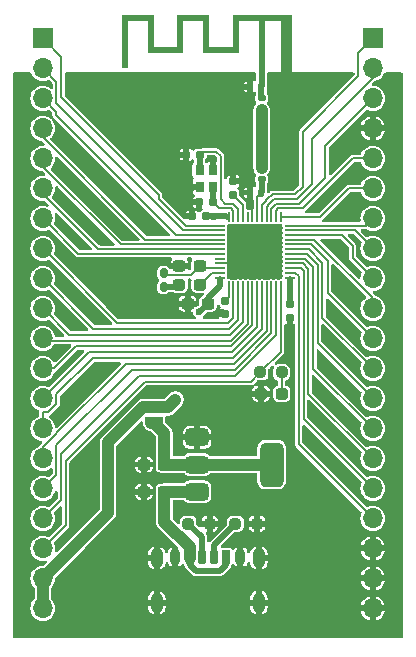
<source format=gtl>
%TF.GenerationSoftware,KiCad,Pcbnew,8.0.3-8.0.3-0~ubuntu22.04.1*%
%TF.CreationDate,2024-10-04T19:55:39+02:00*%
%TF.ProjectId,nrf52832_devboard,6e726635-3238-4333-925f-646576626f61,0.1*%
%TF.SameCoordinates,Original*%
%TF.FileFunction,Copper,L1,Top*%
%TF.FilePolarity,Positive*%
%FSLAX46Y46*%
G04 Gerber Fmt 4.6, Leading zero omitted, Abs format (unit mm)*
G04 Created by KiCad (PCBNEW 8.0.3-8.0.3-0~ubuntu22.04.1) date 2024-10-04 19:55:39*
%MOMM*%
%LPD*%
G01*
G04 APERTURE LIST*
G04 Aperture macros list*
%AMRoundRect*
0 Rectangle with rounded corners*
0 $1 Rounding radius*
0 $2 $3 $4 $5 $6 $7 $8 $9 X,Y pos of 4 corners*
0 Add a 4 corners polygon primitive as box body*
4,1,4,$2,$3,$4,$5,$6,$7,$8,$9,$2,$3,0*
0 Add four circle primitives for the rounded corners*
1,1,$1+$1,$2,$3*
1,1,$1+$1,$4,$5*
1,1,$1+$1,$6,$7*
1,1,$1+$1,$8,$9*
0 Add four rect primitives between the rounded corners*
20,1,$1+$1,$2,$3,$4,$5,0*
20,1,$1+$1,$4,$5,$6,$7,0*
20,1,$1+$1,$6,$7,$8,$9,0*
20,1,$1+$1,$8,$9,$2,$3,0*%
%AMFreePoly0*
4,1,19,0.500000,-0.750000,0.000000,-0.750000,0.000000,-0.744911,-0.071157,-0.744911,-0.207708,-0.704816,-0.327430,-0.627875,-0.420627,-0.520320,-0.479746,-0.390866,-0.500000,-0.250000,-0.500000,0.250000,-0.479746,0.390866,-0.420627,0.520320,-0.327430,0.627875,-0.207708,0.704816,-0.071157,0.744911,0.000000,0.744911,0.000000,0.750000,0.500000,0.750000,0.500000,-0.750000,0.500000,-0.750000,
$1*%
%AMFreePoly1*
4,1,19,0.000000,0.744911,0.071157,0.744911,0.207708,0.704816,0.327430,0.627875,0.420627,0.520320,0.479746,0.390866,0.500000,0.250000,0.500000,-0.250000,0.479746,-0.390866,0.420627,-0.520320,0.327430,-0.627875,0.207708,-0.704816,0.071157,-0.744911,0.000000,-0.744911,0.000000,-0.750000,-0.500000,-0.750000,-0.500000,0.750000,0.000000,0.750000,0.000000,0.744911,0.000000,0.744911,
$1*%
G04 Aperture macros list end*
%TA.AperFunction,EtchedComponent*%
%ADD10C,0.000000*%
%TD*%
%TA.AperFunction,SMDPad,CuDef*%
%ADD11RoundRect,0.175000X-0.175000X-0.425000X0.175000X-0.425000X0.175000X0.425000X-0.175000X0.425000X0*%
%TD*%
%TA.AperFunction,SMDPad,CuDef*%
%ADD12RoundRect,0.190000X0.190000X0.410000X-0.190000X0.410000X-0.190000X-0.410000X0.190000X-0.410000X0*%
%TD*%
%TA.AperFunction,SMDPad,CuDef*%
%ADD13RoundRect,0.200000X0.200000X0.400000X-0.200000X0.400000X-0.200000X-0.400000X0.200000X-0.400000X0*%
%TD*%
%TA.AperFunction,SMDPad,CuDef*%
%ADD14RoundRect,0.175000X0.175000X0.425000X-0.175000X0.425000X-0.175000X-0.425000X0.175000X-0.425000X0*%
%TD*%
%TA.AperFunction,SMDPad,CuDef*%
%ADD15RoundRect,0.190000X-0.190000X-0.410000X0.190000X-0.410000X0.190000X0.410000X-0.190000X0.410000X0*%
%TD*%
%TA.AperFunction,SMDPad,CuDef*%
%ADD16RoundRect,0.200000X-0.200000X-0.400000X0.200000X-0.400000X0.200000X0.400000X-0.200000X0.400000X0*%
%TD*%
%TA.AperFunction,ComponentPad*%
%ADD17O,1.100000X1.700000*%
%TD*%
%TA.AperFunction,SMDPad,CuDef*%
%ADD18RoundRect,0.237500X-0.287500X-0.237500X0.287500X-0.237500X0.287500X0.237500X-0.287500X0.237500X0*%
%TD*%
%TA.AperFunction,SMDPad,CuDef*%
%ADD19RoundRect,0.237500X-0.250000X-0.237500X0.250000X-0.237500X0.250000X0.237500X-0.250000X0.237500X0*%
%TD*%
%TA.AperFunction,SMDPad,CuDef*%
%ADD20RoundRect,0.140000X0.140000X0.170000X-0.140000X0.170000X-0.140000X-0.170000X0.140000X-0.170000X0*%
%TD*%
%TA.AperFunction,SMDPad,CuDef*%
%ADD21R,0.800000X0.900000*%
%TD*%
%TA.AperFunction,SMDPad,CuDef*%
%ADD22RoundRect,0.237500X0.300000X0.237500X-0.300000X0.237500X-0.300000X-0.237500X0.300000X-0.237500X0*%
%TD*%
%TA.AperFunction,SMDPad,CuDef*%
%ADD23RoundRect,0.155000X0.155000X-0.212500X0.155000X0.212500X-0.155000X0.212500X-0.155000X-0.212500X0*%
%TD*%
%TA.AperFunction,SMDPad,CuDef*%
%ADD24RoundRect,0.155000X-0.155000X0.212500X-0.155000X-0.212500X0.155000X-0.212500X0.155000X0.212500X0*%
%TD*%
%TA.AperFunction,ConnectorPad*%
%ADD25R,0.500000X0.500000*%
%TD*%
%TA.AperFunction,ComponentPad*%
%ADD26R,0.900000X0.500000*%
%TD*%
%TA.AperFunction,SMDPad,CuDef*%
%ADD27RoundRect,0.237500X0.287500X0.237500X-0.287500X0.237500X-0.287500X-0.237500X0.287500X-0.237500X0*%
%TD*%
%TA.AperFunction,SMDPad,CuDef*%
%ADD28RoundRect,0.155000X0.212500X0.155000X-0.212500X0.155000X-0.212500X-0.155000X0.212500X-0.155000X0*%
%TD*%
%TA.AperFunction,SMDPad,CuDef*%
%ADD29RoundRect,0.135000X0.185000X-0.135000X0.185000X0.135000X-0.185000X0.135000X-0.185000X-0.135000X0*%
%TD*%
%TA.AperFunction,SMDPad,CuDef*%
%ADD30RoundRect,0.050000X0.050000X-0.350000X0.050000X0.350000X-0.050000X0.350000X-0.050000X-0.350000X0*%
%TD*%
%TA.AperFunction,SMDPad,CuDef*%
%ADD31RoundRect,0.050000X0.350000X-0.050000X0.350000X0.050000X-0.350000X0.050000X-0.350000X-0.050000X0*%
%TD*%
%TA.AperFunction,HeatsinkPad*%
%ADD32R,4.600000X4.600000*%
%TD*%
%TA.AperFunction,SMDPad,CuDef*%
%ADD33FreePoly0,90.000000*%
%TD*%
%TA.AperFunction,SMDPad,CuDef*%
%ADD34FreePoly1,90.000000*%
%TD*%
%TA.AperFunction,SMDPad,CuDef*%
%ADD35RoundRect,0.147500X0.172500X-0.147500X0.172500X0.147500X-0.172500X0.147500X-0.172500X-0.147500X0*%
%TD*%
%TA.AperFunction,SMDPad,CuDef*%
%ADD36RoundRect,0.160000X0.160000X-0.222500X0.160000X0.222500X-0.160000X0.222500X-0.160000X-0.222500X0*%
%TD*%
%TA.AperFunction,SMDPad,CuDef*%
%ADD37RoundRect,0.375000X-0.625000X-0.375000X0.625000X-0.375000X0.625000X0.375000X-0.625000X0.375000X0*%
%TD*%
%TA.AperFunction,SMDPad,CuDef*%
%ADD38RoundRect,0.500000X-0.500000X-1.400000X0.500000X-1.400000X0.500000X1.400000X-0.500000X1.400000X0*%
%TD*%
%TA.AperFunction,ComponentPad*%
%ADD39R,1.700000X1.700000*%
%TD*%
%TA.AperFunction,ComponentPad*%
%ADD40O,1.700000X1.700000*%
%TD*%
%TA.AperFunction,ViaPad*%
%ADD41C,0.600000*%
%TD*%
%TA.AperFunction,Conductor*%
%ADD42C,0.200000*%
%TD*%
%TA.AperFunction,Conductor*%
%ADD43C,0.500000*%
%TD*%
%TA.AperFunction,Conductor*%
%ADD44C,1.000000*%
%TD*%
G04 APERTURE END LIST*
D10*
%TA.AperFunction,EtchedComponent*%
%TO.C,AE1*%
G36*
X165850000Y-61875000D02*
G01*
X164950000Y-61875000D01*
X164950000Y-61616842D01*
X165251778Y-61616842D01*
X165258309Y-61666368D01*
X165278868Y-61711553D01*
X165312511Y-61746787D01*
X165331122Y-61757400D01*
X165376637Y-61770300D01*
X165425156Y-61771043D01*
X165467819Y-61758935D01*
X165475731Y-61754581D01*
X165513674Y-61721797D01*
X165537742Y-61679395D01*
X165547583Y-61631785D01*
X165542847Y-61583378D01*
X165523185Y-61538584D01*
X165488245Y-61501814D01*
X165455353Y-61484908D01*
X165407267Y-61477018D01*
X165357682Y-61483592D01*
X165312372Y-61503687D01*
X165277112Y-61536357D01*
X165260218Y-61568583D01*
X165251778Y-61616842D01*
X164950000Y-61616842D01*
X164950000Y-56975000D01*
X163550000Y-56975000D01*
X163550000Y-61875000D01*
X163050000Y-61875000D01*
X163050000Y-56975000D01*
X161350000Y-56975000D01*
X161350000Y-59615000D01*
X158350000Y-59615000D01*
X158350000Y-56975000D01*
X156650000Y-56975000D01*
X156650000Y-59615000D01*
X153650000Y-59615000D01*
X153650000Y-56975000D01*
X151950000Y-56975000D01*
X151950000Y-60915000D01*
X151450000Y-60915000D01*
X151450000Y-56475000D01*
X154150000Y-56475000D01*
X154150000Y-59115000D01*
X156150000Y-59115000D01*
X156150000Y-56475000D01*
X158850000Y-56475000D01*
X158850000Y-59115000D01*
X160850000Y-59115000D01*
X160850000Y-56475000D01*
X165850000Y-56475000D01*
X165850000Y-61631785D01*
X165850000Y-61875000D01*
G37*
%TD.AperFunction*%
%TD*%
D11*
%TO.P,J3,A5,CC1*%
%TO.N,Net-(J3-CC1)*%
X158250000Y-102330000D03*
D12*
%TO.P,J3,A9,VBUS*%
%TO.N,Net-(U2-VI)*%
X160270000Y-102330000D03*
D13*
%TO.P,J3,A12,GND*%
%TO.N,GND*%
X161500000Y-102330000D03*
D14*
%TO.P,J3,B5,CC2*%
%TO.N,Net-(J3-CC2)*%
X159250000Y-102330000D03*
D15*
%TO.P,J3,B9,VBUS*%
%TO.N,Net-(U2-VI)*%
X157230000Y-102330000D03*
D16*
%TO.P,J3,B12,GND*%
%TO.N,GND*%
X156000000Y-102330000D03*
D17*
%TO.P,J3,S1,SHIELD*%
X154430000Y-102410000D03*
X154430000Y-106210000D03*
X163070000Y-102410000D03*
X163070000Y-106210000D03*
%TD*%
D18*
%TO.P,D1,1,K*%
%TO.N,GND*%
X163250000Y-88500000D03*
%TO.P,D1,2,A*%
%TO.N,Net-(D1-A)*%
X165000000Y-88500000D03*
%TD*%
D19*
%TO.P,R3,1*%
%TO.N,Net-(J3-CC2)*%
X161087500Y-99500000D03*
%TO.P,R3,2*%
%TO.N,GND*%
X162912500Y-99500000D03*
%TD*%
D20*
%TO.P,C7,1*%
%TO.N,Net-(U1-ANT)*%
X163280000Y-71470000D03*
%TO.P,C7,2*%
%TO.N,GND*%
X162320000Y-71470000D03*
%TD*%
D21*
%TO.P,Y1,1,1*%
%TO.N,Net-(U1-XC2)*%
X159150000Y-70970000D03*
%TO.P,Y1,2,2*%
%TO.N,GND*%
X159150000Y-69570000D03*
%TO.P,Y1,3,3*%
%TO.N,Net-(U1-XC1)*%
X158050000Y-69570000D03*
%TO.P,Y1,4,4*%
%TO.N,GND*%
X158050000Y-70970000D03*
%TD*%
D22*
%TO.P,C1,1*%
%TO.N,+3V3*%
X158762500Y-80870000D03*
%TO.P,C1,2*%
%TO.N,GND*%
X157037500Y-80870000D03*
%TD*%
%TO.P,C6,1*%
%TO.N,Net-(U1-DEC4)*%
X158062500Y-77670000D03*
%TO.P,C6,2*%
%TO.N,GND*%
X156337500Y-77670000D03*
%TD*%
D23*
%TO.P,C5,1*%
%TO.N,Net-(U1-DEC3)*%
X160900000Y-71667500D03*
%TO.P,C5,2*%
%TO.N,GND*%
X160900000Y-70532500D03*
%TD*%
D24*
%TO.P,C4,1*%
%TO.N,Net-(U1-DEC1)*%
X160200000Y-80632500D03*
%TO.P,C4,2*%
%TO.N,GND*%
X160200000Y-81767500D03*
%TD*%
D25*
%TO.P,AE1,1,A*%
%TO.N,Net-(AE1-A-Pad1)*%
X163300000Y-61625000D03*
D26*
%TO.P,AE1,2,A*%
%TO.N,GND*%
X165400000Y-61625000D03*
%TD*%
D27*
%TO.P,L1,1,1*%
%TO.N,Net-(U1-DCC)*%
X158075000Y-79270000D03*
%TO.P,L1,2,2*%
%TO.N,Net-(L1-Pad2)*%
X156325000Y-79270000D03*
%TD*%
D20*
%TO.P,C8,1*%
%TO.N,Net-(AE1-A-Pad1)*%
X163280000Y-62500000D03*
%TO.P,C8,2*%
%TO.N,GND*%
X162320000Y-62500000D03*
%TD*%
D28*
%TO.P,C2,1*%
%TO.N,+3V3*%
X158567500Y-73470000D03*
%TO.P,C2,2*%
%TO.N,GND*%
X157432500Y-73470000D03*
%TD*%
D29*
%TO.P,R1,1*%
%TO.N,/ANT*%
X163300000Y-64510000D03*
%TO.P,R1,2*%
%TO.N,Net-(AE1-A-Pad1)*%
X163300000Y-63490000D03*
%TD*%
D24*
%TO.P,C3,1*%
%TO.N,+3V3*%
X165700000Y-80932500D03*
%TO.P,C3,2*%
%TO.N,GND*%
X165700000Y-82067500D03*
%TD*%
D30*
%TO.P,U1,1,DEC1*%
%TO.N,Net-(U1-DEC1)*%
X160520000Y-79420000D03*
%TO.P,U1,2,P0.00/XL1*%
%TO.N,/P00*%
X160920000Y-79420000D03*
%TO.P,U1,3,P0.01/XL2*%
%TO.N,/P01*%
X161320000Y-79420000D03*
%TO.P,U1,4,P0.02/AIN0*%
%TO.N,/P02*%
X161720000Y-79420000D03*
%TO.P,U1,5,P0.03/AIN1*%
%TO.N,/P03*%
X162120000Y-79420000D03*
%TO.P,U1,6,P0.04/AIN2*%
%TO.N,/P04*%
X162520000Y-79420000D03*
%TO.P,U1,7,P0.05/AIN3*%
%TO.N,/P05*%
X162920000Y-79420000D03*
%TO.P,U1,8,P0.06*%
%TO.N,/P06*%
X163320000Y-79420000D03*
%TO.P,U1,9,P0.07*%
%TO.N,/P07*%
X163720000Y-79420000D03*
%TO.P,U1,10,P0.08*%
%TO.N,/P08*%
X164120000Y-79420000D03*
%TO.P,U1,11,NFC1/P0.09*%
%TO.N,/P09*%
X164520000Y-79420000D03*
%TO.P,U1,12,NFC2/P0.10*%
%TO.N,/LED*%
X164920000Y-79420000D03*
D31*
%TO.P,U1,13,VDD*%
%TO.N,+3V3*%
X165670000Y-78670000D03*
%TO.P,U1,14,P0.11*%
%TO.N,/P11*%
X165670000Y-78270000D03*
%TO.P,U1,15,P0.12*%
%TO.N,/P12*%
X165670000Y-77870000D03*
%TO.P,U1,16,P0.13*%
%TO.N,/P13*%
X165670000Y-77470000D03*
%TO.P,U1,17,P0.14*%
%TO.N,/P14*%
X165670000Y-77070000D03*
%TO.P,U1,18,P0.15*%
%TO.N,/P15*%
X165670000Y-76670000D03*
%TO.P,U1,19,P0.16*%
%TO.N,/P16*%
X165670000Y-76270000D03*
%TO.P,U1,20,P0.17*%
%TO.N,/P17*%
X165670000Y-75870000D03*
%TO.P,U1,21,P0.18/SWO*%
%TO.N,/P18*%
X165670000Y-75470000D03*
%TO.P,U1,22,P0.19*%
%TO.N,/P19*%
X165670000Y-75070000D03*
%TO.P,U1,23,P0.20*%
%TO.N,/P20*%
X165670000Y-74670000D03*
%TO.P,U1,24,P0.21/~{RESET}*%
%TO.N,/P21*%
X165670000Y-74270000D03*
D30*
%TO.P,U1,25,SWDCLK*%
%TO.N,/SWCLK*%
X164920000Y-73520000D03*
%TO.P,U1,26,SWDIO*%
%TO.N,/SWDIO*%
X164520000Y-73520000D03*
%TO.P,U1,27,P0.22*%
%TO.N,/P22*%
X164120000Y-73520000D03*
%TO.P,U1,28,P0.23*%
%TO.N,/P23*%
X163720000Y-73520000D03*
%TO.P,U1,29,P0.24*%
%TO.N,/P24*%
X163320000Y-73520000D03*
%TO.P,U1,30,ANT*%
%TO.N,Net-(U1-ANT)*%
X162920000Y-73520000D03*
%TO.P,U1,31,VSS*%
%TO.N,GND*%
X162520000Y-73520000D03*
%TO.P,U1,32,DEC2*%
%TO.N,unconnected-(U1-DEC2-Pad32)*%
X162120000Y-73520000D03*
%TO.P,U1,33,DEC3*%
%TO.N,Net-(U1-DEC3)*%
X161720000Y-73520000D03*
%TO.P,U1,34,XC1*%
%TO.N,Net-(U1-XC1)*%
X161320000Y-73520000D03*
%TO.P,U1,35,XC2*%
%TO.N,Net-(U1-XC2)*%
X160920000Y-73520000D03*
%TO.P,U1,36,VDD*%
%TO.N,+3V3*%
X160520000Y-73520000D03*
D31*
%TO.P,U1,37,P0.25*%
%TO.N,/P25*%
X159770000Y-74270000D03*
%TO.P,U1,38,P0.26*%
%TO.N,/P26*%
X159770000Y-74670000D03*
%TO.P,U1,39,P0.27*%
%TO.N,/P27*%
X159770000Y-75070000D03*
%TO.P,U1,40,P0.28/AIN4*%
%TO.N,/P28*%
X159770000Y-75470000D03*
%TO.P,U1,41,P0.29/AIN5*%
%TO.N,/P29*%
X159770000Y-75870000D03*
%TO.P,U1,42,P0.30/AIN6*%
%TO.N,/P30*%
X159770000Y-76270000D03*
%TO.P,U1,43,P0.31/AIN7*%
%TO.N,/P31*%
X159770000Y-76670000D03*
%TO.P,U1,44,NC*%
%TO.N,unconnected-(U1-NC-Pad44)*%
X159770000Y-77070000D03*
%TO.P,U1,45,VSS*%
%TO.N,GND*%
X159770000Y-77470000D03*
%TO.P,U1,46,DEC4*%
%TO.N,Net-(U1-DEC4)*%
X159770000Y-77870000D03*
%TO.P,U1,47,DCC*%
%TO.N,Net-(U1-DCC)*%
X159770000Y-78270000D03*
%TO.P,U1,48,VDD*%
%TO.N,+3V3*%
X159770000Y-78670000D03*
D32*
%TO.P,U1,49,VSS*%
%TO.N,GND*%
X162720000Y-76470000D03*
%TD*%
D22*
%TO.P,C11,1*%
%TO.N,Net-(U2-VI)*%
X155062500Y-96800000D03*
%TO.P,C11,2*%
%TO.N,GND*%
X153337500Y-96800000D03*
%TD*%
D33*
%TO.P,JP1,1,A*%
%TO.N,Net-(JP1-A)*%
X154200000Y-90950000D03*
D34*
%TO.P,JP1,2,B*%
%TO.N,+3V3*%
X154200000Y-89650000D03*
%TD*%
D35*
%TO.P,L3,1,1*%
%TO.N,Net-(U1-ANT)*%
X163300000Y-70355000D03*
%TO.P,L3,2,2*%
%TO.N,/ANT*%
X163300000Y-69385000D03*
%TD*%
D19*
%TO.P,R2,1*%
%TO.N,/LED*%
X163162500Y-86700000D03*
%TO.P,R2,2*%
%TO.N,Net-(D1-A)*%
X164987500Y-86700000D03*
%TD*%
D36*
%TO.P,L2,1,1*%
%TO.N,Net-(L1-Pad2)*%
X155000000Y-79442500D03*
%TO.P,L2,2,2*%
%TO.N,Net-(U1-DEC4)*%
X155000000Y-78297500D03*
%TD*%
D28*
%TO.P,C9,1*%
%TO.N,Net-(U1-XC2)*%
X159167500Y-72270000D03*
%TO.P,C9,2*%
%TO.N,GND*%
X158032500Y-72270000D03*
%TD*%
D19*
%TO.P,R4,1*%
%TO.N,Net-(J3-CC1)*%
X157087500Y-99500000D03*
%TO.P,R4,2*%
%TO.N,GND*%
X158912500Y-99500000D03*
%TD*%
D37*
%TO.P,U2,1,GND*%
%TO.N,GND*%
X157850000Y-92200000D03*
%TO.P,U2,2,VO*%
%TO.N,Net-(JP1-A)*%
X157850000Y-94500000D03*
D38*
X164150000Y-94500000D03*
D37*
%TO.P,U2,3,VI*%
%TO.N,Net-(U2-VI)*%
X157850000Y-96800000D03*
%TD*%
D22*
%TO.P,C12,1*%
%TO.N,Net-(JP1-A)*%
X155062500Y-94500000D03*
%TO.P,C12,2*%
%TO.N,GND*%
X153337500Y-94500000D03*
%TD*%
D28*
%TO.P,C10,1*%
%TO.N,Net-(U1-XC1)*%
X158067500Y-68270000D03*
%TO.P,C10,2*%
%TO.N,GND*%
X156932500Y-68270000D03*
%TD*%
D39*
%TO.P,J2,1,Pin_1*%
%TO.N,/P24*%
X172720000Y-58420000D03*
D40*
%TO.P,J2,2,Pin_2*%
%TO.N,/P23*%
X172720000Y-60960000D03*
%TO.P,J2,3,Pin_3*%
%TO.N,/P22*%
X172720000Y-63500000D03*
%TO.P,J2,4,Pin_4*%
%TO.N,GND*%
X172720000Y-66040000D03*
%TO.P,J2,5,Pin_5*%
%TO.N,/SWDIO*%
X172720000Y-68580000D03*
%TO.P,J2,6,Pin_6*%
%TO.N,/SWCLK*%
X172720000Y-71120000D03*
%TO.P,J2,7,Pin_7*%
%TO.N,/P21*%
X172720000Y-73660000D03*
%TO.P,J2,8,Pin_8*%
%TO.N,/P20*%
X172720000Y-76200000D03*
%TO.P,J2,9,Pin_9*%
%TO.N,/P19*%
X172720000Y-78740000D03*
%TO.P,J2,10,Pin_10*%
%TO.N,/P18*%
X172720000Y-81280000D03*
%TO.P,J2,11,Pin_11*%
%TO.N,/P17*%
X172720000Y-83820000D03*
%TO.P,J2,12,Pin_12*%
%TO.N,/P16*%
X172720000Y-86360000D03*
%TO.P,J2,13,Pin_13*%
%TO.N,/P15*%
X172720000Y-88900000D03*
%TO.P,J2,14,Pin_14*%
%TO.N,/P14*%
X172720000Y-91440000D03*
%TO.P,J2,15,Pin_15*%
%TO.N,/P13*%
X172720000Y-93980000D03*
%TO.P,J2,16,Pin_16*%
%TO.N,/P12*%
X172720000Y-96520000D03*
%TO.P,J2,17,Pin_17*%
%TO.N,/P11*%
X172720000Y-99060000D03*
%TO.P,J2,18,Pin_18*%
%TO.N,GND*%
X172720000Y-101600000D03*
%TO.P,J2,19,Pin_19*%
X172720000Y-104140000D03*
%TO.P,J2,20,Pin_20*%
X172720000Y-106680000D03*
%TD*%
D39*
%TO.P,J1,1,Pin_1*%
%TO.N,/P25*%
X144780000Y-58420000D03*
D40*
%TO.P,J1,2,Pin_2*%
%TO.N,/P26*%
X144780000Y-60960000D03*
%TO.P,J1,3,Pin_3*%
%TO.N,/P27*%
X144780000Y-63500000D03*
%TO.P,J1,4,Pin_4*%
%TO.N,/P28*%
X144780000Y-66040000D03*
%TO.P,J1,5,Pin_5*%
%TO.N,/P29*%
X144780000Y-68580000D03*
%TO.P,J1,6,Pin_6*%
%TO.N,/P30*%
X144780000Y-71120000D03*
%TO.P,J1,7,Pin_7*%
%TO.N,/P31*%
X144780000Y-73660000D03*
%TO.P,J1,8,Pin_8*%
%TO.N,/P00*%
X144780000Y-76200000D03*
%TO.P,J1,9,Pin_9*%
%TO.N,/P01*%
X144780000Y-78740000D03*
%TO.P,J1,10,Pin_10*%
%TO.N,/P02*%
X144780000Y-81280000D03*
%TO.P,J1,11,Pin_11*%
%TO.N,/P03*%
X144780000Y-83820000D03*
%TO.P,J1,12,Pin_12*%
%TO.N,/P04*%
X144780000Y-86360000D03*
%TO.P,J1,13,Pin_13*%
%TO.N,/P05*%
X144780000Y-88900000D03*
%TO.P,J1,14,Pin_14*%
%TO.N,/P06*%
X144780000Y-91440000D03*
%TO.P,J1,15,Pin_15*%
%TO.N,/P07*%
X144780000Y-93980000D03*
%TO.P,J1,16,Pin_16*%
%TO.N,/P08*%
X144780000Y-96520000D03*
%TO.P,J1,17,Pin_17*%
%TO.N,/P09*%
X144780000Y-99060000D03*
%TO.P,J1,18,Pin_18*%
%TO.N,/LED*%
X144780000Y-101600000D03*
%TO.P,J1,19,Pin_19*%
%TO.N,+3V3*%
X144780000Y-104140000D03*
%TO.P,J1,20,Pin_20*%
X144780000Y-106680000D03*
%TD*%
D41*
%TO.N,GND*%
X143615952Y-67066750D03*
X148717000Y-74422000D03*
X174095952Y-100086750D03*
X171555952Y-69606750D03*
X163935952Y-89926750D03*
X164500000Y-62500000D03*
X169015952Y-100086750D03*
X158855952Y-64526750D03*
X143615952Y-69606750D03*
X153775952Y-107706750D03*
X174095952Y-67066750D03*
X161000000Y-76000000D03*
X153775952Y-79766750D03*
X169015952Y-105166750D03*
X163000000Y-76000000D03*
X158855952Y-105166750D03*
X143615952Y-64526750D03*
X162000000Y-64500000D03*
X143615952Y-89926750D03*
X148695952Y-97546750D03*
X174095952Y-84846750D03*
X165700000Y-83100000D03*
X162000000Y-69500000D03*
X146155952Y-107706750D03*
X162000000Y-63500000D03*
X169015952Y-61986750D03*
X161000000Y-77000000D03*
X162000000Y-75000000D03*
X162000000Y-66500000D03*
X151235952Y-61986750D03*
X158855952Y-89926750D03*
X164000000Y-77000000D03*
X159700000Y-81600000D03*
X158855952Y-67066750D03*
X174095952Y-77226750D03*
X166475952Y-102626750D03*
X143615952Y-74686750D03*
X156315952Y-69606750D03*
X174095952Y-72146750D03*
X151235952Y-102626750D03*
X162000000Y-68500000D03*
X151235952Y-100086750D03*
X148717000Y-69469000D03*
X164500000Y-70500000D03*
X166475952Y-105166750D03*
X174095952Y-89926750D03*
X164000000Y-75000000D03*
X164000000Y-76000000D03*
X156315952Y-61986750D03*
X163935952Y-100086750D03*
X153775952Y-64526750D03*
X164490471Y-64434433D03*
X162000000Y-77000000D03*
X170000000Y-76500000D03*
X156315952Y-64526750D03*
X164000000Y-78000000D03*
X161000000Y-78000000D03*
X164500000Y-66500000D03*
X148695952Y-107706750D03*
X143615952Y-100086750D03*
X143615952Y-87386750D03*
X169015952Y-97546750D03*
X174095952Y-82306750D03*
X150000000Y-86500000D03*
X148695952Y-102626750D03*
X174095952Y-87386750D03*
X174095952Y-97546750D03*
X164500000Y-68500000D03*
X151235952Y-107706750D03*
X171555952Y-67066750D03*
X174095952Y-105166750D03*
X163935952Y-97546750D03*
X174095952Y-107706750D03*
X163000000Y-78000000D03*
X162000000Y-78000000D03*
X156315952Y-107706750D03*
X151235952Y-79766750D03*
X161395952Y-92466750D03*
X163000000Y-75000000D03*
X174095952Y-102626750D03*
X161395952Y-61986750D03*
X174095952Y-69606750D03*
X143615952Y-61986750D03*
X171555952Y-105166750D03*
X174095952Y-79766750D03*
X156315952Y-72146750D03*
X143615952Y-95006750D03*
X148717000Y-72136000D03*
X166475952Y-97546750D03*
X143615952Y-72146750D03*
X166475952Y-95006750D03*
X161395952Y-105166750D03*
X166475952Y-64526750D03*
X164500000Y-69500000D03*
X174095952Y-61986750D03*
X151235952Y-64526750D03*
X148695952Y-64526750D03*
X171555952Y-102626750D03*
X159200000Y-68600000D03*
X147500000Y-88500000D03*
X161000000Y-75000000D03*
X143615952Y-97546750D03*
X169015952Y-107706750D03*
X148695952Y-105166750D03*
X174095952Y-64526750D03*
X174095952Y-74686750D03*
X146939000Y-74803000D03*
X162000000Y-67500000D03*
X163000000Y-77000000D03*
X161395952Y-107706750D03*
X156315952Y-67066750D03*
X171555952Y-72146750D03*
X143615952Y-82306750D03*
X143615952Y-92466750D03*
X166475952Y-61986750D03*
X153775952Y-67066750D03*
X148695952Y-95006750D03*
X162000000Y-76000000D03*
X164500000Y-63500000D03*
X171555952Y-100086750D03*
X153775952Y-69606750D03*
X148695952Y-61986750D03*
X158855952Y-107706750D03*
X153775952Y-100086750D03*
X143615952Y-107706750D03*
X162000000Y-70500000D03*
X143615952Y-77226750D03*
X161395952Y-97546750D03*
X156315952Y-92466750D03*
X158855952Y-61986750D03*
X156315952Y-105166750D03*
X162000000Y-65500000D03*
X143615952Y-84846750D03*
X163935952Y-107706750D03*
X174095952Y-95006750D03*
X174095952Y-92466750D03*
X151235952Y-105166750D03*
X164500000Y-65500000D03*
X151235952Y-67066750D03*
X161395952Y-89926750D03*
X143615952Y-79766750D03*
X153775952Y-61986750D03*
X166475952Y-100086750D03*
X143615952Y-102626750D03*
X146155952Y-105166750D03*
X164500000Y-67500000D03*
X171555952Y-107706750D03*
X169015952Y-102626750D03*
X166475952Y-107706750D03*
X143615952Y-105166750D03*
%TO.N,+3V3*%
X159300000Y-73500000D03*
X156000000Y-89000000D03*
X165700000Y-80200000D03*
X158000000Y-81600000D03*
%TD*%
D42*
%TO.N,GND*%
X162520000Y-73520000D02*
X162520000Y-71670000D01*
D43*
X160200000Y-81767500D02*
X160200000Y-81800000D01*
X157492702Y-70970000D02*
X156315952Y-72146750D01*
D42*
X159770000Y-77470000D02*
X161530000Y-77470000D01*
X162520000Y-71670000D02*
X162320000Y-71470000D01*
D43*
X165700000Y-83100000D02*
X165700000Y-82067500D01*
X159700000Y-81600000D02*
X160032500Y-81600000D01*
D42*
X161530000Y-77470000D02*
X162000000Y-77000000D01*
D43*
X160032500Y-81600000D02*
X160200000Y-81767500D01*
X159200000Y-69520000D02*
X159150000Y-69570000D01*
X158050000Y-70970000D02*
X157492702Y-70970000D01*
X159200000Y-68600000D02*
X159200000Y-69520000D01*
D44*
%TO.N,/ANT*%
X163300000Y-64510000D02*
X163300000Y-69360000D01*
D43*
%TO.N,+3V3*%
X158730000Y-80870000D02*
X158000000Y-81600000D01*
X159270000Y-73470000D02*
X159300000Y-73500000D01*
D44*
X153252977Y-89650000D02*
X150300000Y-92602977D01*
X155350000Y-89650000D02*
X156000000Y-89000000D01*
D43*
X159330000Y-73470000D02*
X160320000Y-73470000D01*
X158567500Y-73470000D02*
X159270000Y-73470000D01*
X165700000Y-80932500D02*
X165700000Y-80200000D01*
X158762500Y-80870000D02*
X158762500Y-80395000D01*
D44*
X154200000Y-89650000D02*
X155350000Y-89650000D01*
D43*
X158762500Y-80870000D02*
X158730000Y-80870000D01*
X159770000Y-79387500D02*
X159770000Y-78820000D01*
X160320000Y-73470000D02*
X160370000Y-73520000D01*
X159300000Y-73500000D02*
X159330000Y-73470000D01*
D44*
X150300000Y-98620000D02*
X144780000Y-104140000D01*
X144780000Y-104140000D02*
X144780000Y-106680000D01*
D43*
X158762500Y-80395000D02*
X159770000Y-79387500D01*
X165700000Y-78850000D02*
X165670000Y-78820000D01*
D44*
X150300000Y-92602977D02*
X150300000Y-98620000D01*
D43*
X165700000Y-80200000D02*
X165700000Y-78850000D01*
D44*
X154200000Y-89650000D02*
X153252977Y-89650000D01*
D42*
%TO.N,Net-(U1-DEC1)*%
X160520000Y-79420000D02*
X160520000Y-80312500D01*
X160520000Y-80312500D02*
X160200000Y-80632500D01*
%TO.N,Net-(U1-DEC3)*%
X161720000Y-73520000D02*
X161720000Y-72487500D01*
X161720000Y-72487500D02*
X160900000Y-71667500D01*
%TO.N,Net-(U1-DEC4)*%
X158262500Y-77870000D02*
X158062500Y-77670000D01*
X155000000Y-78297500D02*
X155147500Y-78445000D01*
X159770000Y-77870000D02*
X158262500Y-77870000D01*
X155147500Y-78445000D02*
X157287500Y-78445000D01*
X157287500Y-78445000D02*
X158062500Y-77670000D01*
D43*
%TO.N,Net-(U1-ANT)*%
X163300000Y-71450000D02*
X163280000Y-71470000D01*
D42*
X162920000Y-71830000D02*
X163280000Y-71470000D01*
D43*
X163300000Y-70355000D02*
X163300000Y-71450000D01*
D42*
X162920000Y-73520000D02*
X162920000Y-71830000D01*
D43*
%TO.N,Net-(U1-XC2)*%
X159150000Y-72252500D02*
X159167500Y-72270000D01*
D42*
X160920000Y-73023640D02*
X160920000Y-73520000D01*
X159717500Y-72820000D02*
X160716360Y-72820000D01*
X160716360Y-72820000D02*
X160920000Y-73023640D01*
X159167500Y-72270000D02*
X159717500Y-72820000D01*
D43*
X159150000Y-70970000D02*
X159150000Y-72252500D01*
D42*
%TO.N,Net-(U1-XC1)*%
X161320000Y-73520000D02*
X161320000Y-72857954D01*
X160200000Y-72400000D02*
X159850000Y-72050000D01*
X159850000Y-68401471D02*
X159448529Y-68000000D01*
X159850000Y-72050000D02*
X159850000Y-68401471D01*
D43*
X158050000Y-68287500D02*
X158067500Y-68270000D01*
D42*
X159448529Y-68000000D02*
X158337500Y-68000000D01*
D43*
X158050000Y-69570000D02*
X158050000Y-68287500D01*
X158067500Y-69552500D02*
X158050000Y-69570000D01*
D42*
X160862046Y-72400000D02*
X160200000Y-72400000D01*
X158337500Y-68000000D02*
X158067500Y-68270000D01*
X161320000Y-72857954D02*
X160862046Y-72400000D01*
D44*
%TO.N,Net-(U2-VI)*%
X155062500Y-99362500D02*
X157200000Y-101500000D01*
D43*
X157752500Y-103500000D02*
X157230000Y-102977500D01*
D44*
X155062500Y-96800000D02*
X155062500Y-99362500D01*
X157850000Y-96800000D02*
X155062500Y-96800000D01*
D43*
X157230000Y-102977500D02*
X157230000Y-102377500D01*
X160270000Y-102377500D02*
X160270000Y-102977500D01*
D44*
X157200000Y-101500000D02*
X157200000Y-102377500D01*
D43*
X160270000Y-102977500D02*
X159747500Y-103500000D01*
X159747500Y-103500000D02*
X157752500Y-103500000D01*
D42*
%TO.N,Net-(D1-A)*%
X164987500Y-86700000D02*
X164987500Y-88487500D01*
X164987500Y-88487500D02*
X165000000Y-88500000D01*
%TO.N,/SWDIO*%
X164723640Y-72820000D02*
X166780000Y-72820000D01*
X164520000Y-73520000D02*
X164520000Y-73023640D01*
X171020000Y-68580000D02*
X172720000Y-68580000D01*
X166780000Y-72820000D02*
X171020000Y-68580000D01*
X164520000Y-73023640D02*
X164723640Y-72820000D01*
%TO.N,/SWCLK*%
X168280000Y-73520000D02*
X170680000Y-71120000D01*
X170680000Y-71120000D02*
X172720000Y-71120000D01*
X164920000Y-73520000D02*
X168280000Y-73520000D01*
D43*
%TO.N,Net-(J3-CC2)*%
X161087500Y-99500000D02*
X159250000Y-101337500D01*
X159250000Y-101337500D02*
X159250000Y-102377500D01*
%TO.N,Net-(J3-CC1)*%
X157087500Y-99500000D02*
X158250000Y-100662500D01*
X158250000Y-100662500D02*
X158250000Y-102377500D01*
D44*
%TO.N,Net-(JP1-A)*%
X155062500Y-91812500D02*
X155062500Y-94500000D01*
X154200000Y-90950000D02*
X155062500Y-91812500D01*
X164150000Y-94500000D02*
X155062500Y-94500000D01*
D42*
%TO.N,Net-(U1-DCC)*%
X159075000Y-78270000D02*
X158075000Y-79270000D01*
X159770000Y-78270000D02*
X159075000Y-78270000D01*
D43*
%TO.N,Net-(L1-Pad2)*%
X155000000Y-79442500D02*
X156152500Y-79442500D01*
X156152500Y-79442500D02*
X156325000Y-79270000D01*
D42*
%TO.N,/P16*%
X165670000Y-76270000D02*
X167304314Y-76270000D01*
X168454314Y-82094314D02*
X172720000Y-86360000D01*
X168454314Y-77420000D02*
X168454314Y-82094314D01*
X167304314Y-76270000D02*
X168454314Y-77420000D01*
%TO.N,/P20*%
X165670000Y-74670000D02*
X171190000Y-74670000D01*
X171190000Y-74670000D02*
X172720000Y-76200000D01*
%TO.N,/P18*%
X165670000Y-75470000D02*
X167770000Y-75470000D01*
X167770000Y-75470000D02*
X172720000Y-80420000D01*
X172720000Y-80420000D02*
X172720000Y-81280000D01*
%TO.N,/P14*%
X165670000Y-77070000D02*
X166972942Y-77070000D01*
X166972942Y-77070000D02*
X167654314Y-77751372D01*
X167654314Y-86374314D02*
X172720000Y-91440000D01*
X167654314Y-77751372D02*
X167654314Y-86374314D01*
%TO.N,/P21*%
X165670000Y-74270000D02*
X172110000Y-74270000D01*
X172110000Y-74270000D02*
X172720000Y-73660000D01*
%TO.N,/P17*%
X168900000Y-77300000D02*
X168900000Y-80000000D01*
X167470000Y-75870000D02*
X168900000Y-77300000D01*
X165670000Y-75870000D02*
X167470000Y-75870000D01*
X168900000Y-80000000D02*
X172720000Y-83820000D01*
%TO.N,/P19*%
X165670000Y-75070000D02*
X170070000Y-75070000D01*
X171000000Y-76000000D02*
X171000000Y-77020000D01*
X171000000Y-77020000D02*
X172720000Y-78740000D01*
X170070000Y-75070000D02*
X171000000Y-76000000D01*
%TO.N,/P22*%
X164354315Y-72623640D02*
X164557954Y-72420000D01*
X164120000Y-72857954D02*
X164354315Y-72623640D01*
X168700000Y-70200000D02*
X168700000Y-67520000D01*
X168700000Y-67520000D02*
X172720000Y-63500000D01*
X164120000Y-73520000D02*
X164120000Y-72857954D01*
X164557954Y-72420000D02*
X166480000Y-72420000D01*
X166480000Y-72420000D02*
X168700000Y-70200000D01*
%TO.N,/P23*%
X167600000Y-66900000D02*
X172720000Y-61780000D01*
X172720000Y-61780000D02*
X172720000Y-60960000D01*
X164392269Y-72020000D02*
X166314314Y-72020000D01*
X163954315Y-72457954D02*
X164392269Y-72020000D01*
X166314314Y-72020000D02*
X167600000Y-70734314D01*
X167600000Y-70734314D02*
X167600000Y-66900000D01*
X163720000Y-73520000D02*
X163720000Y-72692268D01*
X163720000Y-72692268D02*
X163954315Y-72457954D01*
%TO.N,/P15*%
X167138628Y-76670000D02*
X168054314Y-77585686D01*
X168054314Y-77585686D02*
X168054314Y-84234314D01*
X168054314Y-84234314D02*
X172720000Y-88900000D01*
X165670000Y-76670000D02*
X167138628Y-76670000D01*
%TO.N,/P24*%
X163320000Y-73520000D02*
X163320000Y-72780000D01*
X166800000Y-70968628D02*
X166800000Y-66314314D01*
X171500000Y-61614314D02*
X171500000Y-59640000D01*
X163554315Y-72292268D02*
X163788630Y-72057954D01*
X166800000Y-66314314D02*
X171500000Y-61614314D01*
X163788630Y-72057954D02*
X164226583Y-71620000D01*
X171500000Y-59640000D02*
X172720000Y-58420000D01*
X164226583Y-71620000D02*
X166148628Y-71620000D01*
X163320001Y-72526582D02*
X163554315Y-72292268D01*
X166148628Y-71620000D02*
X166800000Y-70968628D01*
X163320000Y-72780000D02*
X163320001Y-72526582D01*
%TO.N,/LED*%
X146730000Y-94170000D02*
X146730000Y-99650000D01*
X163162500Y-86700000D02*
X162362500Y-87500000D01*
X153400000Y-87500000D02*
X146730000Y-94170000D01*
X162362500Y-87500000D02*
X153400000Y-87500000D01*
X164920000Y-79420000D02*
X164920000Y-84942500D01*
X146730000Y-99650000D02*
X144780000Y-101600000D01*
X164920000Y-84942500D02*
X163162500Y-86700000D01*
%TO.N,/P31*%
X159770000Y-76670000D02*
X147790000Y-76670000D01*
X147790000Y-76670000D02*
X144780000Y-73660000D01*
%TO.N,/P03*%
X160679820Y-84000000D02*
X144960000Y-84000000D01*
X162120000Y-82559820D02*
X160679820Y-84000000D01*
X162120000Y-79420000D02*
X162120000Y-82559820D01*
X144960000Y-84000000D02*
X144780000Y-83820000D01*
%TO.N,/P26*%
X159770000Y-74670000D02*
X156670000Y-74670000D01*
X145930000Y-63930000D02*
X145930000Y-62110000D01*
X145930000Y-62110000D02*
X144780000Y-60960000D01*
X156670000Y-74670000D02*
X145930000Y-63930000D01*
%TO.N,/P05*%
X148680000Y-85000000D02*
X144780000Y-88900000D01*
X160811192Y-85000000D02*
X148680000Y-85000000D01*
X162920000Y-79420000D02*
X162920000Y-82891192D01*
X162920000Y-82891192D02*
X160811192Y-85000000D01*
%TO.N,/P30*%
X159770000Y-76270000D02*
X149470000Y-76270000D01*
X144780000Y-71580000D02*
X144780000Y-71120000D01*
X149470000Y-76270000D02*
X144780000Y-71580000D01*
%TO.N,/P02*%
X160614134Y-83500000D02*
X147000000Y-83500000D01*
X147000000Y-83500000D02*
X144780000Y-81280000D01*
X161720000Y-79420000D02*
X161720000Y-82394134D01*
X161720000Y-82394134D02*
X160614134Y-83500000D01*
%TO.N,/P04*%
X162520000Y-79420000D02*
X162520000Y-82725506D01*
X160745506Y-84500000D02*
X147600000Y-84500000D01*
X162520000Y-82725506D02*
X160745506Y-84500000D01*
X145740000Y-86360000D02*
X144780000Y-86360000D01*
X147600000Y-84500000D02*
X145740000Y-86360000D01*
%TO.N,/P29*%
X144780000Y-69280000D02*
X144780000Y-68580000D01*
X151370000Y-75870000D02*
X144780000Y-69280000D01*
X159770000Y-75870000D02*
X151370000Y-75870000D01*
%TO.N,/P07*%
X160942564Y-86000000D02*
X151800000Y-86000000D01*
X145930000Y-91870000D02*
X145930000Y-91916346D01*
X151800000Y-86000000D02*
X145930000Y-91870000D01*
X144780000Y-93020000D02*
X144780000Y-93980000D01*
X145210000Y-92590000D02*
X144780000Y-93020000D01*
X145256346Y-92590000D02*
X145210000Y-92590000D01*
X145930000Y-91916346D02*
X145256346Y-92590000D01*
X163720000Y-79420000D02*
X163720000Y-83222564D01*
X163720000Y-83222564D02*
X160942564Y-86000000D01*
%TO.N,/P00*%
X160482762Y-82500000D02*
X151080000Y-82500000D01*
X160920000Y-79420000D02*
X160920000Y-82062762D01*
X151080000Y-82500000D02*
X144780000Y-76200000D01*
X160920000Y-82062762D02*
X160482762Y-82500000D01*
%TO.N,/P12*%
X165670000Y-77870000D02*
X166641570Y-77870000D01*
X166641570Y-77870000D02*
X166854314Y-78082744D01*
X166854314Y-90654314D02*
X172720000Y-96520000D01*
X166854314Y-78082744D02*
X166854314Y-90654314D01*
%TO.N,/P11*%
X165670000Y-78270000D02*
X166170000Y-78270000D01*
X166170000Y-78270000D02*
X166454314Y-78554314D01*
X166454314Y-78554314D02*
X166454314Y-92794314D01*
X166454314Y-92794314D02*
X172720000Y-99060000D01*
%TO.N,/P28*%
X153470000Y-75470000D02*
X144780000Y-66780000D01*
X144780000Y-66780000D02*
X144780000Y-66040000D01*
X159770000Y-75470000D02*
X153470000Y-75470000D01*
%TO.N,/P06*%
X160876878Y-85500000D02*
X149000000Y-85500000D01*
X149000000Y-85500000D02*
X145930000Y-88570000D01*
X145256346Y-90050000D02*
X144780000Y-90050000D01*
X163320000Y-79420000D02*
X163320000Y-83056878D01*
X144780000Y-90050000D02*
X144780000Y-91440000D01*
X145930000Y-89376346D02*
X145256346Y-90050000D01*
X145930000Y-88570000D02*
X145930000Y-89376346D01*
X163320000Y-83056878D02*
X160876878Y-85500000D01*
%TO.N,/P08*%
X152300000Y-86500000D02*
X145930000Y-92870000D01*
X164120000Y-79420000D02*
X164120000Y-83388250D01*
X145930000Y-95370000D02*
X144780000Y-96520000D01*
X145930000Y-92870000D02*
X145930000Y-95370000D01*
X161008250Y-86500000D02*
X152300000Y-86500000D01*
X164120000Y-83388250D02*
X161008250Y-86500000D01*
%TO.N,/P09*%
X164520000Y-83553936D02*
X161073936Y-87000000D01*
X146330000Y-93570000D02*
X146330000Y-97510000D01*
X146330000Y-97510000D02*
X144780000Y-99060000D01*
X164520000Y-79420000D02*
X164520000Y-83553936D01*
X152900000Y-87000000D02*
X146330000Y-93570000D01*
X161073936Y-87000000D02*
X152900000Y-87000000D01*
%TO.N,/P01*%
X161320000Y-79420000D02*
X161320000Y-82228448D01*
X160548448Y-83000000D02*
X149040000Y-83000000D01*
X149040000Y-83000000D02*
X144780000Y-78740000D01*
X161320000Y-82228448D02*
X160548448Y-83000000D01*
%TO.N,/P27*%
X159770000Y-75070000D02*
X156070000Y-75070000D01*
X145890000Y-64890000D02*
X145890000Y-64610000D01*
X156070000Y-75070000D02*
X145890000Y-64890000D01*
X145890000Y-64610000D02*
X144780000Y-63500000D01*
%TO.N,/P25*%
X146330000Y-59970000D02*
X144780000Y-58420000D01*
X156870000Y-74270000D02*
X154600000Y-72000000D01*
X154600000Y-71652762D02*
X146330000Y-63382762D01*
X159770000Y-74270000D02*
X156870000Y-74270000D01*
X146330000Y-63382762D02*
X146330000Y-59970000D01*
X154600000Y-72000000D02*
X154600000Y-71652762D01*
%TO.N,/P13*%
X165670000Y-77470000D02*
X166807256Y-77470000D01*
X167254314Y-88514314D02*
X172720000Y-93980000D01*
X167254314Y-77917058D02*
X167254314Y-88514314D01*
X166807256Y-77470000D02*
X167254314Y-77917058D01*
D43*
%TO.N,Net-(AE1-A-Pad1)*%
X163300000Y-62480000D02*
X163280000Y-62500000D01*
X163280000Y-62500000D02*
X163280000Y-63470000D01*
X163280000Y-63470000D02*
X163300000Y-63490000D01*
X163300000Y-61625000D02*
X163300000Y-62480000D01*
%TD*%
%TA.AperFunction,Conductor*%
%TO.N,GND*%
G36*
X143763300Y-61319685D02*
G01*
X143805618Y-61365545D01*
X143902315Y-61546450D01*
X143902317Y-61546452D01*
X144033589Y-61706410D01*
X144065243Y-61732387D01*
X144193550Y-61837685D01*
X144376046Y-61935232D01*
X144574066Y-61995300D01*
X144574065Y-61995300D01*
X144592529Y-61997118D01*
X144780000Y-62015583D01*
X144985934Y-61995300D01*
X145183954Y-61935232D01*
X145198191Y-61927621D01*
X145266592Y-61913379D01*
X145331837Y-61938377D01*
X145344327Y-61949298D01*
X145593181Y-62198152D01*
X145626666Y-62259475D01*
X145629500Y-62285833D01*
X145629500Y-62576017D01*
X145609815Y-62643056D01*
X145557011Y-62688811D01*
X145487853Y-62698755D01*
X145426836Y-62671871D01*
X145366453Y-62622317D01*
X145366451Y-62622316D01*
X145366450Y-62622315D01*
X145183954Y-62524768D01*
X144985934Y-62464700D01*
X144985932Y-62464699D01*
X144985934Y-62464699D01*
X144780000Y-62444417D01*
X144574067Y-62464699D01*
X144376043Y-62524769D01*
X144280167Y-62576017D01*
X144193550Y-62622315D01*
X144193548Y-62622316D01*
X144193547Y-62622317D01*
X144033589Y-62753589D01*
X143902317Y-62913547D01*
X143804769Y-63096043D01*
X143744699Y-63294067D01*
X143724417Y-63500000D01*
X143744699Y-63705932D01*
X143744700Y-63705934D01*
X143804768Y-63903954D01*
X143902315Y-64086450D01*
X143902317Y-64086452D01*
X144033589Y-64246410D01*
X144105795Y-64305667D01*
X144193550Y-64377685D01*
X144376046Y-64475232D01*
X144574066Y-64535300D01*
X144574065Y-64535300D01*
X144592529Y-64537118D01*
X144780000Y-64555583D01*
X144985934Y-64535300D01*
X145183954Y-64475232D01*
X145198191Y-64467621D01*
X145266592Y-64453379D01*
X145331837Y-64478377D01*
X145344327Y-64489298D01*
X145553181Y-64698152D01*
X145586666Y-64759475D01*
X145589500Y-64785833D01*
X145589500Y-64929562D01*
X145603152Y-64980513D01*
X145609979Y-65005990D01*
X145617252Y-65018587D01*
X145643914Y-65064766D01*
X145643914Y-65064768D01*
X145649537Y-65074507D01*
X145649541Y-65074512D01*
X145649976Y-65074947D01*
X145650225Y-65075403D01*
X145654486Y-65080956D01*
X145653620Y-65081620D01*
X145683461Y-65136270D01*
X145683123Y-65140992D01*
X145727179Y-65155221D01*
X145745052Y-65170023D01*
X155532848Y-74957819D01*
X155566333Y-75019142D01*
X155561349Y-75088834D01*
X155519477Y-75144767D01*
X155454013Y-75169184D01*
X155445167Y-75169500D01*
X153645833Y-75169500D01*
X153578794Y-75149815D01*
X153558152Y-75133181D01*
X145450122Y-67025151D01*
X145416637Y-66963828D01*
X145421621Y-66894136D01*
X145459137Y-66841619D01*
X145526410Y-66786410D01*
X145657685Y-66626450D01*
X145755232Y-66443954D01*
X145815300Y-66245934D01*
X145835583Y-66040000D01*
X145815300Y-65834066D01*
X145755232Y-65636046D01*
X145657685Y-65453550D01*
X145561516Y-65336367D01*
X145537114Y-65278910D01*
X145502868Y-65271460D01*
X145483631Y-65258482D01*
X145366452Y-65162317D01*
X145366453Y-65162317D01*
X145366450Y-65162315D01*
X145183954Y-65064768D01*
X144985934Y-65004700D01*
X144985932Y-65004699D01*
X144985934Y-65004699D01*
X144780000Y-64984417D01*
X144574067Y-65004699D01*
X144376043Y-65064769D01*
X144344518Y-65081620D01*
X144193550Y-65162315D01*
X144193548Y-65162316D01*
X144193547Y-65162317D01*
X144033589Y-65293589D01*
X143902317Y-65453547D01*
X143902315Y-65453550D01*
X143902164Y-65453833D01*
X143804769Y-65636043D01*
X143744699Y-65834067D01*
X143724417Y-66040000D01*
X143744699Y-66245932D01*
X143753442Y-66274753D01*
X143804768Y-66443954D01*
X143902315Y-66626450D01*
X143902317Y-66626452D01*
X144033589Y-66786410D01*
X144100858Y-66841615D01*
X144193550Y-66917685D01*
X144376046Y-67015232D01*
X144574066Y-67075300D01*
X144614504Y-67079282D01*
X144679291Y-67105441D01*
X144690033Y-67115004D01*
X144889293Y-67314264D01*
X144922778Y-67375587D01*
X144917794Y-67445279D01*
X144875922Y-67501212D01*
X144810458Y-67525629D01*
X144789462Y-67525348D01*
X144780006Y-67524417D01*
X144780001Y-67524417D01*
X144780000Y-67524417D01*
X144770548Y-67525348D01*
X144574067Y-67544699D01*
X144376043Y-67604769D01*
X144265898Y-67663643D01*
X144193550Y-67702315D01*
X144193548Y-67702316D01*
X144193547Y-67702317D01*
X144033589Y-67833589D01*
X143902317Y-67993547D01*
X143804769Y-68176043D01*
X143744699Y-68374067D01*
X143724417Y-68580000D01*
X143744699Y-68785932D01*
X143744700Y-68785934D01*
X143804768Y-68983954D01*
X143902315Y-69166450D01*
X143902317Y-69166452D01*
X144033589Y-69326410D01*
X144078888Y-69363585D01*
X144193550Y-69457685D01*
X144376046Y-69555232D01*
X144574066Y-69615300D01*
X144658877Y-69623653D01*
X144723664Y-69649814D01*
X144734404Y-69659375D01*
X144933663Y-69858634D01*
X144967148Y-69919957D01*
X144962164Y-69989649D01*
X144920292Y-70045582D01*
X144854828Y-70069999D01*
X144833829Y-70069718D01*
X144780001Y-70064417D01*
X144780000Y-70064417D01*
X144759718Y-70066414D01*
X144574067Y-70084699D01*
X144376043Y-70144769D01*
X144299045Y-70185926D01*
X144193550Y-70242315D01*
X144193548Y-70242316D01*
X144193547Y-70242317D01*
X144033589Y-70373589D01*
X143902317Y-70533547D01*
X143804769Y-70716043D01*
X143744699Y-70914067D01*
X143724417Y-71120000D01*
X143744699Y-71325932D01*
X143760960Y-71379537D01*
X143804768Y-71523954D01*
X143902315Y-71706450D01*
X143936969Y-71748677D01*
X144033589Y-71866410D01*
X144105627Y-71925529D01*
X144193550Y-71997685D01*
X144376046Y-72095232D01*
X144574066Y-72155300D01*
X144574065Y-72155300D01*
X144596563Y-72157515D01*
X144780000Y-72175583D01*
X144876950Y-72166033D01*
X144945594Y-72179051D01*
X144976784Y-72201755D01*
X145229866Y-72454837D01*
X145263351Y-72516160D01*
X145258367Y-72585852D01*
X145216495Y-72641785D01*
X145151031Y-72666202D01*
X145106190Y-72661179D01*
X144985934Y-72624700D01*
X144985932Y-72624699D01*
X144985934Y-72624699D01*
X144780000Y-72604417D01*
X144574067Y-72624699D01*
X144376043Y-72684769D01*
X144265898Y-72743643D01*
X144193550Y-72782315D01*
X144193548Y-72782316D01*
X144193547Y-72782317D01*
X144033589Y-72913589D01*
X143902317Y-73073547D01*
X143902315Y-73073550D01*
X143863950Y-73145326D01*
X143804769Y-73256043D01*
X143804768Y-73256045D01*
X143804768Y-73256046D01*
X143797898Y-73278692D01*
X143744699Y-73454067D01*
X143724417Y-73660000D01*
X143744699Y-73865932D01*
X143744700Y-73865934D01*
X143804768Y-74063954D01*
X143902315Y-74246450D01*
X143902317Y-74246452D01*
X144033589Y-74406410D01*
X144053243Y-74422539D01*
X144193550Y-74537685D01*
X144376046Y-74635232D01*
X144574066Y-74695300D01*
X144574065Y-74695300D01*
X144592529Y-74697118D01*
X144780000Y-74715583D01*
X144985934Y-74695300D01*
X145183954Y-74635232D01*
X145198191Y-74627621D01*
X145266592Y-74613379D01*
X145331837Y-74638377D01*
X145344327Y-74649298D01*
X147549540Y-76854511D01*
X147605489Y-76910460D01*
X147605491Y-76910461D01*
X147605495Y-76910464D01*
X147674004Y-76950017D01*
X147674011Y-76950021D01*
X147750438Y-76970500D01*
X147829562Y-76970500D01*
X155589091Y-76970500D01*
X155656130Y-76990185D01*
X155701885Y-77042989D01*
X155711829Y-77112147D01*
X155688861Y-77168134D01*
X155646329Y-77225762D01*
X155602772Y-77350237D01*
X155602770Y-77350249D01*
X155600000Y-77379791D01*
X155600000Y-77420000D01*
X157075000Y-77420000D01*
X157075000Y-77379791D01*
X157072229Y-77350249D01*
X157072227Y-77350237D01*
X157028670Y-77225762D01*
X156986139Y-77168134D01*
X156962168Y-77102505D01*
X156977483Y-77034335D01*
X157027223Y-76985266D01*
X157085909Y-76970500D01*
X157313470Y-76970500D01*
X157380509Y-76990185D01*
X157426264Y-77042989D01*
X157436208Y-77112147D01*
X157413241Y-77168133D01*
X157370883Y-77225525D01*
X157327274Y-77350150D01*
X157324500Y-77379739D01*
X157324500Y-77931665D01*
X157304815Y-77998704D01*
X157288181Y-78019346D01*
X157286681Y-78020846D01*
X157225358Y-78054331D01*
X157155666Y-78049347D01*
X157099733Y-78007475D01*
X157075316Y-77942011D01*
X157075000Y-77933165D01*
X157075000Y-77920000D01*
X155562243Y-77920000D01*
X155495204Y-77900315D01*
X155461327Y-77868056D01*
X155457447Y-77862622D01*
X155372375Y-77777550D01*
X155372372Y-77777548D01*
X155264289Y-77724710D01*
X155264287Y-77724709D01*
X155264286Y-77724709D01*
X155194215Y-77714500D01*
X155194209Y-77714500D01*
X154805786Y-77714500D01*
X154756342Y-77721703D01*
X154735714Y-77724709D01*
X154735712Y-77724709D01*
X154735710Y-77724710D01*
X154735708Y-77724710D01*
X154627627Y-77777548D01*
X154627624Y-77777550D01*
X154542550Y-77862624D01*
X154542548Y-77862627D01*
X154489710Y-77970710D01*
X154489709Y-77970712D01*
X154489709Y-77970714D01*
X154479500Y-78040785D01*
X154479500Y-78040789D01*
X154479500Y-78040790D01*
X154479500Y-78554213D01*
X154482502Y-78574815D01*
X154489709Y-78624286D01*
X154489709Y-78624287D01*
X154489710Y-78624289D01*
X154489710Y-78624291D01*
X154542548Y-78732372D01*
X154542550Y-78732375D01*
X154592494Y-78782319D01*
X154625979Y-78843642D01*
X154620995Y-78913334D01*
X154592494Y-78957681D01*
X154542550Y-79007624D01*
X154542548Y-79007627D01*
X154489710Y-79115710D01*
X154489709Y-79115712D01*
X154489709Y-79115714D01*
X154479500Y-79185785D01*
X154479500Y-79185789D01*
X154479500Y-79185790D01*
X154479500Y-79699213D01*
X154485654Y-79741453D01*
X154489709Y-79769286D01*
X154489709Y-79769287D01*
X154489710Y-79769289D01*
X154489710Y-79769291D01*
X154542548Y-79877372D01*
X154542550Y-79877375D01*
X154627624Y-79962449D01*
X154627627Y-79962451D01*
X154731201Y-80013084D01*
X154735714Y-80015291D01*
X154805785Y-80025500D01*
X155194214Y-80025499D01*
X155264286Y-80015291D01*
X155264290Y-80015289D01*
X155264291Y-80015289D01*
X155372372Y-79962451D01*
X155372375Y-79962449D01*
X155405504Y-79929320D01*
X155466826Y-79895834D01*
X155493186Y-79893000D01*
X155791979Y-79893000D01*
X155832933Y-79899958D01*
X155955151Y-79942725D01*
X155955150Y-79942725D01*
X155984740Y-79945500D01*
X155984744Y-79945500D01*
X156665260Y-79945500D01*
X156694849Y-79942725D01*
X156709701Y-79937528D01*
X156819475Y-79899116D01*
X156925711Y-79820711D01*
X157004116Y-79714475D01*
X157047725Y-79589849D01*
X157050500Y-79560256D01*
X157050500Y-78979744D01*
X157049798Y-78972260D01*
X157047725Y-78950151D01*
X157033835Y-78910456D01*
X157030272Y-78840677D01*
X157065000Y-78780050D01*
X157126993Y-78747822D01*
X157150876Y-78745500D01*
X157249124Y-78745500D01*
X157316163Y-78765185D01*
X157361918Y-78817989D01*
X157371862Y-78887147D01*
X157366165Y-78910456D01*
X157352274Y-78950151D01*
X157349500Y-78979739D01*
X157349500Y-79560260D01*
X157352274Y-79589849D01*
X157395884Y-79714476D01*
X157474288Y-79820710D01*
X157474289Y-79820711D01*
X157580523Y-79899115D01*
X157580524Y-79899115D01*
X157580525Y-79899116D01*
X157705151Y-79942725D01*
X157705150Y-79942725D01*
X157734740Y-79945500D01*
X158287052Y-79945500D01*
X158354091Y-79965185D01*
X158399846Y-80017989D01*
X158409790Y-80087147D01*
X158394438Y-80131502D01*
X158373470Y-80167818D01*
X158322902Y-80216033D01*
X158307040Y-80222857D01*
X158255526Y-80240883D01*
X158255522Y-80240885D01*
X158149289Y-80319288D01*
X158149288Y-80319289D01*
X158070884Y-80425523D01*
X158027274Y-80550150D01*
X158024500Y-80579739D01*
X158024500Y-80887034D01*
X158004815Y-80954073D01*
X157988181Y-80974715D01*
X157879215Y-81083681D01*
X157817892Y-81117166D01*
X157791534Y-81120000D01*
X157287500Y-81120000D01*
X157287500Y-81545000D01*
X157378998Y-81545000D01*
X157446037Y-81564685D01*
X157491792Y-81617489D01*
X157501736Y-81651353D01*
X157514834Y-81742456D01*
X157532098Y-81780258D01*
X157574623Y-81873373D01*
X157668872Y-81982143D01*
X157668873Y-81982143D01*
X157674680Y-81988845D01*
X157673598Y-81989781D01*
X157706236Y-82040565D01*
X157706236Y-82110434D01*
X157668462Y-82169213D01*
X157604907Y-82198238D01*
X157587259Y-82199500D01*
X151255833Y-82199500D01*
X151188794Y-82179815D01*
X151168152Y-82163181D01*
X150165179Y-81160208D01*
X156300000Y-81160208D01*
X156302770Y-81189750D01*
X156302772Y-81189762D01*
X156346329Y-81314237D01*
X156424646Y-81420353D01*
X156530762Y-81498670D01*
X156655237Y-81542227D01*
X156655249Y-81542229D01*
X156684792Y-81545000D01*
X156787500Y-81545000D01*
X156787500Y-81120000D01*
X156300000Y-81120000D01*
X156300000Y-81160208D01*
X150165179Y-81160208D01*
X149584762Y-80579791D01*
X156300000Y-80579791D01*
X156300000Y-80620000D01*
X156787500Y-80620000D01*
X157287500Y-80620000D01*
X157775000Y-80620000D01*
X157775000Y-80579791D01*
X157772229Y-80550249D01*
X157772227Y-80550237D01*
X157728670Y-80425762D01*
X157650353Y-80319646D01*
X157544237Y-80241329D01*
X157419762Y-80197772D01*
X157419750Y-80197770D01*
X157390208Y-80195000D01*
X157287500Y-80195000D01*
X157287500Y-80620000D01*
X156787500Y-80620000D01*
X156787500Y-80195000D01*
X156684792Y-80195000D01*
X156655249Y-80197770D01*
X156655237Y-80197772D01*
X156530762Y-80241329D01*
X156424646Y-80319646D01*
X156346329Y-80425762D01*
X156302772Y-80550237D01*
X156302770Y-80550249D01*
X156300000Y-80579791D01*
X149584762Y-80579791D01*
X145769298Y-76764327D01*
X145735813Y-76703004D01*
X145740797Y-76633312D01*
X145747618Y-76618197D01*
X145755232Y-76603954D01*
X145815300Y-76405934D01*
X145835583Y-76200000D01*
X145815300Y-75994066D01*
X145755232Y-75796046D01*
X145657685Y-75613550D01*
X145555334Y-75488834D01*
X145526410Y-75453589D01*
X145366452Y-75322317D01*
X145366453Y-75322317D01*
X145366450Y-75322315D01*
X145183954Y-75224768D01*
X144985934Y-75164700D01*
X144985932Y-75164699D01*
X144985934Y-75164699D01*
X144780000Y-75144417D01*
X144574067Y-75164699D01*
X144422419Y-75210701D01*
X144383365Y-75222548D01*
X144376043Y-75224769D01*
X144265898Y-75283643D01*
X144193550Y-75322315D01*
X144193548Y-75322316D01*
X144193547Y-75322317D01*
X144033589Y-75453589D01*
X143902317Y-75613547D01*
X143902315Y-75613550D01*
X143883905Y-75647992D01*
X143804769Y-75796043D01*
X143744699Y-75994067D01*
X143724417Y-76200000D01*
X143744699Y-76405932D01*
X143757458Y-76447992D01*
X143804768Y-76603954D01*
X143902315Y-76786450D01*
X143902317Y-76786452D01*
X144033589Y-76946410D01*
X144130209Y-77025702D01*
X144193550Y-77077685D01*
X144376046Y-77175232D01*
X144574066Y-77235300D01*
X144574065Y-77235300D01*
X144592529Y-77237118D01*
X144780000Y-77255583D01*
X144985934Y-77235300D01*
X145183954Y-77175232D01*
X145198191Y-77167621D01*
X145266592Y-77153379D01*
X145331837Y-77178377D01*
X145344327Y-77189298D01*
X150642848Y-82487819D01*
X150676333Y-82549142D01*
X150671349Y-82618834D01*
X150629477Y-82674767D01*
X150564013Y-82699184D01*
X150555167Y-82699500D01*
X149215833Y-82699500D01*
X149148794Y-82679815D01*
X149128152Y-82663181D01*
X145769298Y-79304327D01*
X145735813Y-79243004D01*
X145740797Y-79173312D01*
X145747618Y-79158197D01*
X145755232Y-79143954D01*
X145815300Y-78945934D01*
X145835583Y-78740000D01*
X145815300Y-78534066D01*
X145755232Y-78336046D01*
X145657685Y-78153550D01*
X145576259Y-78054331D01*
X145526410Y-77993589D01*
X145366830Y-77862627D01*
X145366450Y-77862315D01*
X145183954Y-77764768D01*
X144985934Y-77704700D01*
X144985932Y-77704699D01*
X144985934Y-77704699D01*
X144780000Y-77684417D01*
X144574067Y-77704699D01*
X144376043Y-77764769D01*
X144265898Y-77823643D01*
X144193550Y-77862315D01*
X144193548Y-77862316D01*
X144193547Y-77862317D01*
X144033589Y-77993589D01*
X143909742Y-78144500D01*
X143902315Y-78153550D01*
X143879988Y-78195321D01*
X143804769Y-78336043D01*
X143744699Y-78534067D01*
X143724417Y-78740000D01*
X143744699Y-78945932D01*
X143763414Y-79007627D01*
X143804768Y-79143954D01*
X143902315Y-79326450D01*
X143902317Y-79326452D01*
X144033589Y-79486410D01*
X144094888Y-79536716D01*
X144193550Y-79617685D01*
X144376046Y-79715232D01*
X144574066Y-79775300D01*
X144574065Y-79775300D01*
X144592529Y-79777118D01*
X144780000Y-79795583D01*
X144985934Y-79775300D01*
X145183954Y-79715232D01*
X145198191Y-79707621D01*
X145266592Y-79693379D01*
X145331837Y-79718377D01*
X145344327Y-79729298D01*
X148602848Y-82987819D01*
X148636333Y-83049142D01*
X148631349Y-83118834D01*
X148589477Y-83174767D01*
X148524013Y-83199184D01*
X148515167Y-83199500D01*
X147175833Y-83199500D01*
X147108794Y-83179815D01*
X147088152Y-83163181D01*
X145769298Y-81844327D01*
X145735813Y-81783004D01*
X145740797Y-81713312D01*
X145747618Y-81698197D01*
X145755232Y-81683954D01*
X145815300Y-81485934D01*
X145835583Y-81280000D01*
X145815300Y-81074066D01*
X145755232Y-80876046D01*
X145657685Y-80693550D01*
X145605702Y-80630209D01*
X145526410Y-80533589D01*
X145395020Y-80425762D01*
X145366450Y-80402315D01*
X145183954Y-80304768D01*
X144985934Y-80244700D01*
X144985932Y-80244699D01*
X144985934Y-80244699D01*
X144780000Y-80224417D01*
X144574067Y-80244699D01*
X144398692Y-80297898D01*
X144376050Y-80304767D01*
X144376043Y-80304769D01*
X144348879Y-80319289D01*
X144193550Y-80402315D01*
X144193548Y-80402316D01*
X144193547Y-80402317D01*
X144033589Y-80533589D01*
X143902317Y-80693547D01*
X143804769Y-80876043D01*
X143744699Y-81074067D01*
X143724417Y-81280000D01*
X143744699Y-81485932D01*
X143773786Y-81581818D01*
X143804768Y-81683954D01*
X143902315Y-81866450D01*
X143921633Y-81889989D01*
X144033589Y-82026410D01*
X144123869Y-82100500D01*
X144193550Y-82157685D01*
X144376046Y-82255232D01*
X144574066Y-82315300D01*
X144574065Y-82315300D01*
X144592529Y-82317118D01*
X144780000Y-82335583D01*
X144985934Y-82315300D01*
X145183954Y-82255232D01*
X145198191Y-82247621D01*
X145266592Y-82233379D01*
X145331837Y-82258377D01*
X145344327Y-82269298D01*
X146562848Y-83487819D01*
X146596333Y-83549142D01*
X146591349Y-83618834D01*
X146549477Y-83674767D01*
X146484013Y-83699184D01*
X146475167Y-83699500D01*
X145933181Y-83699500D01*
X145866142Y-83679815D01*
X145820387Y-83627011D01*
X145814520Y-83611495D01*
X145755232Y-83416046D01*
X145657685Y-83233550D01*
X145563541Y-83118834D01*
X145526410Y-83073589D01*
X145366452Y-82942317D01*
X145366453Y-82942317D01*
X145366450Y-82942315D01*
X145183954Y-82844768D01*
X144985934Y-82784700D01*
X144985932Y-82784699D01*
X144985934Y-82784699D01*
X144780000Y-82764417D01*
X144574067Y-82784699D01*
X144376043Y-82844769D01*
X144265898Y-82903643D01*
X144193550Y-82942315D01*
X144193548Y-82942316D01*
X144193547Y-82942317D01*
X144033589Y-83073589D01*
X143902317Y-83233547D01*
X143902315Y-83233550D01*
X143863643Y-83305898D01*
X143804769Y-83416043D01*
X143744699Y-83614067D01*
X143724417Y-83820000D01*
X143744699Y-84025932D01*
X143754573Y-84058481D01*
X143804768Y-84223954D01*
X143902315Y-84406450D01*
X143902317Y-84406452D01*
X144033589Y-84566410D01*
X144130209Y-84645702D01*
X144193550Y-84697685D01*
X144376046Y-84795232D01*
X144574066Y-84855300D01*
X144574065Y-84855300D01*
X144592529Y-84857118D01*
X144780000Y-84875583D01*
X144985934Y-84855300D01*
X145183954Y-84795232D01*
X145366450Y-84697685D01*
X145526410Y-84566410D01*
X145657685Y-84406450D01*
X145679282Y-84366044D01*
X145728244Y-84316202D01*
X145788639Y-84300500D01*
X147075167Y-84300500D01*
X147142206Y-84320185D01*
X147187961Y-84372989D01*
X147197905Y-84442147D01*
X147168880Y-84505703D01*
X147162848Y-84512181D01*
X145860829Y-85814198D01*
X145799506Y-85847683D01*
X145729814Y-85842699D01*
X145673881Y-85800827D01*
X145663790Y-85784970D01*
X145657688Y-85773555D01*
X145657684Y-85773549D01*
X145657682Y-85773547D01*
X145634143Y-85744864D01*
X145526410Y-85613589D01*
X145366452Y-85482317D01*
X145366453Y-85482317D01*
X145366450Y-85482315D01*
X145183954Y-85384768D01*
X144985934Y-85324700D01*
X144985932Y-85324699D01*
X144985934Y-85324699D01*
X144780000Y-85304417D01*
X144574067Y-85324699D01*
X144376043Y-85384769D01*
X144265898Y-85443643D01*
X144193550Y-85482315D01*
X144193548Y-85482316D01*
X144193547Y-85482317D01*
X144033589Y-85613589D01*
X143902317Y-85773547D01*
X143902315Y-85773550D01*
X143887910Y-85800500D01*
X143804769Y-85956043D01*
X143744699Y-86154067D01*
X143724417Y-86360000D01*
X143744699Y-86565932D01*
X143767173Y-86640018D01*
X143804768Y-86763954D01*
X143902315Y-86946450D01*
X143902317Y-86946452D01*
X144033589Y-87106410D01*
X144102766Y-87163181D01*
X144193550Y-87237685D01*
X144376046Y-87335232D01*
X144574066Y-87395300D01*
X144574065Y-87395300D01*
X144592529Y-87397118D01*
X144780000Y-87415583D01*
X144985934Y-87395300D01*
X145183954Y-87335232D01*
X145366450Y-87237685D01*
X145526410Y-87106410D01*
X145657685Y-86946450D01*
X145755232Y-86763954D01*
X145767234Y-86724388D01*
X145805530Y-86665949D01*
X145848574Y-86643352D01*
X145848482Y-86643130D01*
X145850924Y-86642118D01*
X145853804Y-86640606D01*
X145855989Y-86640021D01*
X145924511Y-86600460D01*
X145980460Y-86544511D01*
X147688152Y-84836819D01*
X147749475Y-84803334D01*
X147775833Y-84800500D01*
X148155167Y-84800500D01*
X148222206Y-84820185D01*
X148267961Y-84872989D01*
X148277905Y-84942147D01*
X148248880Y-85005703D01*
X148242848Y-85012181D01*
X145344326Y-87910701D01*
X145283003Y-87944186D01*
X145213311Y-87939202D01*
X145198193Y-87932379D01*
X145183956Y-87924769D01*
X145183955Y-87924768D01*
X145183954Y-87924768D01*
X144985934Y-87864700D01*
X144985932Y-87864699D01*
X144985934Y-87864699D01*
X144780000Y-87844417D01*
X144574067Y-87864699D01*
X144376043Y-87924769D01*
X144265898Y-87983643D01*
X144193550Y-88022315D01*
X144193548Y-88022316D01*
X144193547Y-88022317D01*
X144033589Y-88153589D01*
X143913845Y-88299500D01*
X143902315Y-88313550D01*
X143888989Y-88338481D01*
X143804769Y-88496043D01*
X143744699Y-88694067D01*
X143724417Y-88900000D01*
X143744699Y-89105932D01*
X143765651Y-89175000D01*
X143804768Y-89303954D01*
X143902315Y-89486450D01*
X143902317Y-89486452D01*
X144033589Y-89646410D01*
X144130209Y-89725702D01*
X144193550Y-89777685D01*
X144376046Y-89875232D01*
X144391966Y-89880061D01*
X144450403Y-89918355D01*
X144478862Y-89982166D01*
X144478893Y-90002310D01*
X144479500Y-90002310D01*
X144479500Y-90341421D01*
X144459815Y-90408460D01*
X144407011Y-90454215D01*
X144391496Y-90460081D01*
X144376046Y-90464767D01*
X144254300Y-90529843D01*
X144193550Y-90562315D01*
X144193548Y-90562316D01*
X144193547Y-90562317D01*
X144033589Y-90693589D01*
X143902317Y-90853547D01*
X143902315Y-90853550D01*
X143869553Y-90914843D01*
X143804769Y-91036043D01*
X143744699Y-91234067D01*
X143724417Y-91440000D01*
X143744699Y-91645932D01*
X143774297Y-91743504D01*
X143804768Y-91843954D01*
X143902315Y-92026450D01*
X143902317Y-92026452D01*
X144033589Y-92186410D01*
X144122094Y-92259043D01*
X144193550Y-92317685D01*
X144376046Y-92415232D01*
X144574066Y-92475300D01*
X144574065Y-92475300D01*
X144582477Y-92476128D01*
X144609616Y-92478801D01*
X144674402Y-92504961D01*
X144714762Y-92561995D01*
X144717879Y-92631795D01*
X144685144Y-92689884D01*
X144595489Y-92779540D01*
X144539541Y-92835487D01*
X144539537Y-92835492D01*
X144499980Y-92904007D01*
X144499976Y-92904017D01*
X144499388Y-92906212D01*
X144498387Y-92907852D01*
X144496870Y-92911517D01*
X144496298Y-92911280D01*
X144463016Y-92965868D01*
X144415615Y-92992764D01*
X144376044Y-93004768D01*
X144242917Y-93075927D01*
X144193550Y-93102315D01*
X144193548Y-93102316D01*
X144193547Y-93102317D01*
X144033589Y-93233589D01*
X143902317Y-93393547D01*
X143902315Y-93393550D01*
X143863643Y-93465898D01*
X143804769Y-93576043D01*
X143744699Y-93774067D01*
X143724417Y-93980000D01*
X143744699Y-94185932D01*
X143751937Y-94209791D01*
X143804768Y-94383954D01*
X143902315Y-94566450D01*
X143902317Y-94566452D01*
X144033589Y-94726410D01*
X144111387Y-94790256D01*
X144193550Y-94857685D01*
X144376046Y-94955232D01*
X144574066Y-95015300D01*
X144574065Y-95015300D01*
X144592529Y-95017118D01*
X144780000Y-95035583D01*
X144985934Y-95015300D01*
X145183954Y-94955232D01*
X145366450Y-94857685D01*
X145426835Y-94808129D01*
X145491145Y-94780816D01*
X145560013Y-94792607D01*
X145611573Y-94839760D01*
X145629500Y-94903982D01*
X145629500Y-95194166D01*
X145609815Y-95261205D01*
X145593181Y-95281847D01*
X145344326Y-95530701D01*
X145283003Y-95564186D01*
X145213311Y-95559202D01*
X145198193Y-95552379D01*
X145183956Y-95544769D01*
X145183955Y-95544768D01*
X145183954Y-95544768D01*
X144985934Y-95484700D01*
X144985932Y-95484699D01*
X144985934Y-95484699D01*
X144780000Y-95464417D01*
X144574067Y-95484699D01*
X144376043Y-95544769D01*
X144265898Y-95603643D01*
X144193550Y-95642315D01*
X144193548Y-95642316D01*
X144193547Y-95642317D01*
X144033589Y-95773589D01*
X143902317Y-95933547D01*
X143902315Y-95933550D01*
X143889986Y-95956616D01*
X143804769Y-96116043D01*
X143744699Y-96314067D01*
X143724417Y-96520000D01*
X143744699Y-96725932D01*
X143773161Y-96819757D01*
X143804768Y-96923954D01*
X143902315Y-97106450D01*
X143913311Y-97119849D01*
X144033589Y-97266410D01*
X144105269Y-97325235D01*
X144193550Y-97397685D01*
X144376046Y-97495232D01*
X144574066Y-97555300D01*
X144574065Y-97555300D01*
X144592529Y-97557118D01*
X144780000Y-97575583D01*
X144985934Y-97555300D01*
X145183954Y-97495232D01*
X145366450Y-97397685D01*
X145526410Y-97266410D01*
X145657685Y-97106450D01*
X145755232Y-96923954D01*
X145786839Y-96819755D01*
X145825137Y-96761318D01*
X145888949Y-96732862D01*
X145958016Y-96743422D01*
X146010409Y-96789646D01*
X146029500Y-96855752D01*
X146029500Y-97334166D01*
X146009815Y-97401205D01*
X145993181Y-97421847D01*
X145344326Y-98070701D01*
X145283003Y-98104186D01*
X145213311Y-98099202D01*
X145198193Y-98092379D01*
X145183956Y-98084769D01*
X145183955Y-98084768D01*
X145183954Y-98084768D01*
X144985934Y-98024700D01*
X144985932Y-98024699D01*
X144985934Y-98024699D01*
X144780000Y-98004417D01*
X144574067Y-98024699D01*
X144376043Y-98084769D01*
X144265898Y-98143643D01*
X144193550Y-98182315D01*
X144193548Y-98182316D01*
X144193547Y-98182317D01*
X144033589Y-98313589D01*
X143902317Y-98473547D01*
X143902315Y-98473550D01*
X143863643Y-98545898D01*
X143804769Y-98656043D01*
X143744699Y-98854067D01*
X143724417Y-99060000D01*
X143744699Y-99265932D01*
X143774734Y-99364944D01*
X143804768Y-99463954D01*
X143902315Y-99646450D01*
X143902317Y-99646452D01*
X144033589Y-99806410D01*
X144130209Y-99885702D01*
X144193550Y-99937685D01*
X144376046Y-100035232D01*
X144574066Y-100095300D01*
X144574065Y-100095300D01*
X144592529Y-100097118D01*
X144780000Y-100115583D01*
X144985934Y-100095300D01*
X145183954Y-100035232D01*
X145366450Y-99937685D01*
X145526410Y-99806410D01*
X145657685Y-99646450D01*
X145755232Y-99463954D01*
X145815300Y-99265934D01*
X145835583Y-99060000D01*
X145815300Y-98854066D01*
X145755232Y-98656046D01*
X145747620Y-98641806D01*
X145733379Y-98573404D01*
X145758379Y-98508160D01*
X145769298Y-98495672D01*
X145986490Y-98278480D01*
X146217820Y-98047150D01*
X146279142Y-98013666D01*
X146348834Y-98018650D01*
X146404767Y-98060522D01*
X146429184Y-98125986D01*
X146429500Y-98134832D01*
X146429500Y-99474166D01*
X146409815Y-99541205D01*
X146393181Y-99561847D01*
X145344326Y-100610701D01*
X145283003Y-100644186D01*
X145213311Y-100639202D01*
X145198193Y-100632379D01*
X145183956Y-100624769D01*
X145183955Y-100624768D01*
X145183954Y-100624768D01*
X144985934Y-100564700D01*
X144985932Y-100564699D01*
X144985934Y-100564699D01*
X144780000Y-100544417D01*
X144574067Y-100564699D01*
X144376043Y-100624769D01*
X144265898Y-100683643D01*
X144193550Y-100722315D01*
X144193548Y-100722316D01*
X144193547Y-100722317D01*
X144033589Y-100853589D01*
X143902317Y-101013547D01*
X143902315Y-101013550D01*
X143871232Y-101071701D01*
X143804769Y-101196043D01*
X143744699Y-101394067D01*
X143724417Y-101600000D01*
X143744699Y-101805932D01*
X143744700Y-101805934D01*
X143804768Y-102003954D01*
X143902315Y-102186450D01*
X143902317Y-102186452D01*
X144033589Y-102346410D01*
X144130209Y-102425702D01*
X144193550Y-102477685D01*
X144376046Y-102575232D01*
X144574066Y-102635300D01*
X144574065Y-102635300D01*
X144594348Y-102637297D01*
X144780000Y-102655583D01*
X144982815Y-102635607D01*
X145051461Y-102648626D01*
X145102171Y-102696691D01*
X145118846Y-102764541D01*
X145096190Y-102830636D01*
X145082650Y-102846691D01*
X144880574Y-103048767D01*
X144819251Y-103082252D01*
X144786091Y-103084180D01*
X144786091Y-103084417D01*
X144782028Y-103084417D01*
X144780756Y-103084491D01*
X144780004Y-103084417D01*
X144780001Y-103084417D01*
X144780000Y-103084417D01*
X144759718Y-103086414D01*
X144574067Y-103104699D01*
X144376043Y-103164769D01*
X144332395Y-103188100D01*
X144193550Y-103262315D01*
X144193548Y-103262316D01*
X144193547Y-103262317D01*
X144033589Y-103393589D01*
X143902317Y-103553547D01*
X143902315Y-103553550D01*
X143902164Y-103553833D01*
X143804769Y-103736043D01*
X143744699Y-103934067D01*
X143724417Y-104140000D01*
X143744699Y-104345932D01*
X143744700Y-104345934D01*
X143804768Y-104543954D01*
X143902315Y-104726450D01*
X144033590Y-104886410D01*
X144034159Y-104886877D01*
X144034379Y-104887199D01*
X144037893Y-104890713D01*
X144037226Y-104891379D01*
X144073496Y-104944618D01*
X144079500Y-104982734D01*
X144079500Y-105837265D01*
X144059815Y-105904304D01*
X144037729Y-105929115D01*
X144037897Y-105929283D01*
X144035021Y-105932158D01*
X144034173Y-105933110D01*
X144033590Y-105933590D01*
X144033588Y-105933592D01*
X143902317Y-106093546D01*
X143804769Y-106276043D01*
X143744699Y-106474067D01*
X143724417Y-106680000D01*
X143744699Y-106885932D01*
X143744700Y-106885934D01*
X143804768Y-107083954D01*
X143902315Y-107266450D01*
X143902317Y-107266452D01*
X144033589Y-107426410D01*
X144130209Y-107505702D01*
X144193550Y-107557685D01*
X144376046Y-107655232D01*
X144574066Y-107715300D01*
X144574065Y-107715300D01*
X144592529Y-107717118D01*
X144780000Y-107735583D01*
X144985934Y-107715300D01*
X145183954Y-107655232D01*
X145366450Y-107557685D01*
X145526410Y-107426410D01*
X145657685Y-107266450D01*
X145755232Y-107083954D01*
X145815300Y-106885934D01*
X145835583Y-106680000D01*
X145815300Y-106474066D01*
X145755232Y-106276046D01*
X145657685Y-106093550D01*
X145526410Y-105933590D01*
X145525827Y-105933112D01*
X145525604Y-105932784D01*
X145522103Y-105929283D01*
X145522767Y-105928618D01*
X145486498Y-105875365D01*
X145480500Y-105837265D01*
X145480500Y-105836126D01*
X153680000Y-105836126D01*
X153680000Y-105960000D01*
X154130000Y-105960000D01*
X154130000Y-106460000D01*
X153680000Y-106460000D01*
X153680000Y-106583873D01*
X153708820Y-106728759D01*
X153708822Y-106728767D01*
X153765357Y-106865254D01*
X153765362Y-106865264D01*
X153847436Y-106988096D01*
X153847439Y-106988100D01*
X153951899Y-107092560D01*
X153951907Y-107092566D01*
X154074739Y-107174640D01*
X154074743Y-107174642D01*
X154179999Y-107218240D01*
X154180000Y-107218240D01*
X154180000Y-106676988D01*
X154189940Y-106694205D01*
X154245795Y-106750060D01*
X154314204Y-106789556D01*
X154390504Y-106810000D01*
X154469496Y-106810000D01*
X154545796Y-106789556D01*
X154614205Y-106750060D01*
X154670060Y-106694205D01*
X154680000Y-106676988D01*
X154680000Y-107218240D01*
X154785256Y-107174642D01*
X154785260Y-107174640D01*
X154908092Y-107092566D01*
X154908100Y-107092560D01*
X155012560Y-106988100D01*
X155012563Y-106988096D01*
X155094637Y-106865264D01*
X155094642Y-106865254D01*
X155151177Y-106728767D01*
X155151179Y-106728759D01*
X155179999Y-106583873D01*
X155180000Y-106583871D01*
X155180000Y-106460000D01*
X154730000Y-106460000D01*
X154730000Y-105960000D01*
X155180000Y-105960000D01*
X155180000Y-105836128D01*
X155179999Y-105836126D01*
X162320000Y-105836126D01*
X162320000Y-105960000D01*
X162770000Y-105960000D01*
X162770000Y-106460000D01*
X162320000Y-106460000D01*
X162320000Y-106583873D01*
X162348820Y-106728759D01*
X162348822Y-106728767D01*
X162405357Y-106865254D01*
X162405362Y-106865264D01*
X162487436Y-106988096D01*
X162487439Y-106988100D01*
X162591899Y-107092560D01*
X162591907Y-107092566D01*
X162714739Y-107174640D01*
X162714743Y-107174642D01*
X162819999Y-107218240D01*
X162820000Y-107218240D01*
X162820000Y-106676988D01*
X162829940Y-106694205D01*
X162885795Y-106750060D01*
X162954204Y-106789556D01*
X163030504Y-106810000D01*
X163109496Y-106810000D01*
X163185796Y-106789556D01*
X163254205Y-106750060D01*
X163310060Y-106694205D01*
X163320000Y-106676988D01*
X163320000Y-107218240D01*
X163425256Y-107174642D01*
X163425260Y-107174640D01*
X163548092Y-107092566D01*
X163548100Y-107092560D01*
X163652560Y-106988100D01*
X163652563Y-106988096D01*
X163734637Y-106865264D01*
X163734642Y-106865254D01*
X163791177Y-106728767D01*
X163791179Y-106728759D01*
X163819999Y-106583873D01*
X163820000Y-106583871D01*
X163820000Y-106460000D01*
X163370000Y-106460000D01*
X163370000Y-106430000D01*
X171698590Y-106430000D01*
X172286988Y-106430000D01*
X172254075Y-106487007D01*
X172220000Y-106614174D01*
X172220000Y-106745826D01*
X172254075Y-106872993D01*
X172286988Y-106930000D01*
X171698590Y-106930000D01*
X171745233Y-107083766D01*
X171842728Y-107266166D01*
X171842732Y-107266173D01*
X171973944Y-107426055D01*
X172133826Y-107557267D01*
X172133833Y-107557271D01*
X172316233Y-107654766D01*
X172470000Y-107701410D01*
X172470000Y-107113012D01*
X172527007Y-107145925D01*
X172654174Y-107180000D01*
X172785826Y-107180000D01*
X172912993Y-107145925D01*
X172970000Y-107113012D01*
X172970000Y-107701410D01*
X173123766Y-107654766D01*
X173306166Y-107557271D01*
X173306173Y-107557267D01*
X173466055Y-107426055D01*
X173597267Y-107266173D01*
X173597271Y-107266166D01*
X173694766Y-107083766D01*
X173741410Y-106930000D01*
X173153012Y-106930000D01*
X173185925Y-106872993D01*
X173220000Y-106745826D01*
X173220000Y-106614174D01*
X173185925Y-106487007D01*
X173153012Y-106430000D01*
X173741410Y-106430000D01*
X173694766Y-106276233D01*
X173597271Y-106093833D01*
X173597267Y-106093826D01*
X173466055Y-105933944D01*
X173306173Y-105802732D01*
X173306166Y-105802728D01*
X173123763Y-105705232D01*
X172970000Y-105658587D01*
X172970000Y-106246988D01*
X172912993Y-106214075D01*
X172785826Y-106180000D01*
X172654174Y-106180000D01*
X172527007Y-106214075D01*
X172470000Y-106246988D01*
X172470000Y-105658587D01*
X172316236Y-105705232D01*
X172133833Y-105802728D01*
X172133826Y-105802732D01*
X171973944Y-105933944D01*
X171842732Y-106093826D01*
X171842728Y-106093833D01*
X171745233Y-106276233D01*
X171698590Y-106430000D01*
X163370000Y-106430000D01*
X163370000Y-105960000D01*
X163820000Y-105960000D01*
X163820000Y-105836128D01*
X163819999Y-105836126D01*
X163791179Y-105691240D01*
X163791177Y-105691232D01*
X163734642Y-105554745D01*
X163734637Y-105554735D01*
X163652563Y-105431903D01*
X163652560Y-105431899D01*
X163548100Y-105327439D01*
X163548096Y-105327436D01*
X163425264Y-105245362D01*
X163425254Y-105245357D01*
X163320000Y-105201759D01*
X163320000Y-105743011D01*
X163310060Y-105725795D01*
X163254205Y-105669940D01*
X163185796Y-105630444D01*
X163109496Y-105610000D01*
X163030504Y-105610000D01*
X162954204Y-105630444D01*
X162885795Y-105669940D01*
X162829940Y-105725795D01*
X162820000Y-105743011D01*
X162820000Y-105201759D01*
X162819999Y-105201759D01*
X162714745Y-105245357D01*
X162714735Y-105245362D01*
X162591903Y-105327436D01*
X162591899Y-105327439D01*
X162487439Y-105431899D01*
X162487436Y-105431903D01*
X162405362Y-105554735D01*
X162405357Y-105554745D01*
X162348822Y-105691232D01*
X162348820Y-105691240D01*
X162320000Y-105836126D01*
X155179999Y-105836126D01*
X155151179Y-105691240D01*
X155151177Y-105691232D01*
X155094642Y-105554745D01*
X155094637Y-105554735D01*
X155012563Y-105431903D01*
X155012560Y-105431899D01*
X154908100Y-105327439D01*
X154908096Y-105327436D01*
X154785264Y-105245362D01*
X154785254Y-105245357D01*
X154680000Y-105201759D01*
X154680000Y-105743011D01*
X154670060Y-105725795D01*
X154614205Y-105669940D01*
X154545796Y-105630444D01*
X154469496Y-105610000D01*
X154390504Y-105610000D01*
X154314204Y-105630444D01*
X154245795Y-105669940D01*
X154189940Y-105725795D01*
X154180000Y-105743011D01*
X154180000Y-105201759D01*
X154179999Y-105201759D01*
X154074745Y-105245357D01*
X154074735Y-105245362D01*
X153951903Y-105327436D01*
X153951899Y-105327439D01*
X153847439Y-105431899D01*
X153847436Y-105431903D01*
X153765362Y-105554735D01*
X153765357Y-105554745D01*
X153708822Y-105691232D01*
X153708820Y-105691240D01*
X153680000Y-105836126D01*
X145480500Y-105836126D01*
X145480500Y-104982734D01*
X145500185Y-104915695D01*
X145522275Y-104890881D01*
X145522107Y-104890713D01*
X145525003Y-104887816D01*
X145525838Y-104886879D01*
X145526410Y-104886410D01*
X145657685Y-104726450D01*
X145755232Y-104543954D01*
X145815300Y-104345934D01*
X145835583Y-104140000D01*
X145835510Y-104139259D01*
X145835583Y-104138875D01*
X145835583Y-104133907D01*
X145836525Y-104133907D01*
X145848528Y-104070614D01*
X145871232Y-104039424D01*
X147874531Y-102036126D01*
X153680000Y-102036126D01*
X153680000Y-102160000D01*
X154130000Y-102160000D01*
X154130000Y-102660000D01*
X153680000Y-102660000D01*
X153680000Y-102783873D01*
X153708820Y-102928759D01*
X153708822Y-102928767D01*
X153765357Y-103065254D01*
X153765362Y-103065264D01*
X153847436Y-103188096D01*
X153847439Y-103188100D01*
X153951899Y-103292560D01*
X153951907Y-103292566D01*
X154074739Y-103374640D01*
X154074743Y-103374642D01*
X154179999Y-103418240D01*
X154180000Y-103418240D01*
X154180000Y-102876988D01*
X154189940Y-102894205D01*
X154245795Y-102950060D01*
X154314204Y-102989556D01*
X154390504Y-103010000D01*
X154469496Y-103010000D01*
X154545796Y-102989556D01*
X154614205Y-102950060D01*
X154670060Y-102894205D01*
X154680000Y-102876988D01*
X154680000Y-103418240D01*
X154785256Y-103374642D01*
X154785260Y-103374640D01*
X154908092Y-103292566D01*
X154908100Y-103292560D01*
X155012560Y-103188100D01*
X155012563Y-103188096D01*
X155094637Y-103065264D01*
X155094642Y-103065254D01*
X155151177Y-102928767D01*
X155151179Y-102928759D01*
X155168985Y-102839246D01*
X155201369Y-102777335D01*
X155262085Y-102742761D01*
X155331855Y-102746500D01*
X155388527Y-102787366D01*
X155413075Y-102844038D01*
X155414834Y-102855145D01*
X155414837Y-102855155D01*
X155472356Y-102968041D01*
X155472363Y-102968050D01*
X155561949Y-103057636D01*
X155561958Y-103057643D01*
X155674844Y-103115162D01*
X155674850Y-103115164D01*
X155750000Y-103127065D01*
X155750000Y-101532932D01*
X155674855Y-101544833D01*
X155561953Y-101602360D01*
X155561949Y-101602363D01*
X155472363Y-101691949D01*
X155472360Y-101691953D01*
X155414833Y-101804855D01*
X155399237Y-101903332D01*
X155397472Y-101903052D01*
X155375308Y-101961165D01*
X155319068Y-102002624D01*
X155249342Y-102007095D01*
X155188267Y-101973160D01*
X155155234Y-101911592D01*
X155154973Y-101910315D01*
X155151177Y-101891233D01*
X155151177Y-101891232D01*
X155094642Y-101754745D01*
X155094637Y-101754735D01*
X155012563Y-101631903D01*
X155012560Y-101631899D01*
X154908100Y-101527439D01*
X154908096Y-101527436D01*
X154785264Y-101445362D01*
X154785254Y-101445357D01*
X154680000Y-101401759D01*
X154680000Y-101943011D01*
X154670060Y-101925795D01*
X154614205Y-101869940D01*
X154545796Y-101830444D01*
X154469496Y-101810000D01*
X154390504Y-101810000D01*
X154314204Y-101830444D01*
X154245795Y-101869940D01*
X154189940Y-101925795D01*
X154180000Y-101943011D01*
X154180000Y-101401759D01*
X154179999Y-101401759D01*
X154074745Y-101445357D01*
X154074735Y-101445362D01*
X153951903Y-101527436D01*
X153951899Y-101527439D01*
X153847439Y-101631899D01*
X153847436Y-101631903D01*
X153765362Y-101754735D01*
X153765357Y-101754745D01*
X153708822Y-101891232D01*
X153708820Y-101891240D01*
X153680000Y-102036126D01*
X147874531Y-102036126D01*
X148344997Y-101565660D01*
X150844114Y-99066543D01*
X150920775Y-98951811D01*
X150973580Y-98824328D01*
X151000500Y-98688994D01*
X151000500Y-98551006D01*
X151000500Y-97090208D01*
X152600000Y-97090208D01*
X152602770Y-97119750D01*
X152602772Y-97119762D01*
X152646329Y-97244237D01*
X152724646Y-97350353D01*
X152830762Y-97428670D01*
X152955237Y-97472227D01*
X152955249Y-97472229D01*
X152984792Y-97475000D01*
X153087500Y-97475000D01*
X153587500Y-97475000D01*
X153690208Y-97475000D01*
X153719750Y-97472229D01*
X153719762Y-97472227D01*
X153844237Y-97428670D01*
X153950353Y-97350353D01*
X154028670Y-97244237D01*
X154072227Y-97119762D01*
X154072229Y-97119750D01*
X154075000Y-97090208D01*
X154075000Y-97050000D01*
X153587500Y-97050000D01*
X153587500Y-97475000D01*
X153087500Y-97475000D01*
X153087500Y-97050000D01*
X152600000Y-97050000D01*
X152600000Y-97090208D01*
X151000500Y-97090208D01*
X151000500Y-96509791D01*
X152600000Y-96509791D01*
X152600000Y-96550000D01*
X153087500Y-96550000D01*
X153587500Y-96550000D01*
X154075000Y-96550000D01*
X154075000Y-96509791D01*
X154074995Y-96509739D01*
X154324500Y-96509739D01*
X154324500Y-97090260D01*
X154327274Y-97119848D01*
X154355041Y-97199198D01*
X154362000Y-97240154D01*
X154362000Y-99293506D01*
X154362000Y-99431494D01*
X154362000Y-99431496D01*
X154361999Y-99431496D01*
X154388918Y-99566822D01*
X154388921Y-99566832D01*
X154441722Y-99694307D01*
X154518387Y-99809045D01*
X154518388Y-99809046D01*
X156213681Y-101504337D01*
X156247166Y-101565660D01*
X156250000Y-101592018D01*
X156250000Y-103127064D01*
X156325149Y-103115164D01*
X156325155Y-103115162D01*
X156438041Y-103057643D01*
X156438050Y-103057636D01*
X156534542Y-102961145D01*
X156537384Y-102963987D01*
X156577099Y-102933240D01*
X156646701Y-102927125D01*
X156708559Y-102959611D01*
X156716460Y-102968711D01*
X156754153Y-103006403D01*
X156786247Y-103061991D01*
X156787122Y-103065254D01*
X156800723Y-103116016D01*
X156800724Y-103116018D01*
X156810199Y-103151385D01*
X156817927Y-103164769D01*
X156869511Y-103254114D01*
X157475886Y-103860490D01*
X157578614Y-103919799D01*
X157693191Y-103950500D01*
X157693194Y-103950500D01*
X159806808Y-103950500D01*
X159806809Y-103950500D01*
X159897173Y-103926286D01*
X159921387Y-103919799D01*
X159973000Y-103890000D01*
X171698590Y-103890000D01*
X172286988Y-103890000D01*
X172254075Y-103947007D01*
X172220000Y-104074174D01*
X172220000Y-104205826D01*
X172254075Y-104332993D01*
X172286988Y-104390000D01*
X171698590Y-104390000D01*
X171745233Y-104543766D01*
X171842728Y-104726166D01*
X171842732Y-104726173D01*
X171973944Y-104886055D01*
X172133826Y-105017267D01*
X172133833Y-105017271D01*
X172316233Y-105114766D01*
X172470000Y-105161410D01*
X172470000Y-104573012D01*
X172527007Y-104605925D01*
X172654174Y-104640000D01*
X172785826Y-104640000D01*
X172912993Y-104605925D01*
X172970000Y-104573012D01*
X172970000Y-105161410D01*
X173123766Y-105114766D01*
X173306166Y-105017271D01*
X173306173Y-105017267D01*
X173466055Y-104886055D01*
X173597267Y-104726173D01*
X173597271Y-104726166D01*
X173694766Y-104543766D01*
X173741410Y-104390000D01*
X173153012Y-104390000D01*
X173185925Y-104332993D01*
X173220000Y-104205826D01*
X173220000Y-104074174D01*
X173185925Y-103947007D01*
X173153012Y-103890000D01*
X173741410Y-103890000D01*
X173694766Y-103736233D01*
X173597271Y-103553833D01*
X173597267Y-103553826D01*
X173466055Y-103393944D01*
X173306173Y-103262732D01*
X173306166Y-103262728D01*
X173123763Y-103165232D01*
X172970000Y-103118587D01*
X172970000Y-103706988D01*
X172912993Y-103674075D01*
X172785826Y-103640000D01*
X172654174Y-103640000D01*
X172527007Y-103674075D01*
X172470000Y-103706988D01*
X172470000Y-103118587D01*
X172316236Y-103165232D01*
X172133833Y-103262728D01*
X172133826Y-103262732D01*
X171973944Y-103393944D01*
X171842732Y-103553826D01*
X171842728Y-103553833D01*
X171745233Y-103736233D01*
X171698590Y-103890000D01*
X159973000Y-103890000D01*
X160024114Y-103860489D01*
X160630490Y-103254114D01*
X160689799Y-103151386D01*
X160696316Y-103127064D01*
X160699277Y-103116016D01*
X160712878Y-103065254D01*
X160713752Y-103061992D01*
X160745845Y-103006404D01*
X160776039Y-102976211D01*
X160786762Y-102965489D01*
X160788505Y-102967233D01*
X160832683Y-102933158D01*
X160902296Y-102927169D01*
X160964095Y-102959767D01*
X160965369Y-102961233D01*
X160965458Y-102961145D01*
X161061949Y-103057636D01*
X161061958Y-103057643D01*
X161174844Y-103115162D01*
X161174850Y-103115164D01*
X161250000Y-103127065D01*
X161250000Y-101532932D01*
X161750000Y-101532932D01*
X161750000Y-103127064D01*
X161825149Y-103115164D01*
X161825155Y-103115162D01*
X161938041Y-103057643D01*
X161938050Y-103057636D01*
X162027636Y-102968050D01*
X162027639Y-102968046D01*
X162085165Y-102855145D01*
X162086923Y-102844045D01*
X162116850Y-102780909D01*
X162176160Y-102743975D01*
X162246023Y-102744970D01*
X162304257Y-102783578D01*
X162331014Y-102839246D01*
X162348820Y-102928761D01*
X162348822Y-102928767D01*
X162405357Y-103065254D01*
X162405362Y-103065264D01*
X162487436Y-103188096D01*
X162487439Y-103188100D01*
X162591899Y-103292560D01*
X162591907Y-103292566D01*
X162714739Y-103374640D01*
X162714743Y-103374642D01*
X162819999Y-103418240D01*
X162820000Y-103418240D01*
X162820000Y-102876988D01*
X162829940Y-102894205D01*
X162885795Y-102950060D01*
X162954204Y-102989556D01*
X163030504Y-103010000D01*
X163109496Y-103010000D01*
X163185796Y-102989556D01*
X163254205Y-102950060D01*
X163310060Y-102894205D01*
X163320000Y-102876988D01*
X163320000Y-103418240D01*
X163425256Y-103374642D01*
X163425260Y-103374640D01*
X163548092Y-103292566D01*
X163548100Y-103292560D01*
X163652560Y-103188100D01*
X163652563Y-103188096D01*
X163734637Y-103065264D01*
X163734642Y-103065254D01*
X163791177Y-102928767D01*
X163791179Y-102928759D01*
X163819999Y-102783873D01*
X163820000Y-102783871D01*
X163820000Y-102660000D01*
X163370000Y-102660000D01*
X163370000Y-102160000D01*
X163820000Y-102160000D01*
X163820000Y-102036128D01*
X163819999Y-102036126D01*
X163791179Y-101891240D01*
X163791177Y-101891232D01*
X163734642Y-101754745D01*
X163734637Y-101754735D01*
X163652563Y-101631903D01*
X163652560Y-101631899D01*
X163548100Y-101527439D01*
X163548096Y-101527436D01*
X163425264Y-101445362D01*
X163425254Y-101445357D01*
X163320000Y-101401759D01*
X163320000Y-101943011D01*
X163310060Y-101925795D01*
X163254205Y-101869940D01*
X163185796Y-101830444D01*
X163109496Y-101810000D01*
X163030504Y-101810000D01*
X162954204Y-101830444D01*
X162885795Y-101869940D01*
X162829940Y-101925795D01*
X162820000Y-101943011D01*
X162820000Y-101401759D01*
X162819999Y-101401759D01*
X162714745Y-101445357D01*
X162714735Y-101445362D01*
X162591903Y-101527436D01*
X162591899Y-101527439D01*
X162487439Y-101631899D01*
X162487436Y-101631903D01*
X162405362Y-101754735D01*
X162405357Y-101754745D01*
X162348822Y-101891232D01*
X162348821Y-101891236D01*
X162345024Y-101910324D01*
X162312637Y-101972235D01*
X162251921Y-102006807D01*
X162182151Y-102003066D01*
X162125480Y-101962198D01*
X162102229Y-101903099D01*
X162100761Y-101903332D01*
X162085164Y-101804850D01*
X162085162Y-101804844D01*
X162027643Y-101691958D01*
X162027636Y-101691949D01*
X161938050Y-101602363D01*
X161938046Y-101602360D01*
X161825144Y-101544833D01*
X161750000Y-101532932D01*
X161250000Y-101532932D01*
X161174855Y-101544833D01*
X161061953Y-101602360D01*
X161061949Y-101602363D01*
X160965458Y-101698855D01*
X160962718Y-101696115D01*
X160921834Y-101727171D01*
X160852179Y-101732644D01*
X160790623Y-101699590D01*
X160783130Y-101690879D01*
X160692396Y-101600145D01*
X160692393Y-101600143D01*
X160692391Y-101600141D01*
X160582175Y-101543983D01*
X160582174Y-101543982D01*
X160582171Y-101543981D01*
X160490735Y-101529500D01*
X160049264Y-101529500D01*
X160005383Y-101536450D01*
X159936090Y-101527493D01*
X159882639Y-101482496D01*
X159862001Y-101415744D01*
X159880291Y-101350000D01*
X171698590Y-101350000D01*
X172286988Y-101350000D01*
X172254075Y-101407007D01*
X172220000Y-101534174D01*
X172220000Y-101665826D01*
X172254075Y-101792993D01*
X172286988Y-101850000D01*
X171698590Y-101850000D01*
X171745233Y-102003766D01*
X171842728Y-102186166D01*
X171842732Y-102186173D01*
X171973944Y-102346055D01*
X172133826Y-102477267D01*
X172133833Y-102477271D01*
X172316233Y-102574766D01*
X172470000Y-102621410D01*
X172470000Y-102033012D01*
X172527007Y-102065925D01*
X172654174Y-102100000D01*
X172785826Y-102100000D01*
X172912993Y-102065925D01*
X172970000Y-102033012D01*
X172970000Y-102621410D01*
X173123766Y-102574766D01*
X173306166Y-102477271D01*
X173306173Y-102477267D01*
X173466055Y-102346055D01*
X173597267Y-102186173D01*
X173597271Y-102186166D01*
X173694766Y-102003766D01*
X173741410Y-101850000D01*
X173153012Y-101850000D01*
X173185925Y-101792993D01*
X173220000Y-101665826D01*
X173220000Y-101534174D01*
X173185925Y-101407007D01*
X173153012Y-101350000D01*
X173741410Y-101350000D01*
X173694766Y-101196233D01*
X173597271Y-101013833D01*
X173597267Y-101013826D01*
X173466055Y-100853944D01*
X173306173Y-100722732D01*
X173306166Y-100722728D01*
X173123763Y-100625232D01*
X172970000Y-100578587D01*
X172970000Y-101166988D01*
X172912993Y-101134075D01*
X172785826Y-101100000D01*
X172654174Y-101100000D01*
X172527007Y-101134075D01*
X172470000Y-101166988D01*
X172470000Y-100578587D01*
X172316236Y-100625232D01*
X172133833Y-100722728D01*
X172133826Y-100722732D01*
X171973944Y-100853944D01*
X171842732Y-101013826D01*
X171842728Y-101013833D01*
X171745233Y-101196233D01*
X171698590Y-101350000D01*
X159880291Y-101350000D01*
X159880728Y-101348430D01*
X159898303Y-101326299D01*
X161012784Y-100211819D01*
X161074107Y-100178334D01*
X161100465Y-100175500D01*
X161390260Y-100175500D01*
X161419849Y-100172725D01*
X161421272Y-100172227D01*
X161544475Y-100129116D01*
X161650711Y-100050711D01*
X161729116Y-99944475D01*
X161772725Y-99819849D01*
X161772725Y-99819848D01*
X161772726Y-99819848D01*
X161775500Y-99790260D01*
X161775500Y-99790208D01*
X162225000Y-99790208D01*
X162227770Y-99819750D01*
X162227772Y-99819762D01*
X162271329Y-99944237D01*
X162349646Y-100050353D01*
X162455762Y-100128670D01*
X162580237Y-100172227D01*
X162580249Y-100172229D01*
X162609792Y-100175000D01*
X162662500Y-100175000D01*
X163162500Y-100175000D01*
X163215208Y-100175000D01*
X163244750Y-100172229D01*
X163244762Y-100172227D01*
X163369237Y-100128670D01*
X163475353Y-100050353D01*
X163553670Y-99944237D01*
X163597227Y-99819762D01*
X163597229Y-99819750D01*
X163600000Y-99790208D01*
X163600000Y-99750000D01*
X163162500Y-99750000D01*
X163162500Y-100175000D01*
X162662500Y-100175000D01*
X162662500Y-99750000D01*
X162225000Y-99750000D01*
X162225000Y-99790208D01*
X161775500Y-99790208D01*
X161775500Y-99209791D01*
X162225000Y-99209791D01*
X162225000Y-99250000D01*
X162662500Y-99250000D01*
X163162500Y-99250000D01*
X163600000Y-99250000D01*
X163600000Y-99209791D01*
X163597229Y-99180249D01*
X163597227Y-99180237D01*
X163553670Y-99055762D01*
X163475353Y-98949646D01*
X163369237Y-98871329D01*
X163244762Y-98827772D01*
X163244750Y-98827770D01*
X163215208Y-98825000D01*
X163162500Y-98825000D01*
X163162500Y-99250000D01*
X162662500Y-99250000D01*
X162662500Y-98825000D01*
X162609792Y-98825000D01*
X162580249Y-98827770D01*
X162580237Y-98827772D01*
X162455762Y-98871329D01*
X162349646Y-98949646D01*
X162271329Y-99055762D01*
X162227772Y-99180237D01*
X162227770Y-99180249D01*
X162225000Y-99209791D01*
X161775500Y-99209791D01*
X161775500Y-99209739D01*
X161772725Y-99180150D01*
X161729115Y-99055523D01*
X161650711Y-98949289D01*
X161650710Y-98949288D01*
X161544476Y-98870884D01*
X161419848Y-98827274D01*
X161419849Y-98827274D01*
X161390260Y-98824500D01*
X161390256Y-98824500D01*
X160784744Y-98824500D01*
X160784740Y-98824500D01*
X160755150Y-98827274D01*
X160630523Y-98870884D01*
X160524289Y-98949288D01*
X160524288Y-98949289D01*
X160445884Y-99055523D01*
X160402274Y-99180150D01*
X160399500Y-99209739D01*
X160399500Y-99499535D01*
X160379815Y-99566574D01*
X160363181Y-99587216D01*
X158912181Y-101038216D01*
X158850858Y-101071701D01*
X158781166Y-101066717D01*
X158725233Y-101024845D01*
X158700816Y-100959381D01*
X158700500Y-100950535D01*
X158700500Y-100603193D01*
X158700500Y-100603191D01*
X158669799Y-100488614D01*
X158669799Y-100488613D01*
X158610489Y-100385886D01*
X158610483Y-100385880D01*
X158605542Y-100379440D01*
X158606802Y-100378473D01*
X158577799Y-100325358D01*
X158582783Y-100255666D01*
X158624655Y-100199733D01*
X158645566Y-100191933D01*
X158662500Y-100175000D01*
X159162500Y-100175000D01*
X159215208Y-100175000D01*
X159244750Y-100172229D01*
X159244762Y-100172227D01*
X159369237Y-100128670D01*
X159475353Y-100050353D01*
X159553670Y-99944237D01*
X159597227Y-99819762D01*
X159597229Y-99819750D01*
X159600000Y-99790208D01*
X159600000Y-99750000D01*
X159162500Y-99750000D01*
X159162500Y-100175000D01*
X158662500Y-100175000D01*
X158662500Y-99750000D01*
X158225000Y-99750000D01*
X158188681Y-99786319D01*
X158186628Y-99784266D01*
X158152511Y-99813829D01*
X158083353Y-99823773D01*
X158019797Y-99794748D01*
X158013319Y-99788716D01*
X157811819Y-99587216D01*
X157778334Y-99525893D01*
X157775500Y-99499535D01*
X157775500Y-99209791D01*
X158225000Y-99209791D01*
X158225000Y-99250000D01*
X158662500Y-99250000D01*
X159162500Y-99250000D01*
X159600000Y-99250000D01*
X159600000Y-99209791D01*
X159597229Y-99180249D01*
X159597227Y-99180237D01*
X159553670Y-99055762D01*
X159475353Y-98949646D01*
X159369237Y-98871329D01*
X159244762Y-98827772D01*
X159244750Y-98827770D01*
X159215208Y-98825000D01*
X159162500Y-98825000D01*
X159162500Y-99250000D01*
X158662500Y-99250000D01*
X158662500Y-98825000D01*
X158609792Y-98825000D01*
X158580249Y-98827770D01*
X158580237Y-98827772D01*
X158455762Y-98871329D01*
X158349646Y-98949646D01*
X158271329Y-99055762D01*
X158227772Y-99180237D01*
X158227770Y-99180249D01*
X158225000Y-99209791D01*
X157775500Y-99209791D01*
X157775500Y-99209739D01*
X157772725Y-99180150D01*
X157729115Y-99055523D01*
X157650711Y-98949289D01*
X157650710Y-98949288D01*
X157544476Y-98870884D01*
X157419848Y-98827274D01*
X157419849Y-98827274D01*
X157390260Y-98824500D01*
X157390256Y-98824500D01*
X156784744Y-98824500D01*
X156784740Y-98824500D01*
X156755150Y-98827274D01*
X156630523Y-98870884D01*
X156524289Y-98949288D01*
X156524288Y-98949289D01*
X156445884Y-99055523D01*
X156402274Y-99180150D01*
X156399500Y-99209739D01*
X156399500Y-99409481D01*
X156379815Y-99476520D01*
X156327011Y-99522275D01*
X156257853Y-99532219D01*
X156194297Y-99503194D01*
X156187819Y-99497162D01*
X155799319Y-99108662D01*
X155765834Y-99047339D01*
X155763000Y-99020981D01*
X155763000Y-97624500D01*
X155782685Y-97557461D01*
X155835489Y-97511706D01*
X155887000Y-97500500D01*
X156688213Y-97500500D01*
X156755252Y-97520185D01*
X156786588Y-97549013D01*
X156814545Y-97585447D01*
X156814547Y-97585448D01*
X156814549Y-97585451D01*
X156934767Y-97677698D01*
X157074764Y-97735687D01*
X157187280Y-97750500D01*
X157187287Y-97750500D01*
X158512713Y-97750500D01*
X158512720Y-97750500D01*
X158625236Y-97735687D01*
X158765233Y-97677698D01*
X158885451Y-97585451D01*
X158977698Y-97465233D01*
X159035687Y-97325236D01*
X159050500Y-97212720D01*
X159050500Y-96387280D01*
X159035687Y-96274764D01*
X158977698Y-96134767D01*
X158885451Y-96014549D01*
X158765233Y-95922302D01*
X158765229Y-95922300D01*
X158701801Y-95896027D01*
X158625236Y-95864313D01*
X158611171Y-95862461D01*
X158512727Y-95849500D01*
X158512720Y-95849500D01*
X157187280Y-95849500D01*
X157187272Y-95849500D01*
X157074764Y-95864313D01*
X157074763Y-95864313D01*
X156934770Y-95922300D01*
X156934767Y-95922301D01*
X156934767Y-95922302D01*
X156836990Y-95997328D01*
X156814545Y-96014552D01*
X156786588Y-96050987D01*
X156730160Y-96092189D01*
X156688213Y-96099500D01*
X154993505Y-96099500D01*
X154914994Y-96115117D01*
X154879803Y-96122117D01*
X154855613Y-96124500D01*
X154709740Y-96124500D01*
X154680150Y-96127274D01*
X154555523Y-96170884D01*
X154449289Y-96249288D01*
X154449288Y-96249289D01*
X154370884Y-96355523D01*
X154327274Y-96480150D01*
X154324500Y-96509739D01*
X154074995Y-96509739D01*
X154072229Y-96480249D01*
X154072227Y-96480237D01*
X154028670Y-96355762D01*
X153950353Y-96249646D01*
X153844237Y-96171329D01*
X153719762Y-96127772D01*
X153719750Y-96127770D01*
X153690208Y-96125000D01*
X153587500Y-96125000D01*
X153587500Y-96550000D01*
X153087500Y-96550000D01*
X153087500Y-96125000D01*
X152984792Y-96125000D01*
X152955249Y-96127770D01*
X152955237Y-96127772D01*
X152830762Y-96171329D01*
X152724646Y-96249646D01*
X152646329Y-96355762D01*
X152602772Y-96480237D01*
X152602770Y-96480249D01*
X152600000Y-96509791D01*
X151000500Y-96509791D01*
X151000500Y-94790208D01*
X152600000Y-94790208D01*
X152602770Y-94819750D01*
X152602772Y-94819762D01*
X152646329Y-94944237D01*
X152724646Y-95050353D01*
X152830762Y-95128670D01*
X152955237Y-95172227D01*
X152955249Y-95172229D01*
X152984792Y-95175000D01*
X153087500Y-95175000D01*
X153587500Y-95175000D01*
X153690208Y-95175000D01*
X153719750Y-95172229D01*
X153719762Y-95172227D01*
X153844237Y-95128670D01*
X153950353Y-95050353D01*
X154028670Y-94944237D01*
X154072227Y-94819762D01*
X154072229Y-94819750D01*
X154075000Y-94790208D01*
X154075000Y-94750000D01*
X153587500Y-94750000D01*
X153587500Y-95175000D01*
X153087500Y-95175000D01*
X153087500Y-94750000D01*
X152600000Y-94750000D01*
X152600000Y-94790208D01*
X151000500Y-94790208D01*
X151000500Y-94209791D01*
X152600000Y-94209791D01*
X152600000Y-94250000D01*
X153087500Y-94250000D01*
X153587500Y-94250000D01*
X154075000Y-94250000D01*
X154075000Y-94209791D01*
X154072229Y-94180249D01*
X154072227Y-94180237D01*
X154028670Y-94055762D01*
X153950353Y-93949646D01*
X153844237Y-93871329D01*
X153719762Y-93827772D01*
X153719750Y-93827770D01*
X153690208Y-93825000D01*
X153587500Y-93825000D01*
X153587500Y-94250000D01*
X153087500Y-94250000D01*
X153087500Y-93825000D01*
X152984792Y-93825000D01*
X152955249Y-93827770D01*
X152955237Y-93827772D01*
X152830762Y-93871329D01*
X152724646Y-93949646D01*
X152646329Y-94055762D01*
X152602772Y-94180237D01*
X152602770Y-94180249D01*
X152600000Y-94209791D01*
X151000500Y-94209791D01*
X151000500Y-92944496D01*
X151020185Y-92877457D01*
X151036819Y-92856815D01*
X153032819Y-90860815D01*
X153094142Y-90827330D01*
X153163834Y-90832314D01*
X153219767Y-90874186D01*
X153244184Y-90939650D01*
X153244500Y-90948496D01*
X153244500Y-91021890D01*
X153252822Y-91079777D01*
X153252824Y-91079785D01*
X153293331Y-91217740D01*
X153317022Y-91269614D01*
X153317629Y-91270944D01*
X153317631Y-91270950D01*
X153395360Y-91391898D01*
X153395361Y-91391899D01*
X153433666Y-91436105D01*
X153466276Y-91464362D01*
X153542315Y-91530250D01*
X153542322Y-91530255D01*
X153542327Y-91530259D01*
X153573527Y-91550310D01*
X153591527Y-91561878D01*
X153591543Y-91561887D01*
X153692894Y-91608172D01*
X153722317Y-91621609D01*
X153778439Y-91638088D01*
X153876561Y-91652195D01*
X153940116Y-91681219D01*
X153946595Y-91687252D01*
X154325681Y-92066338D01*
X154359166Y-92127661D01*
X154362000Y-92154019D01*
X154362000Y-94059845D01*
X154355041Y-94100801D01*
X154327276Y-94180146D01*
X154327274Y-94180155D01*
X154324500Y-94209739D01*
X154324500Y-94790260D01*
X154327274Y-94819849D01*
X154370884Y-94944476D01*
X154449288Y-95050710D01*
X154449289Y-95050711D01*
X154555523Y-95129115D01*
X154555524Y-95129115D01*
X154555525Y-95129116D01*
X154680151Y-95172725D01*
X154680150Y-95172725D01*
X154709740Y-95175500D01*
X154709744Y-95175500D01*
X154855613Y-95175500D01*
X154879803Y-95177882D01*
X154905963Y-95183086D01*
X154993504Y-95200500D01*
X154993507Y-95200500D01*
X156688213Y-95200500D01*
X156755252Y-95220185D01*
X156786588Y-95249013D01*
X156814545Y-95285447D01*
X156814547Y-95285448D01*
X156814549Y-95285451D01*
X156934767Y-95377698D01*
X157074764Y-95435687D01*
X157187280Y-95450500D01*
X157187287Y-95450500D01*
X158512713Y-95450500D01*
X158512720Y-95450500D01*
X158625236Y-95435687D01*
X158765233Y-95377698D01*
X158885451Y-95285451D01*
X158904056Y-95261205D01*
X158913412Y-95249013D01*
X158969840Y-95207811D01*
X159011787Y-95200500D01*
X162825500Y-95200500D01*
X162892539Y-95220185D01*
X162938294Y-95272989D01*
X162949500Y-95324500D01*
X162949500Y-95956613D01*
X162955913Y-96027192D01*
X162955913Y-96027194D01*
X162955914Y-96027196D01*
X163006522Y-96189606D01*
X163058001Y-96274763D01*
X163094530Y-96335188D01*
X163214811Y-96455469D01*
X163214813Y-96455470D01*
X163214815Y-96455472D01*
X163360394Y-96543478D01*
X163522804Y-96594086D01*
X163593384Y-96600500D01*
X163593387Y-96600500D01*
X164706613Y-96600500D01*
X164706616Y-96600500D01*
X164777196Y-96594086D01*
X164939606Y-96543478D01*
X165085185Y-96455472D01*
X165205472Y-96335185D01*
X165293478Y-96189606D01*
X165344086Y-96027196D01*
X165350500Y-95956616D01*
X165350500Y-93043384D01*
X165344086Y-92972804D01*
X165293478Y-92810394D01*
X165205472Y-92664815D01*
X165205470Y-92664813D01*
X165205469Y-92664811D01*
X165085188Y-92544530D01*
X165019733Y-92504961D01*
X164939606Y-92456522D01*
X164777196Y-92405914D01*
X164777194Y-92405913D01*
X164777192Y-92405913D01*
X164727778Y-92401423D01*
X164706616Y-92399500D01*
X163593384Y-92399500D01*
X163574145Y-92401248D01*
X163522807Y-92405913D01*
X163360393Y-92456522D01*
X163214811Y-92544530D01*
X163094530Y-92664811D01*
X163006522Y-92810393D01*
X162955913Y-92972807D01*
X162949500Y-93043386D01*
X162949500Y-93675500D01*
X162929815Y-93742539D01*
X162877011Y-93788294D01*
X162825500Y-93799500D01*
X159011787Y-93799500D01*
X158944748Y-93779815D01*
X158913412Y-93750987D01*
X158885454Y-93714552D01*
X158885452Y-93714550D01*
X158885451Y-93714549D01*
X158765233Y-93622302D01*
X158765229Y-93622300D01*
X158701801Y-93596027D01*
X158625236Y-93564313D01*
X158606148Y-93561800D01*
X158512727Y-93549500D01*
X158512720Y-93549500D01*
X157187280Y-93549500D01*
X157187272Y-93549500D01*
X157074764Y-93564313D01*
X157074763Y-93564313D01*
X156934770Y-93622300D01*
X156814545Y-93714552D01*
X156786588Y-93750987D01*
X156730160Y-93792189D01*
X156688213Y-93799500D01*
X155887000Y-93799500D01*
X155819961Y-93779815D01*
X155774206Y-93727011D01*
X155763000Y-93675500D01*
X155763000Y-92612697D01*
X156650000Y-92612697D01*
X156664800Y-92725104D01*
X156664801Y-92725108D01*
X156722736Y-92864978D01*
X156814905Y-92985094D01*
X156935021Y-93077263D01*
X157074891Y-93135198D01*
X157074895Y-93135199D01*
X157187302Y-93149999D01*
X157187317Y-93150000D01*
X157600000Y-93150000D01*
X158100000Y-93150000D01*
X158512683Y-93150000D01*
X158512697Y-93149999D01*
X158625104Y-93135199D01*
X158625108Y-93135198D01*
X158764978Y-93077263D01*
X158885094Y-92985094D01*
X158977263Y-92864978D01*
X159035198Y-92725108D01*
X159035199Y-92725104D01*
X159049999Y-92612697D01*
X159050000Y-92612683D01*
X159050000Y-92450000D01*
X158100000Y-92450000D01*
X158100000Y-93150000D01*
X157600000Y-93150000D01*
X157600000Y-92450000D01*
X156650000Y-92450000D01*
X156650000Y-92612697D01*
X155763000Y-92612697D01*
X155763000Y-91787302D01*
X156650000Y-91787302D01*
X156650000Y-91950000D01*
X157600000Y-91950000D01*
X158100000Y-91950000D01*
X159050000Y-91950000D01*
X159050000Y-91787316D01*
X159049999Y-91787302D01*
X159035199Y-91674895D01*
X159035198Y-91674891D01*
X158977263Y-91535021D01*
X158885094Y-91414905D01*
X158764978Y-91322736D01*
X158625108Y-91264801D01*
X158625104Y-91264800D01*
X158512697Y-91250000D01*
X158100000Y-91250000D01*
X158100000Y-91950000D01*
X157600000Y-91950000D01*
X157600000Y-91250000D01*
X157187302Y-91250000D01*
X157074895Y-91264800D01*
X157074891Y-91264801D01*
X156935021Y-91322736D01*
X156814905Y-91414905D01*
X156722736Y-91535021D01*
X156664801Y-91674891D01*
X156664800Y-91674895D01*
X156650000Y-91787302D01*
X155763000Y-91787302D01*
X155763000Y-91743504D01*
X155744814Y-91652083D01*
X155738753Y-91621609D01*
X155736080Y-91608171D01*
X155683275Y-91480689D01*
X155606614Y-91365957D01*
X155606612Y-91365954D01*
X155191819Y-90951161D01*
X155158334Y-90889838D01*
X155155500Y-90863480D01*
X155155500Y-90474500D01*
X155175185Y-90407461D01*
X155227989Y-90361706D01*
X155279500Y-90350500D01*
X155418996Y-90350500D01*
X155521947Y-90330021D01*
X155554328Y-90323580D01*
X155618069Y-90297177D01*
X155681807Y-90270777D01*
X155681808Y-90270776D01*
X155681811Y-90270775D01*
X155796543Y-90194114D01*
X156544114Y-89446543D01*
X156620775Y-89331811D01*
X156673580Y-89204328D01*
X156682389Y-89160040D01*
X156700500Y-89068996D01*
X156700500Y-88931003D01*
X156673581Y-88795676D01*
X156673580Y-88795675D01*
X156673580Y-88795671D01*
X156671317Y-88790208D01*
X162525000Y-88790208D01*
X162527770Y-88819750D01*
X162527772Y-88819762D01*
X162571329Y-88944237D01*
X162649646Y-89050353D01*
X162755762Y-89128670D01*
X162880237Y-89172227D01*
X162880249Y-89172229D01*
X162909792Y-89175000D01*
X163000000Y-89175000D01*
X163500000Y-89175000D01*
X163590208Y-89175000D01*
X163619750Y-89172229D01*
X163619762Y-89172227D01*
X163744237Y-89128670D01*
X163850353Y-89050353D01*
X163928670Y-88944237D01*
X163972227Y-88819762D01*
X163972229Y-88819750D01*
X163975000Y-88790208D01*
X163975000Y-88750000D01*
X163500000Y-88750000D01*
X163500000Y-89175000D01*
X163000000Y-89175000D01*
X163000000Y-88750000D01*
X162525000Y-88750000D01*
X162525000Y-88790208D01*
X156671317Y-88790208D01*
X156620775Y-88668189D01*
X156544114Y-88553457D01*
X156544112Y-88553454D01*
X156446545Y-88455887D01*
X156347702Y-88389843D01*
X156331811Y-88379225D01*
X156297080Y-88364839D01*
X156204329Y-88326420D01*
X156204323Y-88326418D01*
X156068996Y-88299500D01*
X156068994Y-88299500D01*
X155931006Y-88299500D01*
X155931004Y-88299500D01*
X155795677Y-88326418D01*
X155795667Y-88326421D01*
X155668192Y-88379222D01*
X155553454Y-88455887D01*
X155553453Y-88455888D01*
X155096162Y-88913181D01*
X155034839Y-88946666D01*
X155008481Y-88949500D01*
X154544104Y-88949500D01*
X154526457Y-88948238D01*
X154515523Y-88946666D01*
X154479246Y-88941450D01*
X154420755Y-88941450D01*
X154420753Y-88941450D01*
X154408319Y-88943238D01*
X154390673Y-88944500D01*
X154009327Y-88944500D01*
X153991681Y-88943238D01*
X153979246Y-88941450D01*
X153979245Y-88941450D01*
X153920754Y-88941450D01*
X153873543Y-88948238D01*
X153855896Y-88949500D01*
X153183982Y-88949500D01*
X153048654Y-88976418D01*
X153048644Y-88976421D01*
X152921169Y-89029222D01*
X152806431Y-89105887D01*
X149755885Y-92156433D01*
X149687324Y-92259044D01*
X149679229Y-92271157D01*
X149679224Y-92271166D01*
X149626420Y-92398648D01*
X149626418Y-92398654D01*
X149599500Y-92533981D01*
X149599500Y-98278480D01*
X149579815Y-98345519D01*
X149563181Y-98366161D01*
X146026691Y-101902650D01*
X145965368Y-101936135D01*
X145895676Y-101931151D01*
X145839743Y-101889279D01*
X145815326Y-101823815D01*
X145815607Y-101802815D01*
X145835583Y-101600000D01*
X145815300Y-101394066D01*
X145755232Y-101196046D01*
X145747620Y-101181806D01*
X145733379Y-101113404D01*
X145758379Y-101048160D01*
X145769298Y-101035672D01*
X146316358Y-100488612D01*
X146970460Y-99834511D01*
X146978925Y-99819849D01*
X147010021Y-99765989D01*
X147030500Y-99689562D01*
X147030500Y-94345833D01*
X147050185Y-94278794D01*
X147066819Y-94258152D01*
X153115180Y-88209791D01*
X162525000Y-88209791D01*
X162525000Y-88250000D01*
X163000000Y-88250000D01*
X163500000Y-88250000D01*
X163975000Y-88250000D01*
X163975000Y-88209791D01*
X163972229Y-88180249D01*
X163972227Y-88180237D01*
X163928670Y-88055762D01*
X163850353Y-87949646D01*
X163744237Y-87871329D01*
X163619762Y-87827772D01*
X163619750Y-87827770D01*
X163590208Y-87825000D01*
X163500000Y-87825000D01*
X163500000Y-88250000D01*
X163000000Y-88250000D01*
X163000000Y-87825000D01*
X162909792Y-87825000D01*
X162880249Y-87827770D01*
X162880237Y-87827772D01*
X162746990Y-87874399D01*
X162745826Y-87871074D01*
X162694248Y-87881531D01*
X162659967Y-87868188D01*
X162663951Y-87909888D01*
X162641961Y-87960058D01*
X162571330Y-88055759D01*
X162571330Y-88055760D01*
X162527772Y-88180237D01*
X162527770Y-88180249D01*
X162525000Y-88209791D01*
X153115180Y-88209791D01*
X153488152Y-87836819D01*
X153549475Y-87803334D01*
X153575833Y-87800500D01*
X162402060Y-87800500D01*
X162402062Y-87800500D01*
X162478489Y-87780021D01*
X162480188Y-87779039D01*
X162481803Y-87778647D01*
X162485999Y-87776910D01*
X162486269Y-87777564D01*
X162548087Y-87762565D01*
X162586703Y-87775928D01*
X162584067Y-87729912D01*
X162617164Y-87670306D01*
X162875652Y-87411819D01*
X162936975Y-87378334D01*
X162963333Y-87375500D01*
X163465260Y-87375500D01*
X163494849Y-87372725D01*
X163619475Y-87329116D01*
X163725711Y-87250711D01*
X163804116Y-87144475D01*
X163847725Y-87019849D01*
X163850500Y-86990260D01*
X163850500Y-86488333D01*
X163870185Y-86421294D01*
X163886819Y-86400652D01*
X164002073Y-86285398D01*
X164130710Y-86156760D01*
X164192031Y-86123277D01*
X164261722Y-86128261D01*
X164317656Y-86170132D01*
X164342073Y-86235597D01*
X164335430Y-86285398D01*
X164302275Y-86380148D01*
X164302274Y-86380150D01*
X164299500Y-86409739D01*
X164299500Y-86990260D01*
X164302274Y-87019849D01*
X164345884Y-87144476D01*
X164414673Y-87237682D01*
X164424289Y-87250711D01*
X164530525Y-87329116D01*
X164573879Y-87344286D01*
X164603955Y-87354811D01*
X164660731Y-87395533D01*
X164686478Y-87460486D01*
X164687000Y-87471852D01*
X164687000Y-87719399D01*
X164667315Y-87786438D01*
X164614511Y-87832193D01*
X164603956Y-87836440D01*
X164505523Y-87870884D01*
X164399289Y-87949288D01*
X164399288Y-87949289D01*
X164320884Y-88055523D01*
X164277274Y-88180150D01*
X164274500Y-88209739D01*
X164274500Y-88790260D01*
X164277274Y-88819849D01*
X164320884Y-88944476D01*
X164399288Y-89050710D01*
X164399289Y-89050711D01*
X164505523Y-89129115D01*
X164505524Y-89129115D01*
X164505525Y-89129116D01*
X164630151Y-89172725D01*
X164630150Y-89172725D01*
X164659740Y-89175500D01*
X164659744Y-89175500D01*
X165340260Y-89175500D01*
X165369849Y-89172725D01*
X165371272Y-89172227D01*
X165494475Y-89129116D01*
X165600711Y-89050711D01*
X165679116Y-88944475D01*
X165722725Y-88819849D01*
X165724992Y-88795676D01*
X165725500Y-88790260D01*
X165725500Y-88209739D01*
X165722725Y-88180150D01*
X165679115Y-88055523D01*
X165600711Y-87949289D01*
X165600710Y-87949288D01*
X165494476Y-87870884D01*
X165494477Y-87870884D01*
X165371044Y-87827692D01*
X165314268Y-87786970D01*
X165288522Y-87722017D01*
X165288000Y-87710651D01*
X165288000Y-87471852D01*
X165307685Y-87404813D01*
X165360489Y-87359058D01*
X165371045Y-87354811D01*
X165393866Y-87346824D01*
X165444475Y-87329116D01*
X165550711Y-87250711D01*
X165629116Y-87144475D01*
X165672725Y-87019849D01*
X165675500Y-86990260D01*
X165675500Y-86409739D01*
X165672725Y-86380150D01*
X165629115Y-86255523D01*
X165550711Y-86149289D01*
X165550710Y-86149288D01*
X165444476Y-86070884D01*
X165319848Y-86027274D01*
X165319849Y-86027274D01*
X165290260Y-86024500D01*
X165290256Y-86024500D01*
X164684744Y-86024500D01*
X164684740Y-86024500D01*
X164655150Y-86027274D01*
X164655148Y-86027275D01*
X164560398Y-86060430D01*
X164490619Y-86063992D01*
X164429992Y-86029264D01*
X164397764Y-85967270D01*
X164404169Y-85897695D01*
X164431760Y-85855710D01*
X165160460Y-85127011D01*
X165200021Y-85058489D01*
X165220500Y-84982062D01*
X165220500Y-82715157D01*
X165240185Y-82648118D01*
X165292989Y-82602363D01*
X165362147Y-82592419D01*
X165398962Y-82603757D01*
X165442303Y-82624946D01*
X165450000Y-82626067D01*
X165450000Y-81941500D01*
X165469685Y-81874461D01*
X165522489Y-81828706D01*
X165574000Y-81817500D01*
X165826000Y-81817500D01*
X165893039Y-81837185D01*
X165938794Y-81889989D01*
X165950000Y-81941500D01*
X165950000Y-82626066D01*
X165957697Y-82624946D01*
X165975351Y-82616315D01*
X166044224Y-82604554D01*
X166108521Y-82631896D01*
X166147830Y-82689659D01*
X166153814Y-82727714D01*
X166153814Y-92833876D01*
X166159961Y-92856815D01*
X166174293Y-92910304D01*
X166174294Y-92910305D01*
X166194152Y-92944700D01*
X166210354Y-92972762D01*
X166213853Y-92978823D01*
X166213855Y-92978826D01*
X171730701Y-98495672D01*
X171764186Y-98556995D01*
X171759202Y-98626687D01*
X171752381Y-98641800D01*
X171744770Y-98656039D01*
X171684699Y-98854067D01*
X171664417Y-99060000D01*
X171684699Y-99265932D01*
X171714734Y-99364944D01*
X171744768Y-99463954D01*
X171842315Y-99646450D01*
X171842317Y-99646452D01*
X171973589Y-99806410D01*
X172070209Y-99885702D01*
X172133550Y-99937685D01*
X172316046Y-100035232D01*
X172514066Y-100095300D01*
X172514065Y-100095300D01*
X172532529Y-100097118D01*
X172720000Y-100115583D01*
X172925934Y-100095300D01*
X173123954Y-100035232D01*
X173306450Y-99937685D01*
X173466410Y-99806410D01*
X173597685Y-99646450D01*
X173695232Y-99463954D01*
X173755300Y-99265934D01*
X173775583Y-99060000D01*
X173755300Y-98854066D01*
X173695232Y-98656046D01*
X173597685Y-98473550D01*
X173509554Y-98366161D01*
X173466410Y-98313589D01*
X173306452Y-98182317D01*
X173306453Y-98182317D01*
X173306450Y-98182315D01*
X173123954Y-98084768D01*
X172925934Y-98024700D01*
X172925932Y-98024699D01*
X172925934Y-98024699D01*
X172720000Y-98004417D01*
X172514067Y-98024699D01*
X172316039Y-98084770D01*
X172301800Y-98092381D01*
X172233397Y-98106620D01*
X172168154Y-98081616D01*
X172155672Y-98070701D01*
X166791133Y-92706162D01*
X166757648Y-92644839D01*
X166754814Y-92618481D01*
X166754814Y-91279147D01*
X166774499Y-91212108D01*
X166827303Y-91166353D01*
X166896461Y-91156409D01*
X166960017Y-91185434D01*
X166966495Y-91191466D01*
X171730701Y-95955672D01*
X171764186Y-96016995D01*
X171759202Y-96086687D01*
X171752381Y-96101800D01*
X171744770Y-96116039D01*
X171684699Y-96314067D01*
X171664417Y-96520000D01*
X171684699Y-96725932D01*
X171713161Y-96819757D01*
X171744768Y-96923954D01*
X171842315Y-97106450D01*
X171853311Y-97119849D01*
X171973589Y-97266410D01*
X172045269Y-97325235D01*
X172133550Y-97397685D01*
X172316046Y-97495232D01*
X172514066Y-97555300D01*
X172514065Y-97555300D01*
X172532529Y-97557118D01*
X172720000Y-97575583D01*
X172925934Y-97555300D01*
X173123954Y-97495232D01*
X173306450Y-97397685D01*
X173466410Y-97266410D01*
X173597685Y-97106450D01*
X173695232Y-96923954D01*
X173755300Y-96725934D01*
X173775583Y-96520000D01*
X173755300Y-96314066D01*
X173695232Y-96116046D01*
X173597685Y-95933550D01*
X173540864Y-95864313D01*
X173466410Y-95773589D01*
X173306452Y-95642317D01*
X173306453Y-95642317D01*
X173306450Y-95642315D01*
X173123954Y-95544768D01*
X172925934Y-95484700D01*
X172925932Y-95484699D01*
X172925934Y-95484699D01*
X172720000Y-95464417D01*
X172514067Y-95484699D01*
X172316039Y-95544770D01*
X172301800Y-95552381D01*
X172233397Y-95566620D01*
X172168154Y-95541616D01*
X172155672Y-95530701D01*
X167191133Y-90566162D01*
X167157648Y-90504839D01*
X167154814Y-90478481D01*
X167154814Y-89139147D01*
X167174499Y-89072108D01*
X167227303Y-89026353D01*
X167296461Y-89016409D01*
X167360017Y-89045434D01*
X167366495Y-89051466D01*
X171730701Y-93415672D01*
X171764186Y-93476995D01*
X171759202Y-93546687D01*
X171752381Y-93561800D01*
X171744770Y-93576039D01*
X171684699Y-93774067D01*
X171664417Y-93980000D01*
X171684699Y-94185932D01*
X171691937Y-94209791D01*
X171744768Y-94383954D01*
X171842315Y-94566450D01*
X171842317Y-94566452D01*
X171973589Y-94726410D01*
X172051387Y-94790256D01*
X172133550Y-94857685D01*
X172316046Y-94955232D01*
X172514066Y-95015300D01*
X172514065Y-95015300D01*
X172532529Y-95017118D01*
X172720000Y-95035583D01*
X172925934Y-95015300D01*
X173123954Y-94955232D01*
X173306450Y-94857685D01*
X173466410Y-94726410D01*
X173597685Y-94566450D01*
X173695232Y-94383954D01*
X173755300Y-94185934D01*
X173775583Y-93980000D01*
X173755300Y-93774066D01*
X173695232Y-93576046D01*
X173597685Y-93393550D01*
X173545702Y-93330209D01*
X173466410Y-93233589D01*
X173348677Y-93136969D01*
X173306450Y-93102315D01*
X173123954Y-93004768D01*
X172925934Y-92944700D01*
X172925932Y-92944699D01*
X172925934Y-92944699D01*
X172720000Y-92924417D01*
X172514067Y-92944699D01*
X172316039Y-93004770D01*
X172301800Y-93012381D01*
X172233397Y-93026620D01*
X172168154Y-93001616D01*
X172155672Y-92990701D01*
X167591133Y-88426162D01*
X167557648Y-88364839D01*
X167554814Y-88338481D01*
X167554814Y-86999147D01*
X167574499Y-86932108D01*
X167627303Y-86886353D01*
X167696461Y-86876409D01*
X167760017Y-86905434D01*
X167766495Y-86911466D01*
X171730701Y-90875672D01*
X171764186Y-90936995D01*
X171759202Y-91006687D01*
X171752381Y-91021800D01*
X171744770Y-91036039D01*
X171684699Y-91234067D01*
X171664417Y-91440000D01*
X171684699Y-91645932D01*
X171714297Y-91743504D01*
X171744768Y-91843954D01*
X171842315Y-92026450D01*
X171842317Y-92026452D01*
X171973589Y-92186410D01*
X172062094Y-92259043D01*
X172133550Y-92317685D01*
X172316046Y-92415232D01*
X172514066Y-92475300D01*
X172514065Y-92475300D01*
X172532529Y-92477118D01*
X172720000Y-92495583D01*
X172925934Y-92475300D01*
X173123954Y-92415232D01*
X173306450Y-92317685D01*
X173466410Y-92186410D01*
X173597685Y-92026450D01*
X173695232Y-91843954D01*
X173755300Y-91645934D01*
X173775583Y-91440000D01*
X173755300Y-91234066D01*
X173695232Y-91036046D01*
X173597685Y-90853550D01*
X173545702Y-90790209D01*
X173466410Y-90693589D01*
X173348677Y-90596969D01*
X173306450Y-90562315D01*
X173123954Y-90464768D01*
X172925934Y-90404700D01*
X172925932Y-90404699D01*
X172925934Y-90404699D01*
X172720000Y-90384417D01*
X172514067Y-90404699D01*
X172316039Y-90464770D01*
X172301800Y-90472381D01*
X172233397Y-90486620D01*
X172168154Y-90461616D01*
X172155672Y-90450701D01*
X167991133Y-86286162D01*
X167957648Y-86224839D01*
X167954814Y-86198481D01*
X167954814Y-84859147D01*
X167974499Y-84792108D01*
X168027303Y-84746353D01*
X168096461Y-84736409D01*
X168160017Y-84765434D01*
X168166495Y-84771466D01*
X171730701Y-88335672D01*
X171764186Y-88396995D01*
X171759202Y-88466687D01*
X171752381Y-88481800D01*
X171744770Y-88496039D01*
X171684699Y-88694067D01*
X171664417Y-88900000D01*
X171684699Y-89105932D01*
X171705651Y-89175000D01*
X171744768Y-89303954D01*
X171842315Y-89486450D01*
X171842317Y-89486452D01*
X171973589Y-89646410D01*
X172070209Y-89725702D01*
X172133550Y-89777685D01*
X172316046Y-89875232D01*
X172514066Y-89935300D01*
X172514065Y-89935300D01*
X172532529Y-89937118D01*
X172720000Y-89955583D01*
X172925934Y-89935300D01*
X173123954Y-89875232D01*
X173306450Y-89777685D01*
X173466410Y-89646410D01*
X173597685Y-89486450D01*
X173695232Y-89303954D01*
X173755300Y-89105934D01*
X173775583Y-88900000D01*
X173755300Y-88694066D01*
X173695232Y-88496046D01*
X173597685Y-88313550D01*
X173512490Y-88209739D01*
X173466410Y-88153589D01*
X173306452Y-88022317D01*
X173306453Y-88022317D01*
X173306450Y-88022315D01*
X173123954Y-87924768D01*
X172925934Y-87864700D01*
X172925932Y-87864699D01*
X172925934Y-87864699D01*
X172720000Y-87844417D01*
X172514067Y-87864699D01*
X172316039Y-87924770D01*
X172301800Y-87932381D01*
X172233397Y-87946620D01*
X172168154Y-87921616D01*
X172155672Y-87910701D01*
X168391133Y-84146162D01*
X168357648Y-84084839D01*
X168354814Y-84058481D01*
X168354814Y-82719147D01*
X168374499Y-82652108D01*
X168427303Y-82606353D01*
X168496461Y-82596409D01*
X168560017Y-82625434D01*
X168566495Y-82631466D01*
X171730701Y-85795672D01*
X171764186Y-85856995D01*
X171759202Y-85926687D01*
X171752381Y-85941800D01*
X171744770Y-85956039D01*
X171684699Y-86154067D01*
X171664417Y-86360000D01*
X171684699Y-86565932D01*
X171707173Y-86640018D01*
X171744768Y-86763954D01*
X171842315Y-86946450D01*
X171842317Y-86946452D01*
X171973589Y-87106410D01*
X172042766Y-87163181D01*
X172133550Y-87237685D01*
X172316046Y-87335232D01*
X172514066Y-87395300D01*
X172514065Y-87395300D01*
X172532529Y-87397118D01*
X172720000Y-87415583D01*
X172925934Y-87395300D01*
X173123954Y-87335232D01*
X173306450Y-87237685D01*
X173466410Y-87106410D01*
X173597685Y-86946450D01*
X173695232Y-86763954D01*
X173755300Y-86565934D01*
X173775583Y-86360000D01*
X173755300Y-86154066D01*
X173695232Y-85956046D01*
X173597685Y-85773550D01*
X173545702Y-85710209D01*
X173466410Y-85613589D01*
X173306452Y-85482317D01*
X173306453Y-85482317D01*
X173306450Y-85482315D01*
X173123954Y-85384768D01*
X172925934Y-85324700D01*
X172925932Y-85324699D01*
X172925934Y-85324699D01*
X172720000Y-85304417D01*
X172514067Y-85324699D01*
X172316039Y-85384770D01*
X172301800Y-85392381D01*
X172233397Y-85406620D01*
X172168154Y-85381616D01*
X172155672Y-85370701D01*
X168791133Y-82006162D01*
X168757648Y-81944839D01*
X168754814Y-81918481D01*
X168754814Y-80579147D01*
X168774499Y-80512108D01*
X168827303Y-80466353D01*
X168896461Y-80456409D01*
X168960017Y-80485434D01*
X168966495Y-80491466D01*
X171730701Y-83255672D01*
X171764186Y-83316995D01*
X171759202Y-83386687D01*
X171752381Y-83401800D01*
X171744770Y-83416039D01*
X171684699Y-83614067D01*
X171664417Y-83820000D01*
X171684699Y-84025932D01*
X171694573Y-84058481D01*
X171744768Y-84223954D01*
X171842315Y-84406450D01*
X171842317Y-84406452D01*
X171973589Y-84566410D01*
X172070209Y-84645702D01*
X172133550Y-84697685D01*
X172316046Y-84795232D01*
X172514066Y-84855300D01*
X172514065Y-84855300D01*
X172532529Y-84857118D01*
X172720000Y-84875583D01*
X172925934Y-84855300D01*
X173123954Y-84795232D01*
X173306450Y-84697685D01*
X173466410Y-84566410D01*
X173597685Y-84406450D01*
X173695232Y-84223954D01*
X173755300Y-84025934D01*
X173775583Y-83820000D01*
X173755300Y-83614066D01*
X173695232Y-83416046D01*
X173597685Y-83233550D01*
X173503541Y-83118834D01*
X173466410Y-83073589D01*
X173306452Y-82942317D01*
X173306453Y-82942317D01*
X173306450Y-82942315D01*
X173123954Y-82844768D01*
X172925934Y-82784700D01*
X172925932Y-82784699D01*
X172925934Y-82784699D01*
X172720000Y-82764417D01*
X172514067Y-82784699D01*
X172316039Y-82844770D01*
X172301800Y-82852381D01*
X172233397Y-82866620D01*
X172168154Y-82841616D01*
X172155672Y-82830701D01*
X169236819Y-79911848D01*
X169203334Y-79850525D01*
X169200500Y-79824167D01*
X169200500Y-77624833D01*
X169220185Y-77557794D01*
X169272989Y-77512039D01*
X169342147Y-77502095D01*
X169405703Y-77531120D01*
X169412181Y-77537152D01*
X172115786Y-80240757D01*
X172149271Y-80302080D01*
X172144287Y-80371772D01*
X172106770Y-80424291D01*
X171973590Y-80533589D01*
X171842317Y-80693547D01*
X171744769Y-80876043D01*
X171684699Y-81074067D01*
X171664417Y-81280000D01*
X171684699Y-81485932D01*
X171713786Y-81581818D01*
X171744768Y-81683954D01*
X171842315Y-81866450D01*
X171861633Y-81889989D01*
X171973589Y-82026410D01*
X172063869Y-82100500D01*
X172133550Y-82157685D01*
X172316046Y-82255232D01*
X172514066Y-82315300D01*
X172514065Y-82315300D01*
X172532529Y-82317118D01*
X172720000Y-82335583D01*
X172925934Y-82315300D01*
X173123954Y-82255232D01*
X173306450Y-82157685D01*
X173466410Y-82026410D01*
X173597685Y-81866450D01*
X173695232Y-81683954D01*
X173755300Y-81485934D01*
X173775583Y-81280000D01*
X173755300Y-81074066D01*
X173695232Y-80876046D01*
X173597685Y-80693550D01*
X173545702Y-80630209D01*
X173466410Y-80533589D01*
X173335020Y-80425762D01*
X173306450Y-80402315D01*
X173123954Y-80304768D01*
X173123953Y-80304767D01*
X173123952Y-80304767D01*
X173018271Y-80272708D01*
X172967806Y-80239636D01*
X172966207Y-80241236D01*
X172723822Y-79998851D01*
X172690337Y-79937528D01*
X172695321Y-79867836D01*
X172737193Y-79811903D01*
X172799347Y-79787767D01*
X172925934Y-79775300D01*
X173123954Y-79715232D01*
X173306450Y-79617685D01*
X173466410Y-79486410D01*
X173597685Y-79326450D01*
X173695232Y-79143954D01*
X173755300Y-78945934D01*
X173775583Y-78740000D01*
X173755300Y-78534066D01*
X173695232Y-78336046D01*
X173597685Y-78153550D01*
X173516259Y-78054331D01*
X173466410Y-77993589D01*
X173306830Y-77862627D01*
X173306450Y-77862315D01*
X173123954Y-77764768D01*
X172925934Y-77704700D01*
X172925932Y-77704699D01*
X172925934Y-77704699D01*
X172720000Y-77684417D01*
X172514067Y-77704699D01*
X172316039Y-77764770D01*
X172301800Y-77772381D01*
X172233397Y-77786620D01*
X172168154Y-77761616D01*
X172155672Y-77750701D01*
X171336819Y-76931848D01*
X171303334Y-76870525D01*
X171300500Y-76844167D01*
X171300500Y-75960440D01*
X171300499Y-75960436D01*
X171297653Y-75949815D01*
X171286868Y-75909562D01*
X171280022Y-75884012D01*
X171240460Y-75815489D01*
X170607152Y-75182181D01*
X170573667Y-75120858D01*
X170578651Y-75051166D01*
X170620523Y-74995233D01*
X170685987Y-74970816D01*
X170694833Y-74970500D01*
X171014167Y-74970500D01*
X171081206Y-74990185D01*
X171101848Y-75006819D01*
X171730701Y-75635672D01*
X171764186Y-75696995D01*
X171759202Y-75766687D01*
X171752381Y-75781800D01*
X171744770Y-75796039D01*
X171684699Y-75994067D01*
X171664417Y-76200000D01*
X171684699Y-76405932D01*
X171697458Y-76447992D01*
X171744768Y-76603954D01*
X171842315Y-76786450D01*
X171842317Y-76786452D01*
X171973589Y-76946410D01*
X172070209Y-77025702D01*
X172133550Y-77077685D01*
X172316046Y-77175232D01*
X172514066Y-77235300D01*
X172514065Y-77235300D01*
X172532529Y-77237118D01*
X172720000Y-77255583D01*
X172925934Y-77235300D01*
X173123954Y-77175232D01*
X173306450Y-77077685D01*
X173466410Y-76946410D01*
X173597685Y-76786450D01*
X173695232Y-76603954D01*
X173755300Y-76405934D01*
X173775583Y-76200000D01*
X173755300Y-75994066D01*
X173695232Y-75796046D01*
X173597685Y-75613550D01*
X173495334Y-75488834D01*
X173466410Y-75453589D01*
X173306452Y-75322317D01*
X173306453Y-75322317D01*
X173306450Y-75322315D01*
X173123954Y-75224768D01*
X172925934Y-75164700D01*
X172925932Y-75164699D01*
X172925934Y-75164699D01*
X172720000Y-75144417D01*
X172514067Y-75164699D01*
X172316039Y-75224770D01*
X172301800Y-75232381D01*
X172233397Y-75246620D01*
X172168154Y-75221616D01*
X172155672Y-75210701D01*
X171727152Y-74782181D01*
X171693667Y-74720858D01*
X171698651Y-74651166D01*
X171740523Y-74595233D01*
X171805987Y-74570816D01*
X171814833Y-74570500D01*
X172157690Y-74570500D01*
X172157690Y-74572660D01*
X172215483Y-74581660D01*
X172221098Y-74584480D01*
X172316046Y-74635232D01*
X172514066Y-74695300D01*
X172514065Y-74695300D01*
X172532529Y-74697118D01*
X172720000Y-74715583D01*
X172925934Y-74695300D01*
X173123954Y-74635232D01*
X173306450Y-74537685D01*
X173466410Y-74406410D01*
X173597685Y-74246450D01*
X173695232Y-74063954D01*
X173755300Y-73865934D01*
X173775583Y-73660000D01*
X173755300Y-73454066D01*
X173695232Y-73256046D01*
X173597685Y-73073550D01*
X173543741Y-73007819D01*
X173466410Y-72913589D01*
X173306452Y-72782317D01*
X173306453Y-72782317D01*
X173306450Y-72782315D01*
X173123954Y-72684768D01*
X172925934Y-72624700D01*
X172925932Y-72624699D01*
X172925934Y-72624699D01*
X172720000Y-72604417D01*
X172514067Y-72624699D01*
X172316043Y-72684769D01*
X172205898Y-72743643D01*
X172133550Y-72782315D01*
X172133548Y-72782316D01*
X172133547Y-72782317D01*
X171973589Y-72913589D01*
X171842317Y-73073547D01*
X171842315Y-73073550D01*
X171803950Y-73145326D01*
X171744769Y-73256043D01*
X171744768Y-73256045D01*
X171744768Y-73256046D01*
X171737898Y-73278692D01*
X171684699Y-73454067D01*
X171664417Y-73660000D01*
X171681490Y-73833346D01*
X171668471Y-73901992D01*
X171620406Y-73952702D01*
X171558087Y-73969500D01*
X168554833Y-73969500D01*
X168487794Y-73949815D01*
X168442039Y-73897011D01*
X168432095Y-73827853D01*
X168461120Y-73764297D01*
X168467152Y-73757819D01*
X170768152Y-71456819D01*
X170829475Y-71423334D01*
X170855833Y-71420500D01*
X171621421Y-71420500D01*
X171688460Y-71440185D01*
X171734215Y-71492989D01*
X171740081Y-71508503D01*
X171744768Y-71523954D01*
X171842315Y-71706450D01*
X171876969Y-71748677D01*
X171973589Y-71866410D01*
X172045627Y-71925529D01*
X172133550Y-71997685D01*
X172316046Y-72095232D01*
X172514066Y-72155300D01*
X172514065Y-72155300D01*
X172532529Y-72157118D01*
X172720000Y-72175583D01*
X172925934Y-72155300D01*
X173123954Y-72095232D01*
X173306450Y-71997685D01*
X173466410Y-71866410D01*
X173597685Y-71706450D01*
X173695232Y-71523954D01*
X173755300Y-71325934D01*
X173775583Y-71120000D01*
X173755300Y-70914066D01*
X173695232Y-70716046D01*
X173597685Y-70533550D01*
X173545702Y-70470209D01*
X173466410Y-70373589D01*
X173348677Y-70276969D01*
X173306450Y-70242315D01*
X173123954Y-70144768D01*
X172925934Y-70084700D01*
X172925932Y-70084699D01*
X172925934Y-70084699D01*
X172720000Y-70064417D01*
X172514067Y-70084699D01*
X172316043Y-70144769D01*
X172239045Y-70185926D01*
X172133550Y-70242315D01*
X172133548Y-70242316D01*
X172133547Y-70242317D01*
X171973589Y-70373589D01*
X171842317Y-70533547D01*
X171744769Y-70716043D01*
X171744768Y-70716046D01*
X171740081Y-70731497D01*
X171701783Y-70789935D01*
X171637970Y-70818391D01*
X171621421Y-70819500D01*
X170640438Y-70819500D01*
X170564010Y-70839978D01*
X170495489Y-70879540D01*
X170495486Y-70879542D01*
X168191848Y-73183181D01*
X168130525Y-73216666D01*
X168104167Y-73219500D01*
X167104833Y-73219500D01*
X167037794Y-73199815D01*
X166992039Y-73147011D01*
X166982095Y-73077853D01*
X167011120Y-73014297D01*
X167017152Y-73007819D01*
X171108152Y-68916819D01*
X171169475Y-68883334D01*
X171195833Y-68880500D01*
X171621421Y-68880500D01*
X171688460Y-68900185D01*
X171734215Y-68952989D01*
X171740081Y-68968503D01*
X171744768Y-68983954D01*
X171842315Y-69166450D01*
X171842317Y-69166452D01*
X171973589Y-69326410D01*
X172018888Y-69363585D01*
X172133550Y-69457685D01*
X172316046Y-69555232D01*
X172514066Y-69615300D01*
X172514065Y-69615300D01*
X172532529Y-69617118D01*
X172720000Y-69635583D01*
X172925934Y-69615300D01*
X173123954Y-69555232D01*
X173306450Y-69457685D01*
X173466410Y-69326410D01*
X173597685Y-69166450D01*
X173695232Y-68983954D01*
X173755300Y-68785934D01*
X173775583Y-68580000D01*
X173755300Y-68374066D01*
X173695232Y-68176046D01*
X173597685Y-67993550D01*
X173545702Y-67930209D01*
X173466410Y-67833589D01*
X173327974Y-67719979D01*
X173306450Y-67702315D01*
X173123954Y-67604768D01*
X172925934Y-67544700D01*
X172925932Y-67544699D01*
X172925934Y-67544699D01*
X172720000Y-67524417D01*
X172514067Y-67544699D01*
X172316043Y-67604769D01*
X172205898Y-67663643D01*
X172133550Y-67702315D01*
X172133548Y-67702316D01*
X172133547Y-67702317D01*
X171973589Y-67833589D01*
X171842317Y-67993547D01*
X171744769Y-68176043D01*
X171744768Y-68176046D01*
X171740081Y-68191497D01*
X171701783Y-68249935D01*
X171637970Y-68278391D01*
X171621421Y-68279500D01*
X170980438Y-68279500D01*
X170904010Y-68299978D01*
X170835489Y-68339540D01*
X170835486Y-68339542D01*
X169212181Y-69962848D01*
X169150858Y-69996333D01*
X169081166Y-69991349D01*
X169025233Y-69949477D01*
X169000816Y-69884013D01*
X169000500Y-69875167D01*
X169000500Y-67695832D01*
X169020185Y-67628793D01*
X169036814Y-67608156D01*
X170854969Y-65790000D01*
X171698590Y-65790000D01*
X172286988Y-65790000D01*
X172254075Y-65847007D01*
X172220000Y-65974174D01*
X172220000Y-66105826D01*
X172254075Y-66232993D01*
X172286988Y-66290000D01*
X171698590Y-66290000D01*
X171745233Y-66443766D01*
X171842728Y-66626166D01*
X171842732Y-66626173D01*
X171973944Y-66786055D01*
X172133826Y-66917267D01*
X172133833Y-66917271D01*
X172316233Y-67014766D01*
X172470000Y-67061410D01*
X172470000Y-66473012D01*
X172527007Y-66505925D01*
X172654174Y-66540000D01*
X172785826Y-66540000D01*
X172912993Y-66505925D01*
X172970000Y-66473012D01*
X172970000Y-67061410D01*
X173123766Y-67014766D01*
X173306166Y-66917271D01*
X173306173Y-66917267D01*
X173466055Y-66786055D01*
X173597267Y-66626173D01*
X173597271Y-66626166D01*
X173694766Y-66443766D01*
X173741410Y-66290000D01*
X173153012Y-66290000D01*
X173185925Y-66232993D01*
X173220000Y-66105826D01*
X173220000Y-65974174D01*
X173185925Y-65847007D01*
X173153012Y-65790000D01*
X173741410Y-65790000D01*
X173694766Y-65636233D01*
X173597271Y-65453833D01*
X173597267Y-65453826D01*
X173466055Y-65293944D01*
X173306173Y-65162732D01*
X173306166Y-65162728D01*
X173123763Y-65065232D01*
X172970000Y-65018587D01*
X172970000Y-65606988D01*
X172912993Y-65574075D01*
X172785826Y-65540000D01*
X172654174Y-65540000D01*
X172527007Y-65574075D01*
X172470000Y-65606988D01*
X172470000Y-65018587D01*
X172316236Y-65065232D01*
X172133833Y-65162728D01*
X172133826Y-65162732D01*
X171973944Y-65293944D01*
X171842732Y-65453826D01*
X171842728Y-65453833D01*
X171745233Y-65636233D01*
X171698590Y-65790000D01*
X170854969Y-65790000D01*
X172155673Y-64489296D01*
X172216994Y-64455813D01*
X172286686Y-64460797D01*
X172301804Y-64467620D01*
X172310493Y-64472264D01*
X172316046Y-64475232D01*
X172514066Y-64535300D01*
X172514065Y-64535300D01*
X172532529Y-64537118D01*
X172720000Y-64555583D01*
X172925934Y-64535300D01*
X173123954Y-64475232D01*
X173306450Y-64377685D01*
X173466410Y-64246410D01*
X173597685Y-64086450D01*
X173695232Y-63903954D01*
X173755300Y-63705934D01*
X173775583Y-63500000D01*
X173755300Y-63294066D01*
X173695232Y-63096046D01*
X173597685Y-62913550D01*
X173545702Y-62850209D01*
X173466410Y-62753589D01*
X173306452Y-62622317D01*
X173306453Y-62622317D01*
X173306450Y-62622315D01*
X173123954Y-62524768D01*
X173003150Y-62488123D01*
X172925932Y-62464699D01*
X172762934Y-62448645D01*
X172698147Y-62422484D01*
X172657789Y-62365449D01*
X172654672Y-62295649D01*
X172687406Y-62237563D01*
X172909336Y-62015633D01*
X172961018Y-61984656D01*
X173123954Y-61935232D01*
X173306450Y-61837685D01*
X173466410Y-61706410D01*
X173597685Y-61546450D01*
X173694381Y-61365545D01*
X173743344Y-61315702D01*
X173803739Y-61300000D01*
X175136000Y-61300000D01*
X175203039Y-61319685D01*
X175248794Y-61372489D01*
X175260000Y-61424000D01*
X175260000Y-109096000D01*
X175240315Y-109163039D01*
X175187511Y-109208794D01*
X175136000Y-109220000D01*
X142364000Y-109220000D01*
X142296961Y-109200315D01*
X142251206Y-109147511D01*
X142240000Y-109096000D01*
X142240000Y-61424000D01*
X142259685Y-61356961D01*
X142312489Y-61311206D01*
X142364000Y-61300000D01*
X143696261Y-61300000D01*
X143763300Y-61319685D01*
G37*
%TD.AperFunction*%
%TA.AperFunction,Conductor*%
G36*
X151342206Y-85820185D02*
G01*
X151387961Y-85872989D01*
X151397905Y-85942147D01*
X151368880Y-86005703D01*
X151362848Y-86012181D01*
X146029885Y-91345142D01*
X145968562Y-91378627D01*
X145898870Y-91373643D01*
X145842937Y-91331771D01*
X145818801Y-91269614D01*
X145815300Y-91234067D01*
X145815300Y-91234066D01*
X145755232Y-91036046D01*
X145657685Y-90853550D01*
X145605702Y-90790209D01*
X145526410Y-90693589D01*
X145366451Y-90562315D01*
X145355386Y-90556401D01*
X145305543Y-90507438D01*
X145290083Y-90439300D01*
X145313916Y-90373621D01*
X145366397Y-90332479D01*
X145372322Y-90330024D01*
X145372335Y-90330021D01*
X145440857Y-90290460D01*
X145496806Y-90234511D01*
X146170460Y-89560857D01*
X146210022Y-89492334D01*
X146230500Y-89415908D01*
X146230500Y-89336784D01*
X146230500Y-88745833D01*
X146250185Y-88678794D01*
X146266819Y-88658152D01*
X149088152Y-85836819D01*
X149149475Y-85803334D01*
X149175833Y-85800500D01*
X151275167Y-85800500D01*
X151342206Y-85820185D01*
G37*
%TD.AperFunction*%
%TA.AperFunction,Conductor*%
G36*
X159705703Y-80982907D02*
G01*
X159735900Y-81022159D01*
X159751676Y-81054430D01*
X159809918Y-81112672D01*
X159843403Y-81173995D01*
X159838419Y-81243687D01*
X159809919Y-81288034D01*
X159752087Y-81345866D01*
X159700054Y-81452302D01*
X159690555Y-81517500D01*
X160326000Y-81517500D01*
X160393039Y-81537185D01*
X160438794Y-81589989D01*
X160450000Y-81641500D01*
X160450000Y-81893500D01*
X160430315Y-81960539D01*
X160377511Y-82006294D01*
X160326000Y-82017500D01*
X159690555Y-82017500D01*
X159696401Y-82057623D01*
X159686587Y-82126800D01*
X159640931Y-82179690D01*
X159573929Y-82199500D01*
X158412741Y-82199500D01*
X158345702Y-82179815D01*
X158299947Y-82127011D01*
X158290003Y-82057853D01*
X158319028Y-81994297D01*
X158330766Y-81982559D01*
X158331124Y-81982145D01*
X158331128Y-81982143D01*
X158425377Y-81873373D01*
X158467901Y-81780257D01*
X158493011Y-81744090D01*
X158655285Y-81581817D01*
X158716607Y-81548334D01*
X158742965Y-81545500D01*
X159115260Y-81545500D01*
X159144849Y-81542725D01*
X159160681Y-81537185D01*
X159269475Y-81499116D01*
X159375711Y-81420711D01*
X159454116Y-81314475D01*
X159497725Y-81189849D01*
X159500500Y-81160256D01*
X159500500Y-81076620D01*
X159520185Y-81009581D01*
X159572989Y-80963826D01*
X159642147Y-80953882D01*
X159705703Y-80982907D01*
G37*
%TD.AperFunction*%
%TA.AperFunction,Conductor*%
G36*
X162368124Y-74103700D02*
G01*
X162372462Y-74105497D01*
X162445371Y-74119999D01*
X162445374Y-74120000D01*
X162594626Y-74120000D01*
X162594628Y-74119999D01*
X162667540Y-74105496D01*
X162671875Y-74103701D01*
X162741344Y-74096229D01*
X162766786Y-74103699D01*
X162772261Y-74105967D01*
X162845321Y-74120499D01*
X162845324Y-74120500D01*
X162845326Y-74120500D01*
X162994676Y-74120500D01*
X162994677Y-74120499D01*
X163019029Y-74115655D01*
X163067732Y-74105968D01*
X163067733Y-74105967D01*
X163067740Y-74105966D01*
X163067745Y-74105962D01*
X163072539Y-74103977D01*
X163142008Y-74096504D01*
X163167461Y-74103977D01*
X163172256Y-74105963D01*
X163172260Y-74105966D01*
X163172264Y-74105966D01*
X163172267Y-74105968D01*
X163245321Y-74120499D01*
X163245324Y-74120500D01*
X163245326Y-74120500D01*
X163394676Y-74120500D01*
X163394677Y-74120499D01*
X163419029Y-74115655D01*
X163467732Y-74105968D01*
X163467733Y-74105967D01*
X163467740Y-74105966D01*
X163467745Y-74105962D01*
X163472539Y-74103977D01*
X163542008Y-74096504D01*
X163567461Y-74103977D01*
X163572256Y-74105963D01*
X163572260Y-74105966D01*
X163572264Y-74105966D01*
X163572267Y-74105968D01*
X163645321Y-74120499D01*
X163645324Y-74120500D01*
X163645326Y-74120500D01*
X163794676Y-74120500D01*
X163794677Y-74120499D01*
X163819029Y-74115655D01*
X163867732Y-74105968D01*
X163867733Y-74105967D01*
X163867740Y-74105966D01*
X163867745Y-74105962D01*
X163872539Y-74103977D01*
X163942008Y-74096504D01*
X163967461Y-74103977D01*
X163972256Y-74105963D01*
X163972260Y-74105966D01*
X163972264Y-74105966D01*
X163972267Y-74105968D01*
X164045321Y-74120499D01*
X164045324Y-74120500D01*
X164045326Y-74120500D01*
X164194676Y-74120500D01*
X164194677Y-74120499D01*
X164219029Y-74115655D01*
X164267732Y-74105968D01*
X164267733Y-74105967D01*
X164267740Y-74105966D01*
X164267745Y-74105962D01*
X164272539Y-74103977D01*
X164342008Y-74096504D01*
X164367461Y-74103977D01*
X164372256Y-74105963D01*
X164372260Y-74105966D01*
X164372264Y-74105966D01*
X164372267Y-74105968D01*
X164445321Y-74120499D01*
X164445324Y-74120500D01*
X164445326Y-74120500D01*
X164594676Y-74120500D01*
X164594677Y-74120499D01*
X164619029Y-74115655D01*
X164667732Y-74105968D01*
X164667733Y-74105967D01*
X164667740Y-74105966D01*
X164667745Y-74105962D01*
X164672539Y-74103977D01*
X164742008Y-74096504D01*
X164767461Y-74103977D01*
X164772256Y-74105963D01*
X164772260Y-74105966D01*
X164772264Y-74105966D01*
X164772267Y-74105968D01*
X164845321Y-74120499D01*
X164845324Y-74120500D01*
X164945500Y-74120500D01*
X165012539Y-74140185D01*
X165058294Y-74192989D01*
X165069500Y-74244500D01*
X165069500Y-74344674D01*
X165069500Y-74344676D01*
X165069499Y-74344676D01*
X165084033Y-74417740D01*
X165086025Y-74422548D01*
X165093494Y-74492017D01*
X165086025Y-74517452D01*
X165084033Y-74522259D01*
X165069500Y-74595323D01*
X165069500Y-74595326D01*
X165069500Y-74744674D01*
X165069500Y-74744676D01*
X165069499Y-74744676D01*
X165084033Y-74817740D01*
X165086025Y-74822548D01*
X165093494Y-74892017D01*
X165086025Y-74917452D01*
X165084033Y-74922259D01*
X165069500Y-74995323D01*
X165069500Y-74995326D01*
X165069500Y-75144674D01*
X165069500Y-75144676D01*
X165069499Y-75144676D01*
X165084033Y-75217740D01*
X165086025Y-75222548D01*
X165093494Y-75292017D01*
X165086025Y-75317452D01*
X165084033Y-75322259D01*
X165069500Y-75395323D01*
X165069500Y-75395326D01*
X165069500Y-75544674D01*
X165069500Y-75544676D01*
X165069499Y-75544676D01*
X165084033Y-75617740D01*
X165086025Y-75622548D01*
X165093494Y-75692017D01*
X165086025Y-75717452D01*
X165084033Y-75722259D01*
X165069500Y-75795323D01*
X165069500Y-75795326D01*
X165069500Y-75944674D01*
X165069500Y-75944676D01*
X165069499Y-75944676D01*
X165084033Y-76017740D01*
X165086025Y-76022548D01*
X165093494Y-76092017D01*
X165086025Y-76117452D01*
X165084033Y-76122259D01*
X165069500Y-76195323D01*
X165069500Y-76195326D01*
X165069500Y-76344674D01*
X165069500Y-76344676D01*
X165069499Y-76344676D01*
X165084033Y-76417740D01*
X165086025Y-76422548D01*
X165093494Y-76492017D01*
X165086025Y-76517452D01*
X165084033Y-76522259D01*
X165069500Y-76595323D01*
X165069500Y-76595326D01*
X165069500Y-76744674D01*
X165069500Y-76744676D01*
X165069499Y-76744676D01*
X165084033Y-76817740D01*
X165086025Y-76822548D01*
X165093494Y-76892017D01*
X165086025Y-76917452D01*
X165084033Y-76922259D01*
X165069500Y-76995323D01*
X165069500Y-76995326D01*
X165069500Y-77144674D01*
X165069500Y-77144676D01*
X165069499Y-77144676D01*
X165084033Y-77217740D01*
X165086025Y-77222548D01*
X165093494Y-77292017D01*
X165086025Y-77317452D01*
X165084033Y-77322259D01*
X165069500Y-77395323D01*
X165069500Y-77395326D01*
X165069500Y-77544674D01*
X165069500Y-77544676D01*
X165069499Y-77544676D01*
X165084033Y-77617740D01*
X165086025Y-77622548D01*
X165093494Y-77692017D01*
X165086025Y-77717452D01*
X165084033Y-77722259D01*
X165069500Y-77795323D01*
X165069500Y-77795326D01*
X165069500Y-77944674D01*
X165069500Y-77944676D01*
X165069499Y-77944676D01*
X165084033Y-78017740D01*
X165086025Y-78022548D01*
X165093494Y-78092017D01*
X165086025Y-78117452D01*
X165084033Y-78122259D01*
X165069500Y-78195323D01*
X165069500Y-78195326D01*
X165069500Y-78344674D01*
X165069500Y-78344676D01*
X165069499Y-78344676D01*
X165084033Y-78417740D01*
X165086025Y-78422548D01*
X165093494Y-78492017D01*
X165086025Y-78517452D01*
X165084033Y-78522259D01*
X165069500Y-78595323D01*
X165069500Y-78695500D01*
X165049815Y-78762539D01*
X164997011Y-78808294D01*
X164945500Y-78819500D01*
X164845324Y-78819500D01*
X164772259Y-78834033D01*
X164767452Y-78836025D01*
X164697983Y-78843494D01*
X164672548Y-78836025D01*
X164667740Y-78834033D01*
X164594676Y-78819500D01*
X164594674Y-78819500D01*
X164445326Y-78819500D01*
X164445324Y-78819500D01*
X164372259Y-78834033D01*
X164367452Y-78836025D01*
X164297983Y-78843494D01*
X164272548Y-78836025D01*
X164267740Y-78834033D01*
X164194676Y-78819500D01*
X164194674Y-78819500D01*
X164045326Y-78819500D01*
X164045324Y-78819500D01*
X163972259Y-78834033D01*
X163967452Y-78836025D01*
X163897983Y-78843494D01*
X163872548Y-78836025D01*
X163867740Y-78834033D01*
X163794676Y-78819500D01*
X163794674Y-78819500D01*
X163645326Y-78819500D01*
X163645324Y-78819500D01*
X163572259Y-78834033D01*
X163567452Y-78836025D01*
X163497983Y-78843494D01*
X163472548Y-78836025D01*
X163467740Y-78834033D01*
X163394676Y-78819500D01*
X163394674Y-78819500D01*
X163245326Y-78819500D01*
X163245324Y-78819500D01*
X163172259Y-78834033D01*
X163167452Y-78836025D01*
X163097983Y-78843494D01*
X163072548Y-78836025D01*
X163067740Y-78834033D01*
X162994676Y-78819500D01*
X162994674Y-78819500D01*
X162845326Y-78819500D01*
X162845324Y-78819500D01*
X162772259Y-78834033D01*
X162767452Y-78836025D01*
X162697983Y-78843494D01*
X162672548Y-78836025D01*
X162667740Y-78834033D01*
X162594676Y-78819500D01*
X162594674Y-78819500D01*
X162445326Y-78819500D01*
X162445324Y-78819500D01*
X162372259Y-78834033D01*
X162367452Y-78836025D01*
X162297983Y-78843494D01*
X162272548Y-78836025D01*
X162267740Y-78834033D01*
X162194676Y-78819500D01*
X162194674Y-78819500D01*
X162045326Y-78819500D01*
X162045324Y-78819500D01*
X161972259Y-78834033D01*
X161967452Y-78836025D01*
X161897983Y-78843494D01*
X161872548Y-78836025D01*
X161867740Y-78834033D01*
X161794676Y-78819500D01*
X161794674Y-78819500D01*
X161645326Y-78819500D01*
X161645324Y-78819500D01*
X161572259Y-78834033D01*
X161567452Y-78836025D01*
X161497983Y-78843494D01*
X161472548Y-78836025D01*
X161467740Y-78834033D01*
X161394676Y-78819500D01*
X161394674Y-78819500D01*
X161245326Y-78819500D01*
X161245324Y-78819500D01*
X161172259Y-78834033D01*
X161167452Y-78836025D01*
X161097983Y-78843494D01*
X161072548Y-78836025D01*
X161067740Y-78834033D01*
X160994676Y-78819500D01*
X160994674Y-78819500D01*
X160845326Y-78819500D01*
X160845324Y-78819500D01*
X160772259Y-78834033D01*
X160767452Y-78836025D01*
X160697983Y-78843494D01*
X160672548Y-78836025D01*
X160667740Y-78834033D01*
X160594676Y-78819500D01*
X160594674Y-78819500D01*
X160494500Y-78819500D01*
X160427461Y-78799815D01*
X160381706Y-78747011D01*
X160370500Y-78695500D01*
X160370500Y-78595323D01*
X160370499Y-78595321D01*
X160355968Y-78522267D01*
X160355966Y-78522264D01*
X160355966Y-78522260D01*
X160355963Y-78522256D01*
X160353977Y-78517461D01*
X160346504Y-78447992D01*
X160353977Y-78422539D01*
X160355962Y-78417745D01*
X160355966Y-78417740D01*
X160370500Y-78344674D01*
X160370500Y-78195326D01*
X160370500Y-78195323D01*
X160370499Y-78195321D01*
X160355968Y-78122267D01*
X160355966Y-78122264D01*
X160355966Y-78122260D01*
X160355963Y-78122256D01*
X160353977Y-78117461D01*
X160346504Y-78047992D01*
X160353977Y-78022539D01*
X160355962Y-78017745D01*
X160355966Y-78017740D01*
X160370500Y-77944674D01*
X160370500Y-77795326D01*
X160370500Y-77795323D01*
X160370499Y-77795321D01*
X160355967Y-77722261D01*
X160353699Y-77716786D01*
X160346230Y-77647317D01*
X160353701Y-77621875D01*
X160355496Y-77617540D01*
X160369999Y-77544628D01*
X160370000Y-77544626D01*
X160370000Y-77395373D01*
X160369999Y-77395371D01*
X160355497Y-77322462D01*
X160353700Y-77318124D01*
X160346228Y-77248655D01*
X160353702Y-77223201D01*
X160355959Y-77217750D01*
X160355966Y-77217740D01*
X160370500Y-77144674D01*
X160370500Y-76995326D01*
X160370500Y-76995323D01*
X160370499Y-76995321D01*
X160355968Y-76922267D01*
X160355966Y-76922264D01*
X160355966Y-76922260D01*
X160355963Y-76922256D01*
X160353977Y-76917461D01*
X160346504Y-76847992D01*
X160353977Y-76822539D01*
X160355962Y-76817745D01*
X160355966Y-76817740D01*
X160370500Y-76744674D01*
X160370500Y-76595326D01*
X160370500Y-76595323D01*
X160370499Y-76595321D01*
X160355968Y-76522267D01*
X160355966Y-76522264D01*
X160355966Y-76522260D01*
X160355963Y-76522256D01*
X160353977Y-76517461D01*
X160346504Y-76447992D01*
X160353977Y-76422539D01*
X160355962Y-76417745D01*
X160355966Y-76417740D01*
X160358315Y-76405934D01*
X160369477Y-76349815D01*
X160370500Y-76344674D01*
X160370500Y-76195326D01*
X160370500Y-76195323D01*
X160370499Y-76195321D01*
X160355968Y-76122267D01*
X160355966Y-76122264D01*
X160355966Y-76122260D01*
X160355963Y-76122256D01*
X160353977Y-76117461D01*
X160346504Y-76047992D01*
X160353977Y-76022539D01*
X160355962Y-76017745D01*
X160355966Y-76017740D01*
X160370500Y-75944674D01*
X160370500Y-75795326D01*
X160370500Y-75795323D01*
X160370499Y-75795321D01*
X160355968Y-75722267D01*
X160355966Y-75722264D01*
X160355966Y-75722260D01*
X160355963Y-75722256D01*
X160353977Y-75717461D01*
X160346504Y-75647992D01*
X160353977Y-75622539D01*
X160355962Y-75617745D01*
X160355966Y-75617740D01*
X160356800Y-75613550D01*
X160369477Y-75549815D01*
X160370500Y-75544674D01*
X160370500Y-75395326D01*
X160370500Y-75395323D01*
X160370499Y-75395321D01*
X160370481Y-75395233D01*
X160365562Y-75370500D01*
X160355968Y-75322267D01*
X160355966Y-75322264D01*
X160355966Y-75322260D01*
X160355963Y-75322256D01*
X160353977Y-75317461D01*
X160346504Y-75247992D01*
X160353977Y-75222539D01*
X160355962Y-75217745D01*
X160355966Y-75217740D01*
X160357367Y-75210701D01*
X160365655Y-75169029D01*
X160370500Y-75144674D01*
X160370500Y-74995326D01*
X160370500Y-74995323D01*
X160370499Y-74995321D01*
X160370481Y-74995233D01*
X160365562Y-74970500D01*
X160355968Y-74922267D01*
X160355966Y-74922264D01*
X160355966Y-74922260D01*
X160355963Y-74922256D01*
X160353977Y-74917461D01*
X160346504Y-74847992D01*
X160353977Y-74822539D01*
X160355962Y-74817745D01*
X160355966Y-74817740D01*
X160370500Y-74744674D01*
X160370500Y-74595326D01*
X160370500Y-74595323D01*
X160370499Y-74595321D01*
X160370481Y-74595233D01*
X160367782Y-74581660D01*
X160355968Y-74522267D01*
X160355966Y-74522264D01*
X160355966Y-74522260D01*
X160355963Y-74522256D01*
X160353977Y-74517461D01*
X160346504Y-74447992D01*
X160353977Y-74422539D01*
X160355962Y-74417745D01*
X160355966Y-74417740D01*
X160370500Y-74344674D01*
X160370500Y-74244500D01*
X160390185Y-74177461D01*
X160442989Y-74131706D01*
X160494500Y-74120500D01*
X160594676Y-74120500D01*
X160594677Y-74120499D01*
X160619029Y-74115655D01*
X160667732Y-74105968D01*
X160667733Y-74105967D01*
X160667740Y-74105966D01*
X160667745Y-74105962D01*
X160672539Y-74103977D01*
X160742008Y-74096504D01*
X160767461Y-74103977D01*
X160772256Y-74105963D01*
X160772260Y-74105966D01*
X160772264Y-74105966D01*
X160772267Y-74105968D01*
X160845321Y-74120499D01*
X160845324Y-74120500D01*
X160845326Y-74120500D01*
X160994676Y-74120500D01*
X160994677Y-74120499D01*
X161019029Y-74115655D01*
X161067732Y-74105968D01*
X161067733Y-74105967D01*
X161067740Y-74105966D01*
X161067745Y-74105962D01*
X161072539Y-74103977D01*
X161142008Y-74096504D01*
X161167461Y-74103977D01*
X161172256Y-74105963D01*
X161172260Y-74105966D01*
X161172264Y-74105966D01*
X161172267Y-74105968D01*
X161245321Y-74120499D01*
X161245324Y-74120500D01*
X161245326Y-74120500D01*
X161394676Y-74120500D01*
X161394677Y-74120499D01*
X161419029Y-74115655D01*
X161467732Y-74105968D01*
X161467733Y-74105967D01*
X161467740Y-74105966D01*
X161467745Y-74105962D01*
X161472539Y-74103977D01*
X161542008Y-74096504D01*
X161567461Y-74103977D01*
X161572256Y-74105963D01*
X161572260Y-74105966D01*
X161572264Y-74105966D01*
X161572267Y-74105968D01*
X161645321Y-74120499D01*
X161645324Y-74120500D01*
X161645326Y-74120500D01*
X161794676Y-74120500D01*
X161794677Y-74120499D01*
X161819029Y-74115655D01*
X161867732Y-74105968D01*
X161867733Y-74105967D01*
X161867740Y-74105966D01*
X161867745Y-74105962D01*
X161872539Y-74103977D01*
X161942008Y-74096504D01*
X161967461Y-74103977D01*
X161972256Y-74105963D01*
X161972260Y-74105966D01*
X161972264Y-74105966D01*
X161972267Y-74105968D01*
X162045321Y-74120499D01*
X162045324Y-74120500D01*
X162045326Y-74120500D01*
X162194676Y-74120500D01*
X162194677Y-74120499D01*
X162267740Y-74105966D01*
X162267750Y-74105959D01*
X162273201Y-74103702D01*
X162342670Y-74096227D01*
X162368124Y-74103700D01*
G37*
%TD.AperFunction*%
%TA.AperFunction,Conductor*%
G36*
X169961206Y-75390185D02*
G01*
X169981848Y-75406819D01*
X170663181Y-76088152D01*
X170696666Y-76149475D01*
X170699500Y-76175833D01*
X170699500Y-77059562D01*
X170704356Y-77077685D01*
X170719979Y-77135990D01*
X170719980Y-77135991D01*
X170751150Y-77189979D01*
X170751151Y-77189981D01*
X170759537Y-77204507D01*
X170759541Y-77204512D01*
X171730701Y-78175672D01*
X171764186Y-78236995D01*
X171759202Y-78306687D01*
X171752381Y-78321800D01*
X171744770Y-78336039D01*
X171684699Y-78534067D01*
X171672232Y-78660651D01*
X171646071Y-78725438D01*
X171589036Y-78765796D01*
X171519236Y-78768913D01*
X171461148Y-78736177D01*
X168307152Y-75582181D01*
X168273667Y-75520858D01*
X168278651Y-75451166D01*
X168320523Y-75395233D01*
X168385987Y-75370816D01*
X168394833Y-75370500D01*
X169894167Y-75370500D01*
X169961206Y-75390185D01*
G37*
%TD.AperFunction*%
%TA.AperFunction,Conductor*%
G36*
X145947984Y-73184564D02*
G01*
X145985162Y-73210133D01*
X148932848Y-76157819D01*
X148966333Y-76219142D01*
X148961349Y-76288834D01*
X148919477Y-76344767D01*
X148854013Y-76369184D01*
X148845167Y-76369500D01*
X147965833Y-76369500D01*
X147898794Y-76349815D01*
X147878152Y-76333181D01*
X145769298Y-74224327D01*
X145735813Y-74163004D01*
X145740797Y-74093312D01*
X145747618Y-74078197D01*
X145755232Y-74063954D01*
X145815300Y-73865934D01*
X145835583Y-73660000D01*
X145815300Y-73454066D01*
X145778819Y-73333806D01*
X145778197Y-73263943D01*
X145815445Y-73204830D01*
X145878739Y-73175239D01*
X145947984Y-73184564D01*
G37*
%TD.AperFunction*%
%TA.AperFunction,Conductor*%
G36*
X146025310Y-70952796D02*
G01*
X146041365Y-70966336D01*
X150832848Y-75757819D01*
X150866333Y-75819142D01*
X150861349Y-75888834D01*
X150819477Y-75944767D01*
X150754013Y-75969184D01*
X150745167Y-75969500D01*
X149645833Y-75969500D01*
X149578794Y-75949815D01*
X149558152Y-75933181D01*
X145590089Y-71965118D01*
X145556604Y-71903795D01*
X145561588Y-71834103D01*
X145581914Y-71798777D01*
X145657685Y-71706450D01*
X145755232Y-71523954D01*
X145815300Y-71325934D01*
X145835583Y-71120000D01*
X145830281Y-71066170D01*
X145843300Y-70997526D01*
X145891364Y-70946815D01*
X145959215Y-70930140D01*
X146025310Y-70952796D01*
G37*
%TD.AperFunction*%
%TA.AperFunction,Conductor*%
G36*
X146029678Y-68457165D02*
G01*
X146045735Y-68470706D01*
X152932848Y-75357819D01*
X152966333Y-75419142D01*
X152961349Y-75488834D01*
X152919477Y-75544767D01*
X152854013Y-75569184D01*
X152845167Y-75569500D01*
X151545833Y-75569500D01*
X151478794Y-75549815D01*
X151458152Y-75533181D01*
X145472092Y-69547121D01*
X145438607Y-69485798D01*
X145443591Y-69416106D01*
X145481107Y-69363588D01*
X145526410Y-69326410D01*
X145657685Y-69166450D01*
X145755232Y-68983954D01*
X145815300Y-68785934D01*
X145835583Y-68580000D01*
X145834651Y-68570541D01*
X145847669Y-68501897D01*
X145895733Y-68451186D01*
X145963583Y-68434510D01*
X146029678Y-68457165D01*
G37*
%TD.AperFunction*%
%TA.AperFunction,Conductor*%
G36*
X162792539Y-61319685D02*
G01*
X162838294Y-61372489D01*
X162849500Y-61424000D01*
X162849500Y-61943063D01*
X162829815Y-62010102D01*
X162777011Y-62055857D01*
X162707853Y-62065801D01*
X162668565Y-62050253D01*
X162667855Y-62051777D01*
X162570000Y-62006145D01*
X162570000Y-62993853D01*
X162653096Y-62955106D01*
X162722173Y-62944614D01*
X162785957Y-62973134D01*
X162824196Y-63031611D01*
X162829500Y-63067488D01*
X162829500Y-63145904D01*
X162817882Y-63198309D01*
X162785932Y-63266825D01*
X162785931Y-63266826D01*
X162779500Y-63315683D01*
X162779500Y-63664316D01*
X162785931Y-63713171D01*
X162785932Y-63713173D01*
X162835935Y-63820404D01*
X162835936Y-63820405D01*
X162842157Y-63829290D01*
X162839136Y-63831404D01*
X162863241Y-63875548D01*
X162858257Y-63945240D01*
X162829756Y-63989587D01*
X162755888Y-64063454D01*
X162755885Y-64063458D01*
X162679228Y-64178182D01*
X162679221Y-64178195D01*
X162626421Y-64305667D01*
X162626418Y-64305677D01*
X162599500Y-64441004D01*
X162599500Y-64441007D01*
X162599500Y-69428993D01*
X162599500Y-69428995D01*
X162599499Y-69428995D01*
X162626418Y-69564322D01*
X162626421Y-69564332D01*
X162679221Y-69691804D01*
X162679228Y-69691817D01*
X162755885Y-69806541D01*
X162755888Y-69806545D01*
X162814361Y-69865018D01*
X162847846Y-69926341D01*
X162842862Y-69996033D01*
X162838081Y-70007159D01*
X162789355Y-70106828D01*
X162789355Y-70106830D01*
X162779500Y-70174472D01*
X162779500Y-70535528D01*
X162785182Y-70574529D01*
X162789355Y-70603172D01*
X162836900Y-70700425D01*
X162849500Y-70754886D01*
X162849500Y-70913063D01*
X162829815Y-70980102D01*
X162777011Y-71025857D01*
X162707853Y-71035801D01*
X162668565Y-71020253D01*
X162667855Y-71021777D01*
X162570000Y-70976145D01*
X162570000Y-71967852D01*
X162608088Y-72011457D01*
X162619500Y-72063417D01*
X162619500Y-72796000D01*
X162599815Y-72863039D01*
X162547011Y-72908794D01*
X162495500Y-72920000D01*
X162445374Y-72920000D01*
X162372453Y-72934504D01*
X162368112Y-72936303D01*
X162298643Y-72943768D01*
X162273219Y-72936302D01*
X162267743Y-72934034D01*
X162194676Y-72919500D01*
X162194674Y-72919500D01*
X162144500Y-72919500D01*
X162077461Y-72899815D01*
X162031706Y-72847011D01*
X162020500Y-72795500D01*
X162020500Y-72447939D01*
X162000020Y-72371509D01*
X162000017Y-72371504D01*
X161960464Y-72302995D01*
X161960458Y-72302987D01*
X161446819Y-71789348D01*
X161413334Y-71728025D01*
X161412471Y-71720000D01*
X161845288Y-71720000D01*
X161846519Y-71729355D01*
X161846521Y-71729361D01*
X161897192Y-71838024D01*
X161981976Y-71922808D01*
X162069999Y-71963853D01*
X162070000Y-71963853D01*
X162070000Y-71720000D01*
X161845288Y-71720000D01*
X161412471Y-71720000D01*
X161410500Y-71701667D01*
X161410500Y-71421263D01*
X161410500Y-71421258D01*
X161400433Y-71352160D01*
X161394478Y-71339980D01*
X161348323Y-71245569D01*
X161322754Y-71220000D01*
X161845288Y-71220000D01*
X162070000Y-71220000D01*
X162070000Y-70976145D01*
X161981974Y-71017193D01*
X161897192Y-71101975D01*
X161846521Y-71210638D01*
X161846519Y-71210644D01*
X161845288Y-71220000D01*
X161322754Y-71220000D01*
X161290081Y-71187327D01*
X161256596Y-71126004D01*
X161261580Y-71056312D01*
X161290081Y-71011964D01*
X161347912Y-70954133D01*
X161399945Y-70847697D01*
X161409445Y-70782500D01*
X160774000Y-70782500D01*
X160706961Y-70762815D01*
X160661206Y-70710011D01*
X160650000Y-70658500D01*
X160650000Y-70282500D01*
X161150000Y-70282500D01*
X161409444Y-70282500D01*
X161399945Y-70217302D01*
X161347911Y-70110864D01*
X161264136Y-70027089D01*
X161157693Y-69975052D01*
X161150000Y-69973931D01*
X161150000Y-70282500D01*
X160650000Y-70282500D01*
X160650000Y-69973931D01*
X160642306Y-69975052D01*
X160535863Y-70027089D01*
X160452088Y-70110864D01*
X160400053Y-70217302D01*
X160397205Y-70236857D01*
X160368061Y-70300358D01*
X160309212Y-70338022D01*
X160239342Y-70337891D01*
X160180635Y-70300007D01*
X160151729Y-70236397D01*
X160150500Y-70218980D01*
X160150500Y-68361911D01*
X160150499Y-68361907D01*
X160141765Y-68329309D01*
X160130022Y-68285483D01*
X160090460Y-68216960D01*
X159633040Y-67759540D01*
X159632971Y-67759500D01*
X159632878Y-67759446D01*
X159564520Y-67719980D01*
X159564519Y-67719979D01*
X159539042Y-67713152D01*
X159488091Y-67699500D01*
X158377062Y-67699500D01*
X158297938Y-67699500D01*
X158221512Y-67719978D01*
X158221509Y-67719979D01*
X158181832Y-67742887D01*
X158119832Y-67759500D01*
X157821258Y-67759500D01*
X157775192Y-67766211D01*
X157752157Y-67769567D01*
X157645570Y-67821676D01*
X157587327Y-67879919D01*
X157526003Y-67913403D01*
X157456312Y-67908418D01*
X157411965Y-67879918D01*
X157354135Y-67822088D01*
X157247697Y-67770053D01*
X157247690Y-67770051D01*
X157182500Y-67760553D01*
X157182500Y-68779444D01*
X157247697Y-68769945D01*
X157354135Y-68717911D01*
X157387819Y-68684228D01*
X157449142Y-68650743D01*
X157518834Y-68655727D01*
X157574767Y-68697599D01*
X157599184Y-68763063D01*
X157599500Y-68771909D01*
X157599500Y-68846324D01*
X157579815Y-68913363D01*
X157544392Y-68949425D01*
X157505448Y-68975446D01*
X157461132Y-69041769D01*
X157461131Y-69041770D01*
X157449500Y-69100247D01*
X157449500Y-70039752D01*
X157461131Y-70098229D01*
X157461132Y-70098230D01*
X157505447Y-70164552D01*
X157509406Y-70167197D01*
X157554212Y-70220808D01*
X157562921Y-70290133D01*
X157532767Y-70353161D01*
X157509412Y-70373399D01*
X157505809Y-70375806D01*
X157505808Y-70375807D01*
X157461603Y-70441965D01*
X157461602Y-70441966D01*
X157450000Y-70500297D01*
X157450000Y-70720000D01*
X158176000Y-70720000D01*
X158243039Y-70739685D01*
X158288794Y-70792489D01*
X158300000Y-70844000D01*
X158300000Y-71096000D01*
X158280315Y-71163039D01*
X158227511Y-71208794D01*
X158176000Y-71220000D01*
X157450000Y-71220000D01*
X157450000Y-71439702D01*
X157461602Y-71498033D01*
X157461603Y-71498034D01*
X157505808Y-71564191D01*
X157571965Y-71608396D01*
X157579433Y-71611490D01*
X157633836Y-71655332D01*
X157655899Y-71721627D01*
X157638618Y-71789326D01*
X157616599Y-71813292D01*
X157618130Y-71814823D01*
X157527088Y-71905864D01*
X157475054Y-72012302D01*
X157473933Y-72020000D01*
X158158500Y-72020000D01*
X158225539Y-72039685D01*
X158271294Y-72092489D01*
X158282500Y-72144000D01*
X158282500Y-72788018D01*
X158307867Y-72827410D01*
X158307933Y-72897280D01*
X158270213Y-72956093D01*
X158243385Y-72973856D01*
X158145569Y-73021677D01*
X158087327Y-73079919D01*
X158026003Y-73113403D01*
X157956312Y-73108418D01*
X157911965Y-73079918D01*
X157854135Y-73022088D01*
X157797730Y-72994513D01*
X157746148Y-72947385D01*
X157729217Y-72883556D01*
X157715324Y-72926646D01*
X157693923Y-72950675D01*
X157682500Y-72960554D01*
X157682500Y-73596000D01*
X157662815Y-73663039D01*
X157610011Y-73708794D01*
X157558500Y-73720000D01*
X156852137Y-73720000D01*
X156842584Y-73726152D01*
X156772714Y-73726216D01*
X156719859Y-73694888D01*
X156244971Y-73220000D01*
X156873933Y-73220000D01*
X157182500Y-73220000D01*
X157182500Y-72960554D01*
X157182499Y-72960553D01*
X157117309Y-72970051D01*
X157117302Y-72970053D01*
X157010864Y-73022088D01*
X156927088Y-73105864D01*
X156875054Y-73212302D01*
X156873933Y-73220000D01*
X156244971Y-73220000D01*
X155544971Y-72520000D01*
X157473933Y-72520000D01*
X157475054Y-72527697D01*
X157527088Y-72634135D01*
X157610864Y-72717911D01*
X157610867Y-72717913D01*
X157667268Y-72745486D01*
X157718851Y-72792613D01*
X157735781Y-72856441D01*
X157749675Y-72813352D01*
X157771077Y-72789323D01*
X157782500Y-72779443D01*
X157782500Y-72520000D01*
X157473933Y-72520000D01*
X155544971Y-72520000D01*
X154936819Y-71911848D01*
X154903334Y-71850525D01*
X154900500Y-71824167D01*
X154900500Y-71613201D01*
X154899339Y-71608867D01*
X154880021Y-71536773D01*
X154872620Y-71523954D01*
X154840464Y-71468257D01*
X154840458Y-71468249D01*
X151892209Y-68520000D01*
X156373933Y-68520000D01*
X156375054Y-68527697D01*
X156427088Y-68634135D01*
X156510864Y-68717911D01*
X156617302Y-68769945D01*
X156682500Y-68779444D01*
X156682500Y-68520000D01*
X156373933Y-68520000D01*
X151892209Y-68520000D01*
X151392209Y-68020000D01*
X156373933Y-68020000D01*
X156682500Y-68020000D01*
X156682500Y-67760554D01*
X156682499Y-67760553D01*
X156617309Y-67770051D01*
X156617302Y-67770053D01*
X156510864Y-67822088D01*
X156427088Y-67905864D01*
X156375054Y-68012302D01*
X156373933Y-68020000D01*
X151392209Y-68020000D01*
X146666819Y-63294610D01*
X146633334Y-63233287D01*
X146630500Y-63206929D01*
X146630500Y-62750000D01*
X161845288Y-62750000D01*
X161846519Y-62759355D01*
X161846521Y-62759361D01*
X161897192Y-62868024D01*
X161981976Y-62952808D01*
X162069999Y-62993853D01*
X162070000Y-62993853D01*
X162070000Y-62750000D01*
X161845288Y-62750000D01*
X146630500Y-62750000D01*
X146630500Y-62250000D01*
X161845288Y-62250000D01*
X162070000Y-62250000D01*
X162070000Y-62006145D01*
X161981974Y-62047193D01*
X161897192Y-62131975D01*
X161846521Y-62240638D01*
X161846519Y-62240644D01*
X161845288Y-62250000D01*
X146630500Y-62250000D01*
X146630500Y-61424000D01*
X146650185Y-61356961D01*
X146702989Y-61311206D01*
X146754500Y-61300000D01*
X162725500Y-61300000D01*
X162792539Y-61319685D01*
G37*
%TD.AperFunction*%
%TA.AperFunction,Conductor*%
G36*
X171142539Y-61319685D02*
G01*
X171188294Y-61372489D01*
X171199500Y-61424000D01*
X171199500Y-61438481D01*
X171179815Y-61505520D01*
X171163181Y-61526162D01*
X166559541Y-66129801D01*
X166559535Y-66129809D01*
X166519982Y-66198318D01*
X166519979Y-66198323D01*
X166499500Y-66274753D01*
X166499500Y-70792795D01*
X166479815Y-70859834D01*
X166463181Y-70880476D01*
X166060476Y-71283181D01*
X165999153Y-71316666D01*
X165972795Y-71319500D01*
X164187021Y-71319500D01*
X164163017Y-71325932D01*
X164110591Y-71339979D01*
X164110590Y-71339980D01*
X164075121Y-71360459D01*
X164042075Y-71379537D01*
X163972180Y-71449432D01*
X163910856Y-71482916D01*
X163841165Y-71477931D01*
X163785231Y-71436060D01*
X163760815Y-71370595D01*
X163760499Y-71361750D01*
X163760499Y-71260106D01*
X163760499Y-71260100D01*
X163753972Y-71210513D01*
X163753970Y-71210509D01*
X163752733Y-71201108D01*
X163753372Y-71201023D01*
X163750500Y-71180900D01*
X163750500Y-70754886D01*
X163763100Y-70700425D01*
X163810644Y-70603172D01*
X163810643Y-70603172D01*
X163810645Y-70603170D01*
X163820500Y-70535528D01*
X163820500Y-70174472D01*
X163810645Y-70106830D01*
X163795343Y-70075529D01*
X163761919Y-70007158D01*
X163750159Y-69938285D01*
X163777503Y-69873988D01*
X163785619Y-69865036D01*
X163844114Y-69806542D01*
X163920775Y-69691811D01*
X163973580Y-69564328D01*
X163994793Y-69457685D01*
X164000500Y-69428995D01*
X164000500Y-64441004D01*
X163973581Y-64305677D01*
X163973580Y-64305676D01*
X163973580Y-64305672D01*
X163949033Y-64246410D01*
X163920778Y-64178195D01*
X163920771Y-64178182D01*
X163844114Y-64063458D01*
X163844111Y-64063454D01*
X163770244Y-63989587D01*
X163736759Y-63928264D01*
X163741743Y-63858572D01*
X163759718Y-63830603D01*
X163757843Y-63829290D01*
X163764060Y-63820408D01*
X163764065Y-63820404D01*
X163814068Y-63713173D01*
X163820500Y-63664316D01*
X163820500Y-63315684D01*
X163814068Y-63266827D01*
X163764065Y-63159596D01*
X163764063Y-63159594D01*
X163757843Y-63150710D01*
X163759738Y-63149382D01*
X163733334Y-63101027D01*
X163730500Y-63074669D01*
X163730500Y-62837312D01*
X163742118Y-62784907D01*
X163753972Y-62759487D01*
X163760500Y-62709901D01*
X163760499Y-62290100D01*
X163753972Y-62240513D01*
X163753970Y-62240509D01*
X163752733Y-62231108D01*
X163753372Y-62231023D01*
X163750500Y-62210900D01*
X163750500Y-61424000D01*
X163770185Y-61356961D01*
X163822989Y-61311206D01*
X163874500Y-61300000D01*
X171075500Y-61300000D01*
X171142539Y-61319685D01*
G37*
%TD.AperFunction*%
%TA.AperFunction,Conductor*%
G36*
X159339735Y-68320185D02*
G01*
X159360377Y-68336819D01*
X159513181Y-68489623D01*
X159546666Y-68550946D01*
X159549500Y-68577304D01*
X159549500Y-68796000D01*
X159529815Y-68863039D01*
X159477011Y-68908794D01*
X159425500Y-68920000D01*
X159400000Y-68920000D01*
X159400000Y-69696000D01*
X159380315Y-69763039D01*
X159327511Y-69808794D01*
X159276000Y-69820000D01*
X159024000Y-69820000D01*
X158956961Y-69800315D01*
X158911206Y-69747511D01*
X158900000Y-69696000D01*
X158900000Y-68920000D01*
X158730297Y-68920000D01*
X158671963Y-68931603D01*
X158671948Y-68931610D01*
X158671911Y-68931613D01*
X158659986Y-68933986D01*
X158659773Y-68932918D01*
X158602478Y-68939076D01*
X158540000Y-68907798D01*
X158504351Y-68847708D01*
X158500500Y-68817047D01*
X158500500Y-68758615D01*
X158520185Y-68691576D01*
X158536820Y-68670933D01*
X158573323Y-68634430D01*
X158573324Y-68634429D01*
X158625433Y-68527840D01*
X158635500Y-68458742D01*
X158635500Y-68424500D01*
X158655185Y-68357461D01*
X158707989Y-68311706D01*
X158759500Y-68300500D01*
X159272696Y-68300500D01*
X159339735Y-68320185D01*
G37*
%TD.AperFunction*%
%TD*%
M02*

</source>
